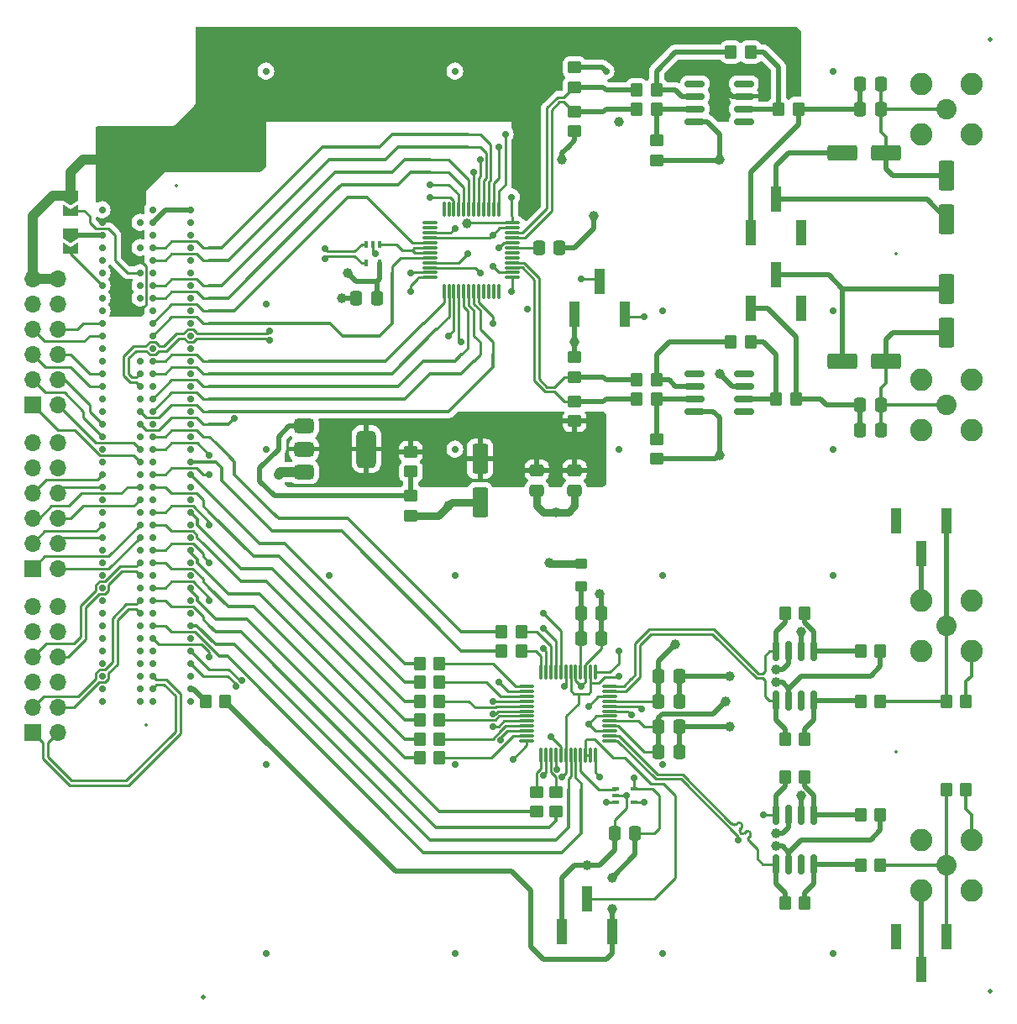
<source format=gtl>
%TF.GenerationSoftware,KiCad,Pcbnew,8.0.0*%
%TF.CreationDate,2024-09-01T00:56:56+03:00*%
%TF.ProjectId,ML605_LPC_Board_wADC_DAC,4d4c3630-355f-44c5-9043-5f426f617264,rev?*%
%TF.SameCoordinates,Original*%
%TF.FileFunction,Copper,L1,Top*%
%TF.FilePolarity,Positive*%
%FSLAX46Y46*%
G04 Gerber Fmt 4.6, Leading zero omitted, Abs format (unit mm)*
G04 Created by KiCad (PCBNEW 8.0.0) date 2024-09-01 00:56:56*
%MOMM*%
%LPD*%
G01*
G04 APERTURE LIST*
G04 Aperture macros list*
%AMRoundRect*
0 Rectangle with rounded corners*
0 $1 Rounding radius*
0 $2 $3 $4 $5 $6 $7 $8 $9 X,Y pos of 4 corners*
0 Add a 4 corners polygon primitive as box body*
4,1,4,$2,$3,$4,$5,$6,$7,$8,$9,$2,$3,0*
0 Add four circle primitives for the rounded corners*
1,1,$1+$1,$2,$3*
1,1,$1+$1,$4,$5*
1,1,$1+$1,$6,$7*
1,1,$1+$1,$8,$9*
0 Add four rect primitives between the rounded corners*
20,1,$1+$1,$2,$3,$4,$5,0*
20,1,$1+$1,$4,$5,$6,$7,0*
20,1,$1+$1,$6,$7,$8,$9,0*
20,1,$1+$1,$8,$9,$2,$3,0*%
%AMFreePoly0*
4,1,6,1.000000,0.000000,0.500000,-0.750000,-0.500000,-0.750000,-0.500000,0.750000,0.500000,0.750000,1.000000,0.000000,1.000000,0.000000,$1*%
%AMFreePoly1*
4,1,6,0.500000,-0.750000,-0.650000,-0.750000,-0.150000,0.000000,-0.650000,0.750000,0.500000,0.750000,0.500000,-0.750000,0.500000,-0.750000,$1*%
G04 Aperture macros list end*
%TA.AperFunction,SMDPad,CuDef*%
%ADD10RoundRect,0.250000X-0.337500X-0.475000X0.337500X-0.475000X0.337500X0.475000X-0.337500X0.475000X0*%
%TD*%
%TA.AperFunction,SMDPad,CuDef*%
%ADD11RoundRect,0.250000X0.350000X0.450000X-0.350000X0.450000X-0.350000X-0.450000X0.350000X-0.450000X0*%
%TD*%
%TA.AperFunction,SMDPad,CuDef*%
%ADD12RoundRect,0.250000X0.337500X0.475000X-0.337500X0.475000X-0.337500X-0.475000X0.337500X-0.475000X0*%
%TD*%
%TA.AperFunction,SMDPad,CuDef*%
%ADD13R,1.000000X2.510000*%
%TD*%
%TA.AperFunction,SMDPad,CuDef*%
%ADD14RoundRect,0.250000X0.450000X-0.350000X0.450000X0.350000X-0.450000X0.350000X-0.450000X-0.350000X0*%
%TD*%
%TA.AperFunction,SMDPad,CuDef*%
%ADD15C,0.500000*%
%TD*%
%TA.AperFunction,SMDPad,CuDef*%
%ADD16RoundRect,0.250000X-0.450000X0.350000X-0.450000X-0.350000X0.450000X-0.350000X0.450000X0.350000X0*%
%TD*%
%TA.AperFunction,ComponentPad*%
%ADD17C,2.050000*%
%TD*%
%TA.AperFunction,ComponentPad*%
%ADD18C,2.250000*%
%TD*%
%TA.AperFunction,SMDPad,CuDef*%
%ADD19RoundRect,0.250000X-0.550000X1.250000X-0.550000X-1.250000X0.550000X-1.250000X0.550000X1.250000X0*%
%TD*%
%TA.AperFunction,SMDPad,CuDef*%
%ADD20RoundRect,0.250000X-0.350000X-0.450000X0.350000X-0.450000X0.350000X0.450000X-0.350000X0.450000X0*%
%TD*%
%TA.AperFunction,SMDPad,CuDef*%
%ADD21RoundRect,0.250000X-0.475000X0.337500X-0.475000X-0.337500X0.475000X-0.337500X0.475000X0.337500X0*%
%TD*%
%TA.AperFunction,SMDPad,CuDef*%
%ADD22RoundRect,0.100000X-0.100000X0.225000X-0.100000X-0.225000X0.100000X-0.225000X0.100000X0.225000X0*%
%TD*%
%TA.AperFunction,SMDPad,CuDef*%
%ADD23RoundRect,0.375000X-0.625000X-0.375000X0.625000X-0.375000X0.625000X0.375000X-0.625000X0.375000X0*%
%TD*%
%TA.AperFunction,SMDPad,CuDef*%
%ADD24RoundRect,0.500000X-0.500000X-1.400000X0.500000X-1.400000X0.500000X1.400000X-0.500000X1.400000X0*%
%TD*%
%TA.AperFunction,SMDPad,CuDef*%
%ADD25RoundRect,0.250000X-1.250000X-0.550000X1.250000X-0.550000X1.250000X0.550000X-1.250000X0.550000X0*%
%TD*%
%TA.AperFunction,SMDPad,CuDef*%
%ADD26RoundRect,0.075000X-0.075000X0.662500X-0.075000X-0.662500X0.075000X-0.662500X0.075000X0.662500X0*%
%TD*%
%TA.AperFunction,SMDPad,CuDef*%
%ADD27RoundRect,0.075000X-0.662500X0.075000X-0.662500X-0.075000X0.662500X-0.075000X0.662500X0.075000X0*%
%TD*%
%TA.AperFunction,ComponentPad*%
%ADD28R,1.700000X1.700000*%
%TD*%
%TA.AperFunction,ComponentPad*%
%ADD29O,1.700000X1.700000*%
%TD*%
%TA.AperFunction,SMDPad,CuDef*%
%ADD30RoundRect,0.100000X-0.225000X-0.100000X0.225000X-0.100000X0.225000X0.100000X-0.225000X0.100000X0*%
%TD*%
%TA.AperFunction,SMDPad,CuDef*%
%ADD31FreePoly0,270.000000*%
%TD*%
%TA.AperFunction,SMDPad,CuDef*%
%ADD32FreePoly1,270.000000*%
%TD*%
%TA.AperFunction,SMDPad,CuDef*%
%ADD33RoundRect,0.150000X-0.825000X-0.150000X0.825000X-0.150000X0.825000X0.150000X-0.825000X0.150000X0*%
%TD*%
%TA.AperFunction,SMDPad,CuDef*%
%ADD34RoundRect,0.250000X-0.350000X0.275000X-0.350000X-0.275000X0.350000X-0.275000X0.350000X0.275000X0*%
%TD*%
%TA.AperFunction,SMDPad,CuDef*%
%ADD35RoundRect,0.250000X0.550000X-1.250000X0.550000X1.250000X-0.550000X1.250000X-0.550000X-1.250000X0*%
%TD*%
%TA.AperFunction,SMDPad,CuDef*%
%ADD36RoundRect,0.150000X-0.150000X0.825000X-0.150000X-0.825000X0.150000X-0.825000X0.150000X0.825000X0*%
%TD*%
%TA.AperFunction,ViaPad*%
%ADD37C,0.700000*%
%TD*%
%TA.AperFunction,ViaPad*%
%ADD38C,1.000000*%
%TD*%
%TA.AperFunction,Conductor*%
%ADD39C,0.508000*%
%TD*%
%TA.AperFunction,Conductor*%
%ADD40C,0.254000*%
%TD*%
%TA.AperFunction,Conductor*%
%ADD41C,0.355600*%
%TD*%
%TA.AperFunction,Conductor*%
%ADD42C,0.762000*%
%TD*%
%TA.AperFunction,Conductor*%
%ADD43C,1.016000*%
%TD*%
%TA.AperFunction,Conductor*%
%ADD44C,0.200000*%
%TD*%
%ADD45C,0.300000*%
%ADD46C,0.350000*%
G04 APERTURE END LIST*
D10*
%TO.P,C38,1*%
%TO.N,GNDA*%
X109522500Y-77610000D03*
%TO.P,C38,2*%
%TO.N,VADJ*%
X111597500Y-77610000D03*
%TD*%
%TO.P,C29,1*%
%TO.N,Net-(J7-Pin_1)*%
X160322500Y-88405000D03*
%TO.P,C29,2*%
%TO.N,Net-(J9-In)*%
X162397500Y-88405000D03*
%TD*%
D11*
%TO.P,R40,1*%
%TO.N,Net-(U4--)*%
X139770000Y-56655000D03*
%TO.P,R40,2*%
%TO.N,/DAC Circuit/IOUTA_P*%
X137770000Y-56655000D03*
%TD*%
D12*
%TO.P,C14,1*%
%TO.N,GNDA*%
X142077500Y-118250000D03*
%TO.P,C14,2*%
%TO.N,/ADC_Circuit/VCM_ADC*%
X140002500Y-118250000D03*
%TD*%
D10*
%TO.P,C12,1*%
%TO.N,3V3*%
X140002500Y-120790000D03*
%TO.P,C12,2*%
%TO.N,GNDA*%
X142077500Y-120790000D03*
%TD*%
D11*
%TO.P,R5,1*%
%TO.N,Net-(IC1-I2)*%
X117910000Y-116345000D03*
%TO.P,R5,2*%
%TO.N,/LA16_P*%
X115910000Y-116345000D03*
%TD*%
%TO.P,R3,1*%
%TO.N,Net-(IC1-I4)*%
X117910000Y-114440000D03*
%TO.P,R3,2*%
%TO.N,/LA15_P*%
X115910000Y-114440000D03*
%TD*%
D13*
%TO.P,J14,1,Pin_1*%
%TO.N,/ADC_Circuit/Q_IN*%
X168980000Y-141995000D03*
%TO.P,J14,2,Pin_2*%
%TO.N,GNDA*%
X166440000Y-145305000D03*
%TO.P,J14,3,Pin_3*%
%TO.N,unconnected-(J14-Pin_3-Pad3)*%
X163900000Y-141995000D03*
%TD*%
D14*
%TO.P,R45,1*%
%TO.N,GNDA*%
X139770000Y-93850000D03*
%TO.P,R45,2*%
%TO.N,Net-(U5-+)*%
X139770000Y-91850000D03*
%TD*%
D15*
%TO.P,FID2,*%
%TO.N,*%
X173425000Y-147460000D03*
%TD*%
D10*
%TO.P,C37,1*%
%TO.N,GNDA*%
X135557500Y-131585000D03*
%TO.P,C37,2*%
%TO.N,VADJ*%
X137632500Y-131585000D03*
%TD*%
D11*
%TO.P,R41,1*%
%TO.N,Net-(U4-+)*%
X139770000Y-58560000D03*
%TO.P,R41,2*%
%TO.N,/DAC Circuit/IOUTA_N*%
X137770000Y-58560000D03*
%TD*%
D16*
%TO.P,R39,1*%
%TO.N,/DAC Circuit/IOUTB_N*%
X131515000Y-88040000D03*
%TO.P,R39,2*%
%TO.N,1V5*%
X131515000Y-90040000D03*
%TD*%
%TO.P,R16,1*%
%TO.N,Net-(IC1-Q2)*%
X127705000Y-127410000D03*
%TO.P,R16,2*%
%TO.N,/LA04_P*%
X127705000Y-129410000D03*
%TD*%
D14*
%TO.P,R38,1*%
%TO.N,/DAC Circuit/IOUTB_P*%
X131515000Y-85595000D03*
%TO.P,R38,2*%
%TO.N,GNDA*%
X131515000Y-83595000D03*
%TD*%
D11*
%TO.P,R11,1*%
%TO.N,Net-(IC1-Q6)*%
X117910000Y-122060000D03*
%TO.P,R11,2*%
%TO.N,/LA07_P*%
X115910000Y-122060000D03*
%TD*%
D17*
%TO.P,J8,1,In*%
%TO.N,Net-(J8-In)*%
X168980000Y-58560000D03*
D18*
%TO.P,J8,2,Ext*%
%TO.N,GNDA*%
X166440000Y-56020000D03*
X166440000Y-61100000D03*
X171520000Y-56020000D03*
X171520000Y-61100000D03*
%TD*%
D19*
%TO.P,C1,1*%
%TO.N,1V5*%
X121990000Y-93825000D03*
%TO.P,C1,2*%
%TO.N,GNDA*%
X121990000Y-98225000D03*
%TD*%
D20*
%TO.P,R48,1*%
%TO.N,/PRSNT_M2C_L*%
X94320000Y-118250000D03*
%TO.P,R48,2*%
%TO.N,VADJ*%
X96320000Y-118250000D03*
%TD*%
D15*
%TO.P,FID1,*%
%TO.N,*%
X173425000Y-51575000D03*
%TD*%
D11*
%TO.P,R30,1*%
%TO.N,/ADC_Circuit/I_IN*%
X162360000Y-118250000D03*
%TO.P,R30,2*%
%TO.N,Net-(IC3-+IN)*%
X160360000Y-118250000D03*
%TD*%
D10*
%TO.P,C4,1*%
%TO.N,Net-(IC1-VD)*%
X132150000Y-111900000D03*
%TO.P,C4,2*%
%TO.N,GNDA*%
X134225000Y-111900000D03*
%TD*%
D13*
%TO.P,J2,1,Pin_1*%
%TO.N,GNDA*%
X130245000Y-141495000D03*
%TO.P,J2,2,Pin_2*%
%TO.N,/ADC_Circuit/PD*%
X132785000Y-138185000D03*
%TO.P,J2,3,Pin_3*%
%TO.N,VADJ*%
X135325000Y-141495000D03*
%TD*%
D11*
%TO.P,R26,1*%
%TO.N,Net-(IC3-+IN)*%
X154740000Y-122060000D03*
%TO.P,R26,2*%
%TO.N,/ADC_Circuit/I-*%
X152740000Y-122060000D03*
%TD*%
%TO.P,R43,1*%
%TO.N,Net-(U5-+)*%
X139770000Y-87770000D03*
%TO.P,R43,2*%
%TO.N,/DAC Circuit/IOUTB_N*%
X137770000Y-87770000D03*
%TD*%
D21*
%TO.P,C2,1*%
%TO.N,1V5*%
X127705000Y-94987500D03*
%TO.P,C2,2*%
%TO.N,GNDA*%
X127705000Y-97062500D03*
%TD*%
D13*
%TO.P,J6,1,Pin_1*%
%TO.N,Net-(J6-Pin_1)*%
X149295000Y-71010000D03*
%TO.P,J6,2,Pin_2*%
%TO.N,Net-(J6-Pin_2)*%
X151835000Y-67700000D03*
%TO.P,J6,3,Pin_3*%
%TO.N,unconnected-(J6-Pin_3-Pad3)*%
X154375000Y-71010000D03*
%TD*%
D22*
%TO.P,U2,1*%
%TO.N,/DAC Circuit/CLKA{slash}CLKIQ*%
X111845000Y-72215000D03*
%TO.P,U2,2,V-*%
%TO.N,GNDA*%
X111195000Y-72215000D03*
%TO.P,U2,3,+*%
%TO.N,/LA26_P*%
X110545000Y-72215000D03*
%TO.P,U2,4,-*%
%TO.N,/LA26_N*%
X110545000Y-74115000D03*
%TO.P,U2,5,V+*%
%TO.N,VADJ*%
X111845000Y-74115000D03*
%TD*%
D11*
%TO.P,R28,1*%
%TO.N,/ADC_Circuit/Q_IN*%
X162360000Y-134760000D03*
%TO.P,R28,2*%
%TO.N,Net-(IC2-+IN)*%
X160360000Y-134760000D03*
%TD*%
D20*
%TO.P,R46,1*%
%TO.N,Net-(U4--)*%
X147295000Y-52845000D03*
%TO.P,R46,2*%
%TO.N,Net-(R46-Pad2)*%
X149295000Y-52845000D03*
%TD*%
D23*
%TO.P,U3,1,ADJ*%
%TO.N,Net-(U3-ADJ)*%
X104235000Y-90550000D03*
%TO.P,U3,2,VO*%
%TO.N,1V5*%
X104235000Y-92850000D03*
D24*
X110535000Y-92850000D03*
D23*
%TO.P,U3,3,VI*%
%TO.N,3V3*%
X104235000Y-95150000D03*
%TD*%
D11*
%TO.P,R25,1*%
%TO.N,Net-(IC2--IN)*%
X154740000Y-125870000D03*
%TO.P,R25,2*%
%TO.N,/ADC_Circuit/Q+*%
X152740000Y-125870000D03*
%TD*%
D16*
%TO.P,R20,1*%
%TO.N,Net-(IC1-Q0)*%
X129610000Y-127410000D03*
%TO.P,R20,2*%
%TO.N,/LA03_P*%
X129610000Y-129410000D03*
%TD*%
D20*
%TO.P,R50,1*%
%TO.N,Net-(R47-Pad2)*%
X151835000Y-87770000D03*
%TO.P,R50,2*%
%TO.N,Net-(J7-Pin_1)*%
X153835000Y-87770000D03*
%TD*%
D25*
%TO.P,C24,1*%
%TO.N,Net-(J6-Pin_2)*%
X158525000Y-63005000D03*
%TO.P,C24,2*%
%TO.N,Net-(J8-In)*%
X162925000Y-63005000D03*
%TD*%
D17*
%TO.P,J9,1,In*%
%TO.N,Net-(J9-In)*%
X168980000Y-88405000D03*
D18*
%TO.P,J9,2,Ext*%
%TO.N,GNDA*%
X166440000Y-85865000D03*
X166440000Y-90945000D03*
X171520000Y-85865000D03*
X171520000Y-90945000D03*
%TD*%
D20*
%TO.P,R15,1*%
%TO.N,/LA15_N*%
X124165000Y-113170000D03*
%TO.P,R15,2*%
%TO.N,Net-(IC1-I5)*%
X126165000Y-113170000D03*
%TD*%
D26*
%TO.P,IC1,1,VREF*%
%TO.N,1V5*%
X133630000Y-115357500D03*
%TO.P,IC1,2,OS*%
%TO.N,VADJ*%
X133130000Y-115357500D03*
%TO.P,IC1,3,AGND_1*%
%TO.N,GNDA*%
X132630000Y-115357500D03*
%TO.P,IC1,4,VD*%
%TO.N,Net-(IC1-VD)*%
X132130000Y-115357500D03*
%TO.P,IC1,5,DGND*%
%TO.N,GNDA*%
X131630000Y-115357500D03*
%TO.P,IC1,6,VDR_1*%
%TO.N,VADJ*%
X131130000Y-115357500D03*
%TO.P,IC1,7,DR_GND_1*%
%TO.N,GNDA*%
X130630000Y-115357500D03*
%TO.P,IC1,8,I9*%
%TO.N,Net-(IC1-I9)*%
X130130000Y-115357500D03*
%TO.P,IC1,9,I8*%
%TO.N,Net-(IC1-I8)*%
X129630000Y-115357500D03*
%TO.P,IC1,10,I7*%
%TO.N,Net-(IC1-I7)*%
X129130000Y-115357500D03*
%TO.P,IC1,11,I6*%
%TO.N,Net-(IC1-I6)*%
X128630000Y-115357500D03*
%TO.P,IC1,12,I5*%
%TO.N,Net-(IC1-I5)*%
X128130000Y-115357500D03*
D27*
%TO.P,IC1,13,I4*%
%TO.N,Net-(IC1-I4)*%
X126717500Y-116770000D03*
%TO.P,IC1,14,I3*%
%TO.N,Net-(IC1-I3)*%
X126717500Y-117270000D03*
%TO.P,IC1,15,I2*%
%TO.N,Net-(IC1-I2)*%
X126717500Y-117770000D03*
%TO.P,IC1,16,I1*%
%TO.N,Net-(IC1-I1)*%
X126717500Y-118270000D03*
%TO.P,IC1,17,I0*%
%TO.N,Net-(IC1-I0)*%
X126717500Y-118770000D03*
%TO.P,IC1,18,Q9*%
%TO.N,Net-(IC1-Q9)*%
X126717500Y-119270000D03*
%TO.P,IC1,19,Q8*%
%TO.N,Net-(IC1-Q8)*%
X126717500Y-119770000D03*
%TO.P,IC1,20,Q7*%
%TO.N,Net-(IC1-Q7)*%
X126717500Y-120270000D03*
%TO.P,IC1,21,Q6*%
%TO.N,Net-(IC1-Q6)*%
X126717500Y-120770000D03*
%TO.P,IC1,22,Q5*%
%TO.N,Net-(IC1-Q5)*%
X126717500Y-121270000D03*
%TO.P,IC1,23,Q4*%
%TO.N,Net-(IC1-Q4)*%
X126717500Y-121770000D03*
%TO.P,IC1,24,Q3*%
%TO.N,Net-(IC1-Q3)*%
X126717500Y-122270000D03*
D26*
%TO.P,IC1,25,Q2*%
%TO.N,Net-(IC1-Q2)*%
X128130000Y-123682500D03*
%TO.P,IC1,26,Q1*%
%TO.N,Net-(IC1-Q1)*%
X128630000Y-123682500D03*
%TO.P,IC1,27,Q0*%
%TO.N,Net-(IC1-Q0)*%
X129130000Y-123682500D03*
%TO.P,IC1,28,I/~{Q}*%
%TO.N,Net-(IC1-I{slash}~{Q})*%
X129630000Y-123682500D03*
%TO.P,IC1,29,DR_GND_2*%
%TO.N,GNDA*%
X130130000Y-123682500D03*
%TO.P,IC1,30,VDR_2*%
%TO.N,VADJ*%
X130630000Y-123682500D03*
%TO.P,IC1,31,OC*%
%TO.N,/LA02_P*%
X131130000Y-123682500D03*
%TO.P,IC1,32,OF*%
%TO.N,/LA00_N_CC*%
X131630000Y-123682500D03*
%TO.P,IC1,33,CLK*%
%TO.N,/ADC_Circuit/CLK*%
X132130000Y-123682500D03*
%TO.P,IC1,34,STBY*%
%TO.N,/ADC_Circuit/PD*%
X132630000Y-123682500D03*
%TO.P,IC1,35,PD*%
X133130000Y-123682500D03*
%TO.P,IC1,36,GAIN*%
%TO.N,/LA00_P_CC*%
X133630000Y-123682500D03*
D27*
%TO.P,IC1,37,Q+*%
%TO.N,/ADC_Circuit/Q+*%
X135042500Y-122270000D03*
%TO.P,IC1,38,Q-*%
%TO.N,/ADC_Circuit/Q-*%
X135042500Y-121770000D03*
%TO.P,IC1,39,AGND_2*%
%TO.N,GNDA*%
X135042500Y-121270000D03*
%TO.P,IC1,40,VA_1*%
%TO.N,3V3*%
X135042500Y-120770000D03*
%TO.P,IC1,41,VA_2*%
X135042500Y-120270000D03*
%TO.P,IC1,42,AGND_3*%
%TO.N,GNDA*%
X135042500Y-119770000D03*
%TO.P,IC1,43,VRP*%
%TO.N,Net-(IC1-VRP)*%
X135042500Y-119270000D03*
%TO.P,IC1,44,VRN*%
%TO.N,Net-(IC1-VRN)*%
X135042500Y-118770000D03*
%TO.P,IC1,45,VCMO*%
%TO.N,/ADC_Circuit/VCM_ADC*%
X135042500Y-118270000D03*
%TO.P,IC1,46,AGND_4*%
%TO.N,GNDA*%
X135042500Y-117770000D03*
%TO.P,IC1,47,I-*%
%TO.N,/ADC_Circuit/I-*%
X135042500Y-117270000D03*
%TO.P,IC1,48,I+*%
%TO.N,/ADC_Circuit/I+*%
X135042500Y-116770000D03*
%TD*%
D11*
%TO.P,R42,1*%
%TO.N,Net-(U5--)*%
X139770000Y-85865000D03*
%TO.P,R42,2*%
%TO.N,/DAC Circuit/IOUTB_P*%
X137770000Y-85865000D03*
%TD*%
D14*
%TO.P,R36,1*%
%TO.N,/DAC Circuit/IOUTA_P*%
X131515000Y-56385000D03*
%TO.P,R36,2*%
%TO.N,GNDA*%
X131515000Y-54385000D03*
%TD*%
D11*
%TO.P,R7,1*%
%TO.N,Net-(IC1-I0)*%
X117910000Y-118250000D03*
%TO.P,R7,2*%
%TO.N,/LA11_P*%
X115910000Y-118250000D03*
%TD*%
D12*
%TO.P,C30,1*%
%TO.N,Net-(J9-In)*%
X162397500Y-90945000D03*
%TO.P,C30,2*%
%TO.N,Net-(J7-Pin_1)*%
X160322500Y-90945000D03*
%TD*%
D15*
%TO.P,FID3,*%
%TO.N,*%
X94050000Y-148095000D03*
%TD*%
D19*
%TO.P,C27,1*%
%TO.N,Net-(J7-Pin_2)*%
X168980000Y-76680000D03*
%TO.P,C27,2*%
%TO.N,Net-(J9-In)*%
X168980000Y-81080000D03*
%TD*%
D20*
%TO.P,R19,1*%
%TO.N,/LA20_N*%
X124165000Y-111265000D03*
%TO.P,R19,2*%
%TO.N,Net-(IC1-I7)*%
X126165000Y-111265000D03*
%TD*%
D10*
%TO.P,C5,1*%
%TO.N,Net-(IC1-VD)*%
X132150000Y-109360000D03*
%TO.P,C5,2*%
%TO.N,GNDA*%
X134225000Y-109360000D03*
%TD*%
D16*
%TO.P,R37,1*%
%TO.N,/DAC Circuit/IOUTA_N*%
X131515000Y-58830000D03*
%TO.P,R37,2*%
%TO.N,1V5*%
X131515000Y-60830000D03*
%TD*%
D28*
%TO.P,J10,1,Pin_1*%
%TO.N,/CLK1_M2C_N*%
X76905000Y-121425000D03*
D29*
%TO.P,J10,2,Pin_2*%
%TO.N,/CLK1_M2C_P*%
X79445000Y-121425000D03*
%TO.P,J10,3,Pin_3*%
%TO.N,/LA01_N_CC*%
X76905000Y-118885000D03*
%TO.P,J10,4,Pin_4*%
%TO.N,/LA01_P_CC*%
X79445000Y-118885000D03*
%TO.P,J10,5,Pin_5*%
%TO.N,/LA06_N*%
X76905000Y-116345000D03*
%TO.P,J10,6,Pin_6*%
%TO.N,/LA06_P*%
X79445000Y-116345000D03*
%TO.P,J10,7,Pin_7*%
%TO.N,/LA05_N*%
X76905000Y-113805000D03*
%TO.P,J10,8,Pin_8*%
%TO.N,/LA05_P*%
X79445000Y-113805000D03*
%TO.P,J10,9,Pin_9*%
%TO.N,GNDA*%
X76905000Y-111265000D03*
%TO.P,J10,10,Pin_10*%
X79445000Y-111265000D03*
%TO.P,J10,11,Pin_11*%
%TO.N,3V3*%
X76905000Y-108725000D03*
%TO.P,J10,12,Pin_12*%
X79445000Y-108725000D03*
%TD*%
D11*
%TO.P,R27,1*%
%TO.N,Net-(IC3--IN)*%
X154740000Y-109360000D03*
%TO.P,R27,2*%
%TO.N,/ADC_Circuit/I+*%
X152740000Y-109360000D03*
%TD*%
D12*
%TO.P,C26,1*%
%TO.N,Net-(J8-In)*%
X162397500Y-56020000D03*
%TO.P,C26,2*%
%TO.N,Net-(J6-Pin_1)*%
X160322500Y-56020000D03*
%TD*%
D26*
%TO.P,IC4,1,DA9_(MSB)*%
%TO.N,/LA32_N*%
X123855000Y-68650000D03*
%TO.P,IC4,2,DA8*%
%TO.N,/LA32_P*%
X123355000Y-68650000D03*
%TO.P,IC4,3,DA7*%
%TO.N,/LA33_N*%
X122855000Y-68650000D03*
%TO.P,IC4,4,DA6*%
%TO.N,/LA33_P*%
X122355000Y-68650000D03*
%TO.P,IC4,5,DA5*%
%TO.N,/LA30_N*%
X121855000Y-68650000D03*
%TO.P,IC4,6,DA4*%
%TO.N,/LA30_P*%
X121355000Y-68650000D03*
%TO.P,IC4,7,DA3*%
%TO.N,/LA31_N*%
X120855000Y-68650000D03*
%TO.P,IC4,8,DA2*%
%TO.N,/LA31_P*%
X120355000Y-68650000D03*
%TO.P,IC4,9,DA1*%
%TO.N,/LA28_N*%
X119855000Y-68650000D03*
%TO.P,IC4,10,DA0_(LSB)*%
%TO.N,/LA28_P*%
X119355000Y-68650000D03*
%TO.P,IC4,11,NC_1*%
%TO.N,unconnected-(IC4-NC_1-Pad11)*%
X118855000Y-68650000D03*
%TO.P,IC4,12,NC_2*%
%TO.N,unconnected-(IC4-NC_2-Pad12)*%
X118355000Y-68650000D03*
D27*
%TO.P,IC4,13,NC_3*%
%TO.N,unconnected-(IC4-NC_3-Pad13)*%
X116942500Y-70062500D03*
%TO.P,IC4,14,NC_4*%
%TO.N,unconnected-(IC4-NC_4-Pad14)*%
X116942500Y-70562500D03*
%TO.P,IC4,15,DGND_1*%
%TO.N,GNDA*%
X116942500Y-71062500D03*
%TO.P,IC4,16,DVDD_1*%
%TO.N,3V3*%
X116942500Y-71562500D03*
%TO.P,IC4,17,WRTA/WRTIQ*%
%TO.N,/LA29_N*%
X116942500Y-72062500D03*
%TO.P,IC4,18,CLKA/CLKIQ*%
%TO.N,/DAC Circuit/CLKA{slash}CLKIQ*%
X116942500Y-72562500D03*
%TO.P,IC4,19,CLKB/RESETIQ*%
X116942500Y-73062500D03*
%TO.P,IC4,20,WRTB/SELECTIQ*%
%TO.N,/LA29_P*%
X116942500Y-73562500D03*
%TO.P,IC4,21,DGND_2*%
%TO.N,GNDA*%
X116942500Y-74062500D03*
%TO.P,IC4,22,DVDD_2*%
%TO.N,3V3*%
X116942500Y-74562500D03*
%TO.P,IC4,23,DB9_(MSB)*%
%TO.N,/LA24_N*%
X116942500Y-75062500D03*
%TO.P,IC4,24,DB8*%
%TO.N,/LA24_P*%
X116942500Y-75562500D03*
D26*
%TO.P,IC4,25,DB7*%
%TO.N,/LA25_N*%
X118355000Y-76975000D03*
%TO.P,IC4,26,DB6*%
%TO.N,/LA25_P*%
X118855000Y-76975000D03*
%TO.P,IC4,27,DB5*%
%TO.N,/LA21_N*%
X119355000Y-76975000D03*
%TO.P,IC4,28,DB4*%
%TO.N,/LA21_P*%
X119855000Y-76975000D03*
%TO.P,IC4,29,DB3*%
%TO.N,/LA22_N*%
X120355000Y-76975000D03*
%TO.P,IC4,30,DB2*%
%TO.N,/LA22_P*%
X120855000Y-76975000D03*
%TO.P,IC4,31,DB1*%
%TO.N,/LA23_N*%
X121355000Y-76975000D03*
%TO.P,IC4,32,DB0_(LSB)*%
%TO.N,/LA23_P*%
X121855000Y-76975000D03*
%TO.P,IC4,33,NC_5*%
%TO.N,unconnected-(IC4-NC_5-Pad33)*%
X122355000Y-76975000D03*
%TO.P,IC4,34,NC_6*%
%TO.N,unconnected-(IC4-NC_6-Pad34)*%
X122855000Y-76975000D03*
%TO.P,IC4,35,NC_7*%
%TO.N,unconnected-(IC4-NC_7-Pad35)*%
X123355000Y-76975000D03*
%TO.P,IC4,36,NC_8*%
%TO.N,unconnected-(IC4-NC_8-Pad36)*%
X123855000Y-76975000D03*
D27*
%TO.P,IC4,37,SLEEP*%
%TO.N,/DAC Circuit/SLEEP*%
X125267500Y-75562500D03*
%TO.P,IC4,38,AGND*%
%TO.N,GNDA*%
X125267500Y-75062500D03*
%TO.P,IC4,39,IOUTB1*%
%TO.N,/DAC Circuit/IOUTB_N*%
X125267500Y-74562500D03*
%TO.P,IC4,40,IOUTB2*%
%TO.N,/DAC Circuit/IOUTB_P*%
X125267500Y-74062500D03*
%TO.P,IC4,41,BIASJ_B*%
%TO.N,unconnected-(IC4-BIASJ_B-Pad41)*%
X125267500Y-73562500D03*
%TO.P,IC4,42,GSET*%
%TO.N,unconnected-(IC4-GSET-Pad42)*%
X125267500Y-73062500D03*
%TO.P,IC4,43,EXTIO*%
%TO.N,Net-(IC4-EXTIO)*%
X125267500Y-72562500D03*
%TO.P,IC4,44,BIASJ_A*%
%TO.N,Net-(IC4-BIASJ_A)*%
X125267500Y-72062500D03*
%TO.P,IC4,45,IOUTA2*%
%TO.N,/DAC Circuit/IOUTA_N*%
X125267500Y-71562500D03*
%TO.P,IC4,46,IOUTA1*%
%TO.N,/DAC Circuit/IOUTA_P*%
X125267500Y-71062500D03*
%TO.P,IC4,47,AVDD*%
%TO.N,3V3*%
X125267500Y-70562500D03*
%TO.P,IC4,48,MODE*%
%TO.N,VADJ*%
X125267500Y-70062500D03*
%TD*%
D20*
%TO.P,R32,1*%
%TO.N,/ADC_Circuit/I_IN*%
X168980000Y-118250000D03*
%TO.P,R32,2*%
%TO.N,GNDA*%
X170980000Y-118250000D03*
%TD*%
D10*
%TO.P,C13,1*%
%TO.N,/ADC_Circuit/VCM_ADC*%
X140002500Y-115710000D03*
%TO.P,C13,2*%
%TO.N,GNDA*%
X142077500Y-115710000D03*
%TD*%
D30*
%TO.P,U1,1*%
%TO.N,/ADC_Circuit/CLK*%
X135645000Y-127125000D03*
%TO.P,U1,2,V-*%
%TO.N,GNDA*%
X135645000Y-127775000D03*
%TO.P,U1,3,+*%
%TO.N,/CLK0_M2C_P*%
X135645000Y-128425000D03*
%TO.P,U1,4,-*%
%TO.N,/CLK0_M2C_N*%
X137545000Y-128425000D03*
%TO.P,U1,5,V+*%
%TO.N,VADJ*%
X137545000Y-127125000D03*
%TD*%
D13*
%TO.P,J7,1,Pin_1*%
%TO.N,Net-(J7-Pin_1)*%
X149295000Y-78630000D03*
%TO.P,J7,2,Pin_2*%
%TO.N,Net-(J7-Pin_2)*%
X151835000Y-75320000D03*
%TO.P,J7,3,Pin_3*%
%TO.N,unconnected-(J7-Pin_3-Pad3)*%
X154375000Y-78630000D03*
%TD*%
D21*
%TO.P,C3,1*%
%TO.N,1V5*%
X131515000Y-94987500D03*
%TO.P,C3,2*%
%TO.N,GNDA*%
X131515000Y-97062500D03*
%TD*%
D16*
%TO.P,R2,1*%
%TO.N,Net-(U3-ADJ)*%
X115005000Y-97565000D03*
%TO.P,R2,2*%
%TO.N,GNDA*%
X115005000Y-99565000D03*
%TD*%
D31*
%TO.P,JP2,1,A*%
%TO.N,3V3*%
X80715000Y-67360000D03*
D32*
%TO.P,JP2,2,B*%
%TO.N,/GA1*%
X80715000Y-68810000D03*
%TD*%
D17*
%TO.P,J5,1,In*%
%TO.N,/ADC_Circuit/I_IN*%
X168980000Y-110630000D03*
D18*
%TO.P,J5,2,Ext*%
%TO.N,GNDA*%
X166440000Y-108090000D03*
X166440000Y-113170000D03*
X171520000Y-108090000D03*
X171520000Y-113170000D03*
%TD*%
D33*
%TO.P,U4,1,NC*%
%TO.N,unconnected-(U4-NC-Pad1)*%
X143645000Y-56020000D03*
%TO.P,U4,2,-*%
%TO.N,Net-(U4--)*%
X143645000Y-57290000D03*
%TO.P,U4,3,+*%
%TO.N,Net-(U4-+)*%
X143645000Y-58560000D03*
%TO.P,U4,4,V-*%
%TO.N,GNDA*%
X143645000Y-59830000D03*
%TO.P,U4,5,NC*%
%TO.N,unconnected-(U4-NC-Pad5)*%
X148595000Y-59830000D03*
%TO.P,U4,6*%
%TO.N,Net-(R46-Pad2)*%
X148595000Y-58560000D03*
%TO.P,U4,7,V+*%
%TO.N,3V3*%
X148595000Y-57290000D03*
%TO.P,U4,8,NC*%
%TO.N,unconnected-(U4-NC-Pad8)*%
X148595000Y-56020000D03*
%TD*%
D13*
%TO.P,J3,1,Pin_1*%
%TO.N,GNDA*%
X131515000Y-79265000D03*
%TO.P,J3,2,Pin_2*%
%TO.N,/DAC Circuit/SLEEP*%
X134055000Y-75955000D03*
%TO.P,J3,3,Pin_3*%
%TO.N,VADJ*%
X136595000Y-79265000D03*
%TD*%
D14*
%TO.P,R44,1*%
%TO.N,GNDA*%
X139770000Y-63735000D03*
%TO.P,R44,2*%
%TO.N,Net-(U4-+)*%
X139770000Y-61735000D03*
%TD*%
D11*
%TO.P,R24,1*%
%TO.N,Net-(IC2-+IN)*%
X154740000Y-138570000D03*
%TO.P,R24,2*%
%TO.N,/ADC_Circuit/Q-*%
X152740000Y-138570000D03*
%TD*%
D10*
%TO.P,C25,1*%
%TO.N,Net-(J6-Pin_1)*%
X160322500Y-58560000D03*
%TO.P,C25,2*%
%TO.N,Net-(J8-In)*%
X162397500Y-58560000D03*
%TD*%
D11*
%TO.P,R9,1*%
%TO.N,Net-(IC1-Q8)*%
X117910000Y-120155000D03*
%TO.P,R9,2*%
%TO.N,/LA12_P*%
X115910000Y-120155000D03*
%TD*%
D34*
%TO.P,L1,1*%
%TO.N,3V3*%
X132150000Y-104400000D03*
%TO.P,L1,2*%
%TO.N,Net-(IC1-VD)*%
X132150000Y-106700000D03*
%TD*%
D11*
%TO.P,R13,1*%
%TO.N,Net-(IC1-Q4)*%
X117910000Y-123965000D03*
%TO.P,R13,2*%
%TO.N,/LA08_P*%
X115910000Y-123965000D03*
%TD*%
D17*
%TO.P,J4,1,In*%
%TO.N,/ADC_Circuit/Q_IN*%
X168980000Y-134760000D03*
D18*
%TO.P,J4,2,Ext*%
%TO.N,GNDA*%
X166440000Y-132220000D03*
X166440000Y-137300000D03*
X171520000Y-132220000D03*
X171520000Y-137300000D03*
%TD*%
D20*
%TO.P,R49,1*%
%TO.N,Net-(R46-Pad2)*%
X152105000Y-58560000D03*
%TO.P,R49,2*%
%TO.N,Net-(J6-Pin_1)*%
X154105000Y-58560000D03*
%TD*%
D31*
%TO.P,JP1,1,A*%
%TO.N,GNDA*%
X80715000Y-71170000D03*
D32*
%TO.P,JP1,2,B*%
%TO.N,/GA0*%
X80715000Y-72620000D03*
%TD*%
D35*
%TO.P,C23,1*%
%TO.N,Net-(J6-Pin_2)*%
X168980000Y-69650000D03*
%TO.P,C23,2*%
%TO.N,Net-(J8-In)*%
X168980000Y-65250000D03*
%TD*%
D28*
%TO.P,J12,1,Pin_1*%
%TO.N,/LA17_P_CC*%
X76905000Y-88405000D03*
D29*
%TO.P,J12,2,Pin_2*%
%TO.N,/LA17_N_CC*%
X79445000Y-88405000D03*
%TO.P,J12,3,Pin_3*%
%TO.N,/LA18_P_CC*%
X76905000Y-85865000D03*
%TO.P,J12,4,Pin_4*%
%TO.N,/LA18_N_CC*%
X79445000Y-85865000D03*
%TO.P,J12,5,Pin_5*%
%TO.N,/LA27_P*%
X76905000Y-83325000D03*
%TO.P,J12,6,Pin_6*%
%TO.N,/LA27_N*%
X79445000Y-83325000D03*
%TO.P,J12,7,Pin_7*%
%TO.N,/SCL*%
X76905000Y-80785000D03*
%TO.P,J12,8,Pin_8*%
%TO.N,/SDA*%
X79445000Y-80785000D03*
%TO.P,J12,9,Pin_9*%
%TO.N,GNDA*%
X76905000Y-78245000D03*
%TO.P,J12,10,Pin_10*%
X79445000Y-78245000D03*
%TO.P,J12,11,Pin_11*%
%TO.N,3V3*%
X76905000Y-75705000D03*
%TO.P,J12,12,Pin_12*%
X79445000Y-75705000D03*
%TD*%
D13*
%TO.P,J13,1,Pin_1*%
%TO.N,/ADC_Circuit/I_IN*%
X168980000Y-100085000D03*
%TO.P,J13,2,Pin_2*%
%TO.N,GNDA*%
X166440000Y-103395000D03*
%TO.P,J13,3,Pin_3*%
%TO.N,unconnected-(J13-Pin_3-Pad3)*%
X163900000Y-100085000D03*
%TD*%
D11*
%TO.P,R29,1*%
%TO.N,GNDA*%
X162360000Y-129680000D03*
%TO.P,R29,2*%
%TO.N,Net-(IC2--IN)*%
X160360000Y-129680000D03*
%TD*%
D33*
%TO.P,U5,1,NC*%
%TO.N,unconnected-(U5-NC-Pad1)*%
X143645000Y-85230000D03*
%TO.P,U5,2,-*%
%TO.N,Net-(U5--)*%
X143645000Y-86500000D03*
%TO.P,U5,3,+*%
%TO.N,Net-(U5-+)*%
X143645000Y-87770000D03*
%TO.P,U5,4,V-*%
%TO.N,GNDA*%
X143645000Y-89040000D03*
%TO.P,U5,5,NC*%
%TO.N,unconnected-(U5-NC-Pad5)*%
X148595000Y-89040000D03*
%TO.P,U5,6*%
%TO.N,Net-(R47-Pad2)*%
X148595000Y-87770000D03*
%TO.P,U5,7,V+*%
%TO.N,3V3*%
X148595000Y-86500000D03*
%TO.P,U5,8,NC*%
%TO.N,unconnected-(U5-NC-Pad8)*%
X148595000Y-85230000D03*
%TD*%
D20*
%TO.P,R33,1*%
%TO.N,/ADC_Circuit/Q_IN*%
X168980000Y-127140000D03*
%TO.P,R33,2*%
%TO.N,GNDA*%
X170980000Y-127140000D03*
%TD*%
D36*
%TO.P,IC3,1,-IN*%
%TO.N,Net-(IC3--IN)*%
X155645000Y-113235000D03*
%TO.P,IC3,2,VOCM*%
%TO.N,/ADC_Circuit/VCM_ADC*%
X154375000Y-113235000D03*
%TO.P,IC3,3,VS+*%
%TO.N,3V3*%
X153105000Y-113235000D03*
%TO.P,IC3,4,+OUT*%
%TO.N,/ADC_Circuit/I+*%
X151835000Y-113235000D03*
%TO.P,IC3,5,-OUT*%
%TO.N,/ADC_Circuit/I-*%
X151835000Y-118185000D03*
%TO.P,IC3,6,VS-*%
%TO.N,GNDA*%
X153105000Y-118185000D03*
%TO.P,IC3,7,~{PD}*%
%TO.N,unconnected-(IC3-~{PD}-Pad7)*%
X154375000Y-118185000D03*
%TO.P,IC3,8,+IN*%
%TO.N,Net-(IC3-+IN)*%
X155645000Y-118185000D03*
%TD*%
D28*
%TO.P,J11,1,Pin_1*%
%TO.N,/LA09_N*%
X76885000Y-104890000D03*
D29*
%TO.P,J11,2,Pin_2*%
%TO.N,/LA09_P*%
X79425000Y-104890000D03*
%TO.P,J11,3,Pin_3*%
%TO.N,/LA10_N*%
X76885000Y-102350000D03*
%TO.P,J11,4,Pin_4*%
%TO.N,/LA10_P*%
X79425000Y-102350000D03*
%TO.P,J11,5,Pin_5*%
%TO.N,/LA13_N*%
X76885000Y-99810000D03*
%TO.P,J11,6,Pin_6*%
%TO.N,/LA13_P*%
X79425000Y-99810000D03*
%TO.P,J11,7,Pin_7*%
%TO.N,/LA14_N*%
X76885000Y-97270000D03*
%TO.P,J11,8,Pin_8*%
%TO.N,/LA14_P*%
X79425000Y-97270000D03*
%TO.P,J11,9,Pin_9*%
%TO.N,GNDA*%
X76885000Y-94730000D03*
%TO.P,J11,10,Pin_10*%
X79425000Y-94730000D03*
%TO.P,J11,11,Pin_11*%
%TO.N,3V3*%
X76885000Y-92190000D03*
%TO.P,J11,12,Pin_12*%
X79425000Y-92190000D03*
%TD*%
D16*
%TO.P,R1,1*%
%TO.N,1V5*%
X115005000Y-93120000D03*
%TO.P,R1,2*%
%TO.N,Net-(U3-ADJ)*%
X115005000Y-95120000D03*
%TD*%
D20*
%TO.P,R47,1*%
%TO.N,Net-(U5--)*%
X147295000Y-82055000D03*
%TO.P,R47,2*%
%TO.N,Net-(R47-Pad2)*%
X149295000Y-82055000D03*
%TD*%
D25*
%TO.P,C28,1*%
%TO.N,Net-(J7-Pin_2)*%
X158525000Y-83960000D03*
%TO.P,C28,2*%
%TO.N,Net-(J9-In)*%
X162925000Y-83960000D03*
%TD*%
D11*
%TO.P,R31,1*%
%TO.N,GNDA*%
X162360000Y-113170000D03*
%TO.P,R31,2*%
%TO.N,Net-(IC3--IN)*%
X160360000Y-113170000D03*
%TD*%
D10*
%TO.P,C15,1*%
%TO.N,3V3*%
X140002500Y-123330000D03*
%TO.P,C15,2*%
%TO.N,GNDA*%
X142077500Y-123330000D03*
%TD*%
%TO.P,C18,1*%
%TO.N,Net-(IC4-EXTIO)*%
X127937500Y-72530000D03*
%TO.P,C18,2*%
%TO.N,GNDA*%
X130012500Y-72530000D03*
%TD*%
D36*
%TO.P,IC2,1,-IN*%
%TO.N,Net-(IC2--IN)*%
X155645000Y-129745000D03*
%TO.P,IC2,2,VOCM*%
%TO.N,/ADC_Circuit/VCM_ADC*%
X154375000Y-129745000D03*
%TO.P,IC2,3,VS+*%
%TO.N,3V3*%
X153105000Y-129745000D03*
%TO.P,IC2,4,+OUT*%
%TO.N,/ADC_Circuit/Q+*%
X151835000Y-129745000D03*
%TO.P,IC2,5,-OUT*%
%TO.N,/ADC_Circuit/Q-*%
X151835000Y-134695000D03*
%TO.P,IC2,6,VS-*%
%TO.N,GNDA*%
X153105000Y-134695000D03*
%TO.P,IC2,7,~{PD}*%
%TO.N,unconnected-(IC2-~{PD}-Pad7)*%
X154375000Y-134695000D03*
%TO.P,IC2,8,+IN*%
%TO.N,Net-(IC2-+IN)*%
X155645000Y-134695000D03*
%TD*%
D37*
%TO.N,GNDA*%
X88970000Y-118250000D03*
X88970000Y-113170000D03*
X87700000Y-110630000D03*
X88970000Y-82690000D03*
X136722000Y-127775000D03*
D38*
X151835000Y-132855000D03*
D37*
X83890000Y-108090000D03*
X92780000Y-69990000D03*
X100400000Y-78245000D03*
X87700000Y-69990000D03*
X135960000Y-92850000D03*
X87700000Y-103010000D03*
X126741822Y-78755178D03*
X111430220Y-73165000D03*
X88970000Y-101740000D03*
X83890000Y-103010000D03*
D38*
X134055000Y-107455000D03*
D37*
X132912000Y-118758000D03*
X92780000Y-115710000D03*
X88970000Y-86500000D03*
X92780000Y-104280000D03*
X92780000Y-92850000D03*
X157550000Y-92850000D03*
X92780000Y-85230000D03*
X83890000Y-68720000D03*
X87700000Y-95390000D03*
X119450000Y-124600000D03*
X92780000Y-77610000D03*
X87700000Y-115710000D03*
X83890000Y-71260000D03*
X88970000Y-94120000D03*
X87700000Y-106820000D03*
X120720000Y-73165000D03*
X88970000Y-114440000D03*
X87700000Y-111900000D03*
D38*
X135960000Y-59830000D03*
D37*
X87700000Y-91580000D03*
X100400000Y-124600000D03*
X88970000Y-97930000D03*
X157550000Y-105550000D03*
D38*
X118815000Y-98565000D03*
D37*
X92780000Y-111900000D03*
D38*
X147136000Y-115710000D03*
D37*
X92780000Y-100470000D03*
D38*
X147136000Y-120790000D03*
D37*
X83890000Y-82690000D03*
X92780000Y-73800000D03*
X83890000Y-109360000D03*
D38*
X146120000Y-63640000D03*
D37*
X92780000Y-96660000D03*
X129102000Y-121806000D03*
X83890000Y-77610000D03*
X87700000Y-99200000D03*
X157550000Y-78880000D03*
X83890000Y-97930000D03*
D38*
X133420000Y-69355000D03*
D37*
X83890000Y-89040000D03*
D38*
X132785000Y-134760000D03*
D37*
X87700000Y-72530000D03*
X83890000Y-94120000D03*
X88970000Y-105550000D03*
X119450000Y-105550000D03*
X87700000Y-83960000D03*
D38*
X151835000Y-116345000D03*
D37*
X140405000Y-78880000D03*
X88970000Y-71260000D03*
X140405000Y-105550000D03*
X87700000Y-87770000D03*
X134690000Y-54750000D03*
X83890000Y-104280000D03*
X83890000Y-118250000D03*
X119450000Y-70625000D03*
X100400000Y-54750000D03*
X88970000Y-68720000D03*
D38*
X129610000Y-99200000D03*
D37*
X140405000Y-143650000D03*
X92780000Y-89040000D03*
D38*
X146120000Y-93485000D03*
D37*
X83890000Y-73800000D03*
D38*
X131515000Y-82055000D03*
D37*
X83890000Y-87770000D03*
X119450000Y-54750000D03*
X92780000Y-108090000D03*
X100400000Y-92850000D03*
X88970000Y-90310000D03*
X106750000Y-105550000D03*
D38*
X108020000Y-77610000D03*
D37*
X119450000Y-92850000D03*
X83890000Y-113170000D03*
X87700000Y-116980000D03*
X83890000Y-114440000D03*
X92780000Y-81420000D03*
X100400000Y-143650000D03*
X123260000Y-74435000D03*
X88970000Y-78880000D03*
X157550000Y-143650000D03*
X157550000Y-54750000D03*
X130503000Y-116726000D03*
X83890000Y-78880000D03*
X140405000Y-124600000D03*
X88970000Y-109360000D03*
X132150000Y-116726000D03*
X83890000Y-92850000D03*
X132912000Y-120536000D03*
X83890000Y-83960000D03*
X83890000Y-99200000D03*
X88970000Y-75070000D03*
X119450000Y-143650000D03*
D38*
%TO.N,1V5*%
X129610000Y-91580000D03*
D37*
X135960000Y-113170000D03*
D38*
X129610000Y-91580000D03*
X130245000Y-63640000D03*
D37*
%TO.N,Net-(IC1-VRN)*%
X138246000Y-119012000D03*
%TO.N,Net-(IC1-VRP)*%
X137230000Y-119643000D03*
D38*
%TO.N,3V3*%
X101670000Y-95390000D03*
X126435000Y-56655000D03*
X106750000Y-56655000D03*
D37*
X87700000Y-78880000D03*
D38*
X146120000Y-85230000D03*
D37*
X123260000Y-71260000D03*
D38*
X106750000Y-52845000D03*
D37*
X87700000Y-71260000D03*
D38*
X151835000Y-131585000D03*
D37*
X126435000Y-69355000D03*
D38*
X146120000Y-56020000D03*
D37*
X83890000Y-69990000D03*
D38*
X146755000Y-118250000D03*
X128975000Y-104280000D03*
X151835000Y-115075000D03*
D37*
X121990000Y-75070000D03*
X87700000Y-68720000D03*
D38*
X126435000Y-52845000D03*
D37*
X87700000Y-73800000D03*
D38*
%TO.N,/ADC_Circuit/VCM_ADC*%
X154335420Y-111304580D03*
X154335420Y-127814580D03*
X141675000Y-112535000D03*
D37*
%TO.N,Net-(IC1-Q3)*%
X125292000Y-124092000D03*
%TO.N,VADJ*%
X92780000Y-68720000D03*
D38*
X135325000Y-139205000D03*
X135325000Y-136030000D03*
D37*
X125165000Y-67450000D03*
X138500000Y-79515000D03*
X130245000Y-125870000D03*
X137484000Y-125997000D03*
X88970000Y-69990000D03*
D38*
X120693616Y-70083028D03*
D37*
X135960000Y-115710000D03*
D38*
X108655000Y-75070000D03*
D37*
%TO.N,Net-(IC1-I1)*%
X123260000Y-118250000D03*
%TO.N,Net-(IC1-Q7)*%
X123260000Y-120790000D03*
%TO.N,/ADC_Circuit/Q+*%
X148025000Y-132220000D03*
X150565000Y-129680000D03*
%TO.N,Net-(IC1-I6)*%
X128340000Y-112916000D03*
%TO.N,Net-(IC1-I3)*%
X123895000Y-116345000D03*
%TO.N,Net-(IC1-I{slash}~{Q})*%
X129757000Y-125108000D03*
%TO.N,Net-(IC1-I8)*%
X128340000Y-110884000D03*
%TO.N,Net-(IC1-Q5)*%
X124020857Y-122185857D03*
%TO.N,Net-(IC1-I9)*%
X128340000Y-109360000D03*
%TO.N,Net-(IC1-Q1)*%
X128361847Y-125718865D03*
%TO.N,Net-(IC1-Q9)*%
X123260000Y-119520000D03*
%TO.N,/LA20_N*%
X88970000Y-91580000D03*
%TO.N,/LA19_N*%
X92780000Y-90310000D03*
%TO.N,/LA20_P*%
X94685000Y-93442200D03*
X88970000Y-92850000D03*
%TO.N,/LA29_P*%
X88970000Y-81420000D03*
%TO.N,/LA33_P*%
X88970000Y-73800000D03*
%TO.N,/DAC Circuit/SLEEP*%
X125165000Y-76975000D03*
X132150000Y-75705000D03*
%TO.N,/LA21_P*%
X92780000Y-87770000D03*
X120085000Y-82055000D03*
%TO.N,/LA22_N*%
X88970000Y-87770000D03*
%TO.N,/LA30_P*%
X121355000Y-64910000D03*
X92780000Y-76340000D03*
%TO.N,/LA30_N*%
X121990000Y-63640000D03*
X92780000Y-75070000D03*
%TO.N,/LA24_N*%
X115005000Y-75070000D03*
X92780000Y-82690000D03*
%TO.N,/LA24_P*%
X115005000Y-76975000D03*
X92780000Y-83960000D03*
%TO.N,/LA22_P*%
X88970000Y-89040000D03*
%TO.N,/LA33_N*%
X88970000Y-72530000D03*
%TO.N,/LA25_P*%
X88970000Y-85230000D03*
%TO.N,/LA21_N*%
X92780000Y-86500000D03*
X118815000Y-81420000D03*
%TO.N,/LA32_P*%
X92780000Y-72530000D03*
X123895000Y-62370000D03*
%TO.N,/LA25_N*%
X88970000Y-83960000D03*
%TO.N,/LA32_N*%
X92780000Y-71260000D03*
X124530000Y-61100000D03*
%TO.N,/LA28_N*%
X116910000Y-66180000D03*
X92780000Y-78880000D03*
%TO.N,Net-(IC4-BIASJ_A)*%
X123895000Y-72530000D03*
%TO.N,/LA31_P*%
X88970000Y-77610000D03*
%TO.N,/LA28_P*%
X92780000Y-80150000D03*
X116910000Y-67450000D03*
%TO.N,/LA31_N*%
X88970000Y-76340000D03*
%TO.N,/PRSNT_M2C_L*%
X92780000Y-116980000D03*
%TO.N,/LA14_P*%
X83890000Y-96660000D03*
%TO.N,/LA27_P*%
X83890000Y-86500000D03*
%TO.N,/CLK1_M2C_N*%
X88970000Y-115710000D03*
%TO.N,/LA07_P*%
X92780000Y-103010000D03*
%TO.N,/PG_C2M*%
X87700000Y-118250000D03*
%TO.N,/SDA*%
X83890000Y-80150000D03*
%TO.N,/DP0_M2C_N*%
X83890000Y-110630000D03*
%TO.N,/CLK1_M2C_P*%
X88970000Y-116980000D03*
%TO.N,/TRST_L*%
X87700000Y-76340000D03*
%TO.N,/GA1*%
X87700000Y-75070000D03*
%TO.N,/DP0_C2M_N*%
X83890000Y-115710000D03*
%TO.N,/LA11_N*%
X92780000Y-97930000D03*
%TO.N,/VREF_A_M2C*%
X92780000Y-118250000D03*
%TO.N,/LA27_N*%
X83890000Y-85230000D03*
%TO.N,/LA26_N*%
X106369000Y-73642000D03*
X100781000Y-81897000D03*
X87700000Y-85230000D03*
%TO.N,/GA0*%
X83890000Y-76340000D03*
%TO.N,/DP0_C2M_P*%
X83890000Y-116980000D03*
%TO.N,/LA15_N*%
X92780000Y-94120000D03*
%TO.N,/LA15_P*%
X92780000Y-95390000D03*
%TO.N,/LA18_P_CC*%
X83890000Y-91580000D03*
%TO.N,/LA17_P_CC*%
X87700000Y-94120000D03*
%TO.N,/LA19_P*%
X92780000Y-91580000D03*
%TO.N,/LA12_N*%
X94685000Y-100470000D03*
X88970000Y-99200000D03*
%TO.N,/LA07_N*%
X92780000Y-101740000D03*
%TO.N,/LA16_N*%
X94685000Y-95390000D03*
X88970000Y-95390000D03*
%TO.N,+12V*%
X83890000Y-75070000D03*
X83890000Y-72530000D03*
%TO.N,/LA23_P*%
X123260000Y-80150000D03*
X87700000Y-90310000D03*
X97225000Y-89717800D03*
%TO.N,/LA00_P_CC*%
X94685000Y-113805000D03*
X88970000Y-111900000D03*
X134055000Y-125870000D03*
%TO.N,/DP0_M2C_P*%
X83890000Y-111900000D03*
%TO.N,/SCL*%
X83890000Y-81420000D03*
%TO.N,/LA13_P*%
X87700000Y-97930000D03*
%TO.N,/LA10_N*%
X83890000Y-100470000D03*
%TO.N,/LA29_N*%
X88970000Y-80150000D03*
%TO.N,/LA05_N*%
X87700000Y-104280000D03*
%TO.N,/LA00_N_CC*%
X88970000Y-110630000D03*
%TO.N,/LA14_N*%
X83890000Y-95390000D03*
%TO.N,/LA26_P*%
X106369000Y-72688000D03*
X87700000Y-86500000D03*
X100781000Y-80943000D03*
%TO.N,/LA09_P*%
X87700000Y-101740000D03*
%TO.N,/LA10_P*%
X83890000Y-101740000D03*
%TO.N,/LA03_N*%
X88970000Y-106820000D03*
X94685000Y-108090000D03*
%TO.N,/GBTCLK0_M2C_N*%
X87700000Y-113170000D03*
%TO.N,/LA13_N*%
X87700000Y-96660000D03*
%TO.N,/LA17_N_CC*%
X87700000Y-92850000D03*
%TO.N,/LA12_P*%
X88970000Y-100470000D03*
%TO.N,/LA11_P*%
X92780000Y-99200000D03*
%TO.N,/LA02_N*%
X92780000Y-109360000D03*
%TO.N,/LA04_P*%
X92780000Y-106820000D03*
%TO.N,/LA08_P*%
X88970000Y-104280000D03*
%TO.N,/LA02_P*%
X92780000Y-110630000D03*
%TO.N,/LA08_N*%
X94685000Y-104280000D03*
X88970000Y-103010000D03*
%TO.N,/LA03_P*%
X88970000Y-108090000D03*
%TO.N,/GBTCLK0_M2C_P*%
X87700000Y-114440000D03*
%TO.N,/LA06_P*%
X83890000Y-106820000D03*
%TO.N,/LA06_N*%
X83890000Y-105550000D03*
%TO.N,/LA05_P*%
X87700000Y-105550000D03*
%TO.N,/CLK0_M2C_N*%
X92780000Y-113170000D03*
X98015723Y-116189277D03*
X138500000Y-128410000D03*
%TO.N,/CLK0_M2C_P*%
X134690000Y-128410000D03*
X92780000Y-114440000D03*
X97411853Y-116793147D03*
%TO.N,/TMS*%
X87700000Y-77610000D03*
%TO.N,/LA04_N*%
X92780000Y-105550000D03*
%TO.N,/LA16_P*%
X88970000Y-96660000D03*
%TO.N,/LA09_N*%
X87700000Y-100470000D03*
%TO.N,/LA23_N*%
X87700000Y-89040000D03*
%TO.N,/LA18_N_CC*%
X83890000Y-90310000D03*
%TO.N,/LA01_N_CC*%
X87700000Y-108090000D03*
%TO.N,/LA01_P_CC*%
X87700000Y-109360000D03*
%TD*%
D39*
%TO.N,GNDA*%
X142077500Y-120790000D02*
X147136000Y-120790000D01*
X153105000Y-133490000D02*
X154375000Y-132220000D01*
X143645000Y-59830000D02*
X144850000Y-59830000D01*
D40*
X135042500Y-119770000D02*
X133678000Y-119770000D01*
X123887500Y-75062500D02*
X123260000Y-74435000D01*
D39*
X142077500Y-115710000D02*
X147136000Y-115710000D01*
X135557500Y-131585000D02*
X135557500Y-133257500D01*
X130245000Y-141495000D02*
X130245000Y-136030000D01*
D40*
X119012500Y-71062500D02*
X119450000Y-70625000D01*
D39*
X144850000Y-59830000D02*
X146120000Y-61100000D01*
D41*
X171520000Y-115710000D02*
X171520000Y-113170000D01*
D40*
X111195000Y-72929780D02*
X111195000Y-72215000D01*
D41*
X171520000Y-129680000D02*
X171520000Y-132220000D01*
D39*
X153105000Y-134695000D02*
X153105000Y-133490000D01*
X146120000Y-89675000D02*
X146120000Y-93485000D01*
X134325000Y-54385000D02*
X131515000Y-54385000D01*
X139770000Y-63735000D02*
X146025000Y-63735000D01*
D40*
X119822500Y-74062500D02*
X116942500Y-74062500D01*
D39*
X162360000Y-114710000D02*
X162360000Y-113170000D01*
X166440000Y-145305000D02*
X166440000Y-137300000D01*
D40*
X135645000Y-127775000D02*
X136722000Y-127775000D01*
D39*
X142077500Y-123330000D02*
X142077500Y-120790000D01*
X153105000Y-116980000D02*
X152470000Y-116345000D01*
D40*
X132630000Y-114549408D02*
X134225000Y-112954408D01*
X135042500Y-121270000D02*
X133646000Y-121270000D01*
D39*
X153105000Y-118185000D02*
X153105000Y-116980000D01*
D40*
X120720000Y-73165000D02*
X119822500Y-74062500D01*
D39*
X134055000Y-134760000D02*
X132785000Y-134760000D01*
D41*
X170980000Y-116250000D02*
X171520000Y-115710000D01*
D40*
X125267500Y-75062500D02*
X123887500Y-75062500D01*
D39*
X154375000Y-115710000D02*
X161360000Y-115710000D01*
D40*
X130630000Y-115357500D02*
X130630000Y-116599000D01*
X130630000Y-116599000D02*
X130503000Y-116726000D01*
D39*
X143645000Y-89040000D02*
X145485000Y-89040000D01*
D42*
X117815000Y-99565000D02*
X118815000Y-98565000D01*
D39*
X134225000Y-107625000D02*
X134055000Y-107455000D01*
D42*
X127705000Y-97062500D02*
X127705000Y-98565000D01*
D39*
X145755000Y-93850000D02*
X146120000Y-93485000D01*
D40*
X131630000Y-116206000D02*
X132150000Y-116726000D01*
D39*
X131515000Y-72530000D02*
X133420000Y-70625000D01*
X133420000Y-70625000D02*
X133420000Y-69355000D01*
D40*
X133678000Y-119770000D02*
X132912000Y-120536000D01*
D39*
X152470000Y-116345000D02*
X151835000Y-116345000D01*
X130245000Y-136030000D02*
X131515000Y-134760000D01*
X109522500Y-77610000D02*
X108020000Y-77610000D01*
D42*
X146025000Y-63735000D02*
X146120000Y-63640000D01*
D40*
X135557500Y-131585000D02*
X135557500Y-130209500D01*
X130130000Y-122834000D02*
X129102000Y-121806000D01*
X134225000Y-112954408D02*
X134225000Y-111900000D01*
D42*
X119155000Y-98225000D02*
X121990000Y-98225000D01*
D40*
X133646000Y-121270000D02*
X132912000Y-120536000D01*
D39*
X135557500Y-133257500D02*
X134055000Y-134760000D01*
X153105000Y-133490000D02*
X152470000Y-132855000D01*
D40*
X133900000Y-117770000D02*
X132912000Y-118758000D01*
D39*
X166440000Y-108090000D02*
X166440000Y-103395000D01*
X154375000Y-132220000D02*
X161360000Y-132220000D01*
D40*
X136722000Y-129045000D02*
X136722000Y-127775000D01*
D39*
X161360000Y-132220000D02*
X162360000Y-131220000D01*
X161360000Y-115710000D02*
X162360000Y-114710000D01*
D40*
X132630000Y-116246000D02*
X132150000Y-116726000D01*
D39*
X80805000Y-71260000D02*
X80715000Y-71170000D01*
X153105000Y-116980000D02*
X154375000Y-115710000D01*
D40*
X130130000Y-123682500D02*
X130130000Y-122834000D01*
D39*
X139770000Y-93850000D02*
X145755000Y-93850000D01*
D40*
X116942500Y-71062500D02*
X119012500Y-71062500D01*
D42*
X128340000Y-99200000D02*
X129610000Y-99200000D01*
D39*
X162360000Y-131220000D02*
X162360000Y-129680000D01*
D42*
X115005000Y-99565000D02*
X117815000Y-99565000D01*
D40*
X135557500Y-130209500D02*
X136722000Y-129045000D01*
X132630000Y-115357500D02*
X132630000Y-116246000D01*
D39*
X83890000Y-71260000D02*
X80805000Y-71260000D01*
D42*
X131515000Y-97062500D02*
X131515000Y-98565000D01*
D39*
X145485000Y-89040000D02*
X146120000Y-89675000D01*
X142077500Y-115710000D02*
X142077500Y-118250000D01*
D41*
X170980000Y-127140000D02*
X170980000Y-129140000D01*
D39*
X131515000Y-79265000D02*
X131515000Y-82055000D01*
D42*
X118815000Y-98565000D02*
X119155000Y-98225000D01*
D40*
X111430220Y-73165000D02*
X111195000Y-72929780D01*
X131630000Y-115357500D02*
X131630000Y-116206000D01*
D41*
X170980000Y-129140000D02*
X171520000Y-129680000D01*
D39*
X152470000Y-132855000D02*
X151835000Y-132855000D01*
X134690000Y-54750000D02*
X134325000Y-54385000D01*
X130012500Y-72530000D02*
X131515000Y-72530000D01*
D42*
X127705000Y-98565000D02*
X128340000Y-99200000D01*
D40*
X132630000Y-115357500D02*
X132630000Y-114549408D01*
D42*
X130880000Y-99200000D02*
X129610000Y-99200000D01*
D39*
X134225000Y-109360000D02*
X134225000Y-111900000D01*
X134225000Y-109360000D02*
X134225000Y-107625000D01*
X131515000Y-83595000D02*
X131515000Y-82055000D01*
X146120000Y-61100000D02*
X146120000Y-63640000D01*
D42*
X131515000Y-98565000D02*
X130880000Y-99200000D01*
D39*
X131515000Y-134760000D02*
X132785000Y-134760000D01*
D41*
X170980000Y-118250000D02*
X170980000Y-116250000D01*
D40*
X135042500Y-117770000D02*
X133900000Y-117770000D01*
D39*
%TO.N,1V5*%
X130880000Y-62370000D02*
X130245000Y-63005000D01*
D40*
X135042500Y-115357500D02*
X135960000Y-114440000D01*
X133630000Y-115357500D02*
X135042500Y-115357500D01*
D39*
X131515000Y-60830000D02*
X131515000Y-61735000D01*
X130245000Y-63005000D02*
X130245000Y-63640000D01*
D40*
X135960000Y-114440000D02*
X135960000Y-113170000D01*
D39*
X131515000Y-61735000D02*
X130880000Y-62370000D01*
D40*
%TO.N,Net-(IC1-VD)*%
X132130000Y-111920000D02*
X132150000Y-111900000D01*
X132130000Y-115357500D02*
X132130000Y-111920000D01*
D39*
X132150000Y-106700000D02*
X132150000Y-109360000D01*
X132150000Y-109360000D02*
X132150000Y-111900000D01*
D40*
%TO.N,Net-(IC1-VRN)*%
X135042500Y-118770000D02*
X138004000Y-118770000D01*
X138004000Y-118770000D02*
X138246000Y-119012000D01*
%TO.N,Net-(IC1-VRP)*%
X136857000Y-119270000D02*
X137230000Y-119643000D01*
X135042500Y-119270000D02*
X136857000Y-119270000D01*
%TO.N,3V3*%
X123260000Y-71260000D02*
X122957500Y-71562500D01*
D43*
X101670000Y-95390000D02*
X101910000Y-95150000D01*
X101910000Y-95150000D02*
X104235000Y-95150000D01*
D39*
X145485000Y-119520000D02*
X146755000Y-118250000D01*
D43*
X80715000Y-64910000D02*
X81985000Y-63640000D01*
D42*
X129095000Y-104400000D02*
X128975000Y-104280000D01*
D40*
X135042500Y-120770000D02*
X135940000Y-120770000D01*
D43*
X80715000Y-67360000D02*
X80715000Y-64910000D01*
D39*
X148595000Y-57290000D02*
X147390000Y-57290000D01*
X147390000Y-57290000D02*
X146120000Y-56020000D01*
D40*
X87700000Y-78880000D02*
X88327000Y-78253000D01*
D42*
X132150000Y-104400000D02*
X129095000Y-104400000D01*
D43*
X76905000Y-75705000D02*
X79445000Y-75705000D01*
D39*
X140002500Y-120790000D02*
X140002500Y-119922500D01*
D43*
X97860000Y-56655000D02*
X106750000Y-56655000D01*
D39*
X140405000Y-119520000D02*
X145485000Y-119520000D01*
X147390000Y-86500000D02*
X146120000Y-85230000D01*
D40*
X137980000Y-120270000D02*
X138500000Y-120790000D01*
X88327000Y-78253000D02*
X88327000Y-74427000D01*
D39*
X152470000Y-115075000D02*
X151835000Y-115075000D01*
X153105000Y-129745000D02*
X153105000Y-130950000D01*
D43*
X76905000Y-69355000D02*
X76905000Y-75705000D01*
D40*
X123260000Y-71260000D02*
X123957500Y-70562500D01*
D39*
X153105000Y-113235000D02*
X153105000Y-114440000D01*
D40*
X122957500Y-71562500D02*
X116942500Y-71562500D01*
X121482500Y-74562500D02*
X116942500Y-74562500D01*
D39*
X140002500Y-119922500D02*
X140405000Y-119520000D01*
D40*
X135042500Y-120270000D02*
X137980000Y-120270000D01*
X123957500Y-70562500D02*
X125267500Y-70562500D01*
X121990000Y-75070000D02*
X121482500Y-74562500D01*
X135940000Y-120770000D02*
X138500000Y-123330000D01*
D39*
X153105000Y-130950000D02*
X152470000Y-131585000D01*
D43*
X97860000Y-63640000D02*
X97860000Y-56655000D01*
X78900000Y-67360000D02*
X76905000Y-69355000D01*
D40*
X138500000Y-120790000D02*
X140002500Y-120790000D01*
D39*
X153105000Y-114440000D02*
X152470000Y-115075000D01*
X140002500Y-120790000D02*
X140002500Y-123330000D01*
D43*
X80715000Y-67360000D02*
X78900000Y-67360000D01*
D39*
X152470000Y-131585000D02*
X151835000Y-131585000D01*
D43*
X81985000Y-63640000D02*
X97860000Y-63640000D01*
D40*
X138500000Y-123330000D02*
X140002500Y-123330000D01*
X88327000Y-74427000D02*
X87700000Y-73800000D01*
D39*
X148595000Y-86500000D02*
X147390000Y-86500000D01*
D40*
%TO.N,/ADC_Circuit/VCM_ADC*%
X135042500Y-118270000D02*
X139982500Y-118270000D01*
D39*
X154375000Y-129745000D02*
X154375000Y-127854160D01*
X154375000Y-111344160D02*
X154335420Y-111304580D01*
X140002500Y-115710000D02*
X140002500Y-114207500D01*
D40*
X139982500Y-118270000D02*
X140002500Y-118250000D01*
D39*
X154375000Y-127854160D02*
X154335420Y-127814580D01*
X154335420Y-113195420D02*
X154375000Y-113235000D01*
X140002500Y-115710000D02*
X140002500Y-118250000D01*
X154375000Y-113235000D02*
X154375000Y-111344160D01*
X140002500Y-114207500D02*
X141675000Y-112535000D01*
D40*
%TO.N,Net-(IC4-EXTIO)*%
X125267500Y-72562500D02*
X127905000Y-72562500D01*
X127905000Y-72562500D02*
X127937500Y-72530000D01*
D39*
%TO.N,Net-(J6-Pin_2)*%
X168980000Y-69650000D02*
X167030000Y-67700000D01*
X158525000Y-63005000D02*
X153105000Y-63005000D01*
X153105000Y-63005000D02*
X151835000Y-64275000D01*
X151835000Y-64275000D02*
X151835000Y-67700000D01*
X167030000Y-67700000D02*
X151835000Y-67700000D01*
D41*
%TO.N,Net-(J8-In)*%
X168980000Y-58560000D02*
X162397500Y-58560000D01*
D39*
X162925000Y-64570000D02*
X162925000Y-63005000D01*
D41*
X162397500Y-58560000D02*
X162397500Y-56020000D01*
X162397500Y-58560000D02*
X162397500Y-60867500D01*
X162925000Y-61395000D02*
X162925000Y-63005000D01*
X162397500Y-60867500D02*
X162925000Y-61395000D01*
D39*
X163605000Y-65250000D02*
X162925000Y-64570000D01*
X168980000Y-65250000D02*
X163605000Y-65250000D01*
D41*
%TO.N,Net-(J9-In)*%
X162925000Y-86205000D02*
X162925000Y-83960000D01*
X162397500Y-90945000D02*
X162397500Y-88405000D01*
D39*
X163605000Y-81080000D02*
X168980000Y-81080000D01*
X162925000Y-83960000D02*
X162925000Y-81760000D01*
D41*
X168980000Y-88405000D02*
X162397500Y-88405000D01*
D39*
X162925000Y-81760000D02*
X163605000Y-81080000D01*
D41*
X162397500Y-86732500D02*
X162925000Y-86205000D01*
X162397500Y-88405000D02*
X162397500Y-86732500D01*
D39*
%TO.N,Net-(J7-Pin_2)*%
X157165000Y-75320000D02*
X151835000Y-75320000D01*
X158525000Y-76680000D02*
X168980000Y-76680000D01*
X158525000Y-83960000D02*
X158525000Y-76680000D01*
X158525000Y-76680000D02*
X157165000Y-75320000D01*
D40*
%TO.N,Net-(IC1-I2)*%
X126717500Y-117770000D02*
X124050000Y-117770000D01*
X124050000Y-117770000D02*
X122625000Y-116345000D01*
X122625000Y-116345000D02*
X117910000Y-116345000D01*
%TO.N,Net-(IC1-Q3)*%
X126717500Y-122666500D02*
X125292000Y-124092000D01*
X126717500Y-122270000D02*
X126717500Y-122666500D01*
%TO.N,Net-(IC1-Q2)*%
X127705000Y-127410000D02*
X127705000Y-125489000D01*
X128130000Y-125064000D02*
X128130000Y-123682500D01*
X127705000Y-125489000D02*
X128130000Y-125064000D01*
%TO.N,VADJ*%
X130630000Y-125485000D02*
X130630000Y-123682500D01*
X137545000Y-127125000D02*
X139374000Y-127125000D01*
D39*
X127070000Y-143015000D02*
X128340000Y-144285000D01*
X96320000Y-118250000D02*
X113465000Y-135395000D01*
D40*
X133130000Y-117270000D02*
X133130000Y-116345000D01*
X133130000Y-116345000D02*
X133130000Y-115357500D01*
D39*
X137632500Y-133722500D02*
X135325000Y-136030000D01*
X125165000Y-135395000D02*
X127070000Y-137300000D01*
X135325000Y-139205000D02*
X135325000Y-141495000D01*
D40*
X135858500Y-115811500D02*
X134588500Y-115811500D01*
X135960000Y-115710000D02*
X135858500Y-115811500D01*
D39*
X135325000Y-143650000D02*
X135325000Y-141495000D01*
D40*
X138500000Y-79515000D02*
X136845000Y-79515000D01*
D39*
X113465000Y-135395000D02*
X125165000Y-135395000D01*
D40*
X125267500Y-70062500D02*
X120714144Y-70062500D01*
X120786644Y-69990000D02*
X120693616Y-70083028D01*
D39*
X111597500Y-75937500D02*
X111845000Y-75690000D01*
D40*
X131130000Y-115357500D02*
X131130000Y-117230000D01*
D39*
X127070000Y-137300000D02*
X127070000Y-143015000D01*
D40*
X133207000Y-116422000D02*
X133130000Y-116345000D01*
X125267500Y-70062500D02*
X125267500Y-69457500D01*
X125165000Y-69355000D02*
X125165000Y-67450000D01*
X139516000Y-131585000D02*
X137632500Y-131585000D01*
D39*
X92780000Y-68720000D02*
X90240000Y-68720000D01*
D40*
X136845000Y-79515000D02*
X136595000Y-79265000D01*
X132912000Y-117488000D02*
X133130000Y-117270000D01*
D39*
X90240000Y-68720000D02*
X88970000Y-69990000D01*
X137632500Y-131585000D02*
X137632500Y-133722500D01*
X109522500Y-75937500D02*
X111597500Y-75937500D01*
D40*
X137484000Y-125997000D02*
X137545000Y-126058000D01*
X131896000Y-117488000D02*
X132912000Y-117488000D01*
X140024000Y-127775000D02*
X140024000Y-131077000D01*
D39*
X128340000Y-144285000D02*
X134690000Y-144285000D01*
D40*
X131896000Y-118504000D02*
X131896000Y-117488000D01*
D39*
X108655000Y-75070000D02*
X109522500Y-75937500D01*
X111597500Y-77610000D02*
X111597500Y-75937500D01*
D40*
X139374000Y-127125000D02*
X140024000Y-127775000D01*
X130630000Y-123682500D02*
X130630000Y-119770000D01*
D39*
X134690000Y-144285000D02*
X135325000Y-143650000D01*
D40*
X130245000Y-125870000D02*
X130630000Y-125485000D01*
X137545000Y-126058000D02*
X137545000Y-127125000D01*
X140024000Y-131077000D02*
X139516000Y-131585000D01*
X131388000Y-117488000D02*
X131896000Y-117488000D01*
X120714144Y-70062500D02*
X120693616Y-70083028D01*
X125267500Y-69457500D02*
X125165000Y-69355000D01*
X131130000Y-117230000D02*
X131388000Y-117488000D01*
D39*
X111845000Y-75690000D02*
X111845000Y-74115000D01*
D40*
X134588500Y-115811500D02*
X133978000Y-116422000D01*
X133978000Y-116422000D02*
X133207000Y-116422000D01*
X130630000Y-119770000D02*
X131896000Y-118504000D01*
%TO.N,Net-(IC1-Q4)*%
X125323426Y-121770000D02*
X123128426Y-123965000D01*
X126717500Y-121770000D02*
X125323426Y-121770000D01*
X123128426Y-123965000D02*
X117910000Y-123965000D01*
%TO.N,Net-(IC1-I0)*%
X123626712Y-118770000D02*
X123519712Y-118877000D01*
X121488856Y-118877000D02*
X120861856Y-118250000D01*
X120861856Y-118250000D02*
X117910000Y-118250000D01*
X123519712Y-118877000D02*
X121488856Y-118877000D01*
X126717500Y-118770000D02*
X123626712Y-118770000D01*
%TO.N,Net-(IC1-I7)*%
X127705000Y-111265000D02*
X126165000Y-111265000D01*
X129130000Y-112690000D02*
X127705000Y-111265000D01*
X129130000Y-115357500D02*
X129130000Y-112690000D01*
%TO.N,/ADC_Circuit/I-*%
X150692000Y-116187717D02*
X150692000Y-117742000D01*
X136173751Y-117245000D02*
X136648200Y-117245000D01*
X138090000Y-112628200D02*
X139228200Y-111490000D01*
X136148751Y-117270000D02*
X136173751Y-117245000D01*
D39*
X151835000Y-120155000D02*
X151835000Y-118185000D01*
D40*
X135042500Y-117270000D02*
X136148751Y-117270000D01*
X142345841Y-111490000D02*
X145391800Y-111490000D01*
X142203438Y-111490000D02*
X142345841Y-111490000D01*
D39*
X152740000Y-122060000D02*
X152740000Y-121060000D01*
D40*
X150441539Y-115937256D02*
X150692000Y-116187717D01*
X151135000Y-118185000D02*
X151835000Y-118185000D01*
X149839056Y-115937256D02*
X150441539Y-115937256D01*
D39*
X152740000Y-121060000D02*
X151835000Y-120155000D01*
D40*
X138090000Y-115803200D02*
X138090000Y-112628200D01*
X136648200Y-117245000D02*
X138090000Y-115803200D01*
X139228200Y-111490000D02*
X142203438Y-111490000D01*
X145391800Y-111490000D02*
X149839056Y-115937256D01*
X150692000Y-117742000D02*
X151135000Y-118185000D01*
%TO.N,Net-(IC1-I1)*%
X123280000Y-118270000D02*
X123260000Y-118250000D01*
X126717500Y-118270000D02*
X123280000Y-118270000D01*
%TO.N,Net-(IC1-Q6)*%
X124076000Y-121244000D02*
X123260000Y-122060000D01*
X124083052Y-121244000D02*
X124076000Y-121244000D01*
X126717500Y-120770000D02*
X124557052Y-120770000D01*
X123260000Y-122060000D02*
X117910000Y-122060000D01*
X124557052Y-120770000D02*
X124083052Y-121244000D01*
%TO.N,/ADC_Circuit/PD*%
X133130000Y-123682500D02*
X132630000Y-123682500D01*
X140449000Y-126549000D02*
X141675000Y-127775000D01*
X132785000Y-122060000D02*
X133524408Y-122060000D01*
X132630000Y-122215000D02*
X132785000Y-122060000D01*
X132630000Y-123682500D02*
X132630000Y-122215000D01*
X133524408Y-122060000D02*
X135429408Y-123965000D01*
X136595000Y-123965000D02*
X139179000Y-126549000D01*
X141675000Y-127775000D02*
X141675000Y-136030000D01*
X139179000Y-126549000D02*
X140449000Y-126549000D01*
X141675000Y-136030000D02*
X139520000Y-138185000D01*
X139520000Y-138185000D02*
X132785000Y-138185000D01*
X135429408Y-123965000D02*
X136595000Y-123965000D01*
%TO.N,Net-(IC1-Q7)*%
X124415000Y-120270000D02*
X123895000Y-120790000D01*
X123895000Y-120790000D02*
X123260000Y-120790000D01*
X126717500Y-120270000D02*
X124415000Y-120270000D01*
%TO.N,/ADC_Circuit/Q+*%
X148025000Y-131903200D02*
X148025000Y-132220000D01*
X135042500Y-122270000D02*
X135630000Y-122270000D01*
D39*
X152740000Y-126870000D02*
X151835000Y-127775000D01*
D40*
X142216800Y-126095000D02*
X148025000Y-131903200D01*
D44*
X151770000Y-129680000D02*
X151835000Y-129745000D01*
D40*
X135826800Y-122245000D02*
X139676800Y-126095000D01*
X139676800Y-126095000D02*
X142216800Y-126095000D01*
X135630000Y-122270000D02*
X135655000Y-122245000D01*
D39*
X152740000Y-125870000D02*
X152740000Y-126870000D01*
D40*
X135655000Y-122245000D02*
X135826800Y-122245000D01*
D39*
X151835000Y-127775000D02*
X151835000Y-129745000D01*
D40*
X150565000Y-129680000D02*
X151770000Y-129680000D01*
%TO.N,Net-(IC1-I6)*%
X128630000Y-115357500D02*
X128630000Y-113206000D01*
X128630000Y-113206000D02*
X128340000Y-112916000D01*
%TO.N,Net-(IC1-I3)*%
X124820000Y-117270000D02*
X123895000Y-116345000D01*
X126717500Y-117270000D02*
X124820000Y-117270000D01*
%TO.N,Net-(IC1-Q0)*%
X129130000Y-125390000D02*
X129610000Y-125870000D01*
X129610000Y-125870000D02*
X129610000Y-127410000D01*
X129130000Y-123682500D02*
X129130000Y-125390000D01*
%TO.N,Net-(IC1-I4)*%
X126717500Y-116770000D02*
X125590000Y-116770000D01*
X123260000Y-114440000D02*
X117910000Y-114440000D01*
X125590000Y-116770000D02*
X123260000Y-114440000D01*
D39*
%TO.N,/ADC_Circuit/Q-*%
X152740000Y-137570000D02*
X152740000Y-138570000D01*
X151835000Y-136665000D02*
X152740000Y-137570000D01*
D40*
X147914858Y-130568344D02*
X147793235Y-130689966D01*
X148224572Y-131121303D02*
X148346194Y-130999680D01*
X142403200Y-125645000D02*
X147295100Y-130536900D01*
X148310838Y-131552637D02*
X148224572Y-131466372D01*
X150500000Y-134695000D02*
X149930000Y-134125000D01*
X135042500Y-121770000D02*
X135630000Y-121770000D01*
X147361901Y-130603701D02*
X147295100Y-130536900D01*
X136013200Y-121795000D02*
X139863200Y-125645000D01*
X147448167Y-130689966D02*
X147361901Y-130603701D01*
D39*
X151835000Y-134695000D02*
X151835000Y-136665000D01*
D40*
X149208865Y-131517283D02*
X149122597Y-131431015D01*
X135630000Y-121770000D02*
X135655000Y-121795000D01*
X139863200Y-125645000D02*
X142403200Y-125645000D01*
X149087243Y-131983974D02*
X149208865Y-131862351D01*
X135655000Y-121795000D02*
X136013200Y-121795000D01*
X149930000Y-134125000D02*
X149930000Y-133171800D01*
X151835000Y-134695000D02*
X150500000Y-134695000D01*
X149930000Y-133171800D02*
X149087243Y-132329043D01*
X148777529Y-131431015D02*
X148655906Y-131552637D01*
X148346194Y-130654612D02*
X148259926Y-130568344D01*
X149087243Y-132329043D02*
G75*
G02*
X149087235Y-131983966I172557J172543D01*
G01*
X148655905Y-131552636D02*
G75*
G02*
X148310839Y-131552636I-172533J172533D01*
G01*
X149122596Y-131431016D02*
G75*
G03*
X148777530Y-131431016I-172533J-172533D01*
G01*
X148346194Y-130999680D02*
G75*
G03*
X148346240Y-130654566I-172494J172580D01*
G01*
X149208864Y-131862350D02*
G75*
G03*
X149208881Y-131517267I-172564J172550D01*
G01*
X148259925Y-130568345D02*
G75*
G03*
X147914859Y-130568345I-172533J-172533D01*
G01*
X147793234Y-130689965D02*
G75*
G02*
X147448168Y-130689965I-172533J172533D01*
G01*
X148224572Y-131466372D02*
G75*
G02*
X148224535Y-131121266I172528J172572D01*
G01*
D39*
%TO.N,/ADC_Circuit/I+*%
X152740000Y-109360000D02*
X152740000Y-110360000D01*
D40*
X136148751Y-116770000D02*
X136173751Y-116795000D01*
X145578200Y-111040000D02*
X150025456Y-115487256D01*
X137209915Y-116046885D02*
X137292983Y-115963817D01*
X137640000Y-115616800D02*
X137640000Y-112441800D01*
X136173751Y-116795000D02*
X136461800Y-116795000D01*
X150692000Y-115236795D02*
X150692000Y-113678000D01*
X151135000Y-113235000D02*
X151835000Y-113235000D01*
X137292983Y-115963817D02*
X137640000Y-115616800D01*
X139041800Y-111040000D02*
X145578200Y-111040000D01*
D39*
X152740000Y-110360000D02*
X151835000Y-111265000D01*
D40*
X150441539Y-115487256D02*
X150692000Y-115236795D01*
X150025456Y-115487256D02*
X150441539Y-115487256D01*
X137640000Y-112441800D02*
X139041800Y-111040000D01*
X136461800Y-116795000D02*
X137209915Y-116046885D01*
X150692000Y-113678000D02*
X151135000Y-113235000D01*
X135042500Y-116770000D02*
X136148751Y-116770000D01*
D39*
X151835000Y-111265000D02*
X151835000Y-113235000D01*
D40*
%TO.N,/ADC_Circuit/CLK*%
X135645000Y-127125000D02*
X135630000Y-127140000D01*
X135630000Y-127140000D02*
X133928000Y-127140000D01*
X132130000Y-125342000D02*
X132130000Y-123682500D01*
X133928000Y-127140000D02*
X132130000Y-125342000D01*
%TO.N,Net-(IC1-I{slash}~{Q})*%
X129630000Y-123682500D02*
X129630000Y-124981000D01*
X129630000Y-124981000D02*
X129757000Y-125108000D01*
%TO.N,Net-(IC1-I8)*%
X129630000Y-115357500D02*
X129630000Y-112174000D01*
X129630000Y-112174000D02*
X128340000Y-110884000D01*
%TO.N,Net-(IC1-Q5)*%
X124699104Y-121270000D02*
X123905578Y-122063526D01*
X126717500Y-121270000D02*
X124699104Y-121270000D01*
X123905578Y-122070578D02*
X124020857Y-122185857D01*
X123905578Y-122063526D02*
X123905578Y-122070578D01*
%TO.N,Net-(IC1-Q8)*%
X117918000Y-120147000D02*
X117910000Y-120155000D01*
X126717500Y-119770000D02*
X123910817Y-119770000D01*
X123533817Y-120147000D02*
X117918000Y-120147000D01*
X123910817Y-119770000D02*
X123533817Y-120147000D01*
%TO.N,Net-(IC1-I9)*%
X130130000Y-111150000D02*
X128340000Y-109360000D01*
X130130000Y-115357500D02*
X130130000Y-111150000D01*
%TO.N,Net-(IC1-Q1)*%
X128630000Y-125450712D02*
X128361847Y-125718865D01*
X128630000Y-123682500D02*
X128630000Y-125450712D01*
%TO.N,Net-(IC1-Q9)*%
X123260000Y-119520000D02*
X123518764Y-119520000D01*
X123518764Y-119520000D02*
X123768764Y-119270000D01*
X123768764Y-119270000D02*
X126717500Y-119270000D01*
%TO.N,/LA20_N*%
X95320000Y-92215000D02*
X94685000Y-91580000D01*
X90875000Y-90945000D02*
X90240000Y-91580000D01*
D41*
X101670000Y-99835000D02*
X101035000Y-99200000D01*
X97225000Y-94120000D02*
X96590000Y-93485000D01*
D40*
X94050000Y-91580000D02*
X93415000Y-90945000D01*
X93415000Y-90945000D02*
X90875000Y-90945000D01*
X90240000Y-91580000D02*
X88970000Y-91580000D01*
D41*
X97225000Y-95390000D02*
X97225000Y-94120000D01*
X108655000Y-99835000D02*
X101670000Y-99835000D01*
X120085000Y-111265000D02*
X108655000Y-99835000D01*
X124165000Y-111265000D02*
X120085000Y-111265000D01*
X96590000Y-93485000D02*
X95320000Y-92215000D01*
D40*
X94685000Y-91580000D02*
X94050000Y-91580000D01*
D41*
X101035000Y-99200000D02*
X97225000Y-95390000D01*
D40*
%TO.N,Net-(IC1-I5)*%
X128130000Y-115357500D02*
X128130000Y-113722000D01*
X127578000Y-113170000D02*
X126165000Y-113170000D01*
X128130000Y-113722000D02*
X127578000Y-113170000D01*
%TO.N,/LA20_P*%
X90240000Y-92850000D02*
X88970000Y-92850000D01*
X94685000Y-93442200D02*
X93457800Y-92215000D01*
X93457800Y-92215000D02*
X90875000Y-92215000D01*
X90875000Y-92215000D02*
X90240000Y-92850000D01*
D39*
%TO.N,Net-(IC2--IN)*%
X154740000Y-125870000D02*
X154740000Y-126870000D01*
X155645000Y-127775000D02*
X155645000Y-129745000D01*
X155645000Y-129745000D02*
X160295000Y-129745000D01*
X154740000Y-126870000D02*
X155645000Y-127775000D01*
X160295000Y-129745000D02*
X160360000Y-129680000D01*
%TO.N,Net-(IC2-+IN)*%
X160295000Y-134695000D02*
X160360000Y-134760000D01*
X155645000Y-136665000D02*
X154740000Y-137570000D01*
X154740000Y-137570000D02*
X154740000Y-138570000D01*
X155645000Y-134695000D02*
X155645000Y-136665000D01*
X155645000Y-134695000D02*
X160295000Y-134695000D01*
%TO.N,Net-(IC3-+IN)*%
X154740000Y-122060000D02*
X154740000Y-121060000D01*
X155645000Y-118185000D02*
X160295000Y-118185000D01*
X154740000Y-121060000D02*
X155645000Y-120155000D01*
X155645000Y-120155000D02*
X155645000Y-118185000D01*
X160295000Y-118185000D02*
X160360000Y-118250000D01*
%TO.N,Net-(IC3--IN)*%
X155645000Y-111265000D02*
X155645000Y-113235000D01*
X154740000Y-109360000D02*
X154740000Y-110360000D01*
X154740000Y-110360000D02*
X155645000Y-111265000D01*
X155645000Y-113235000D02*
X160295000Y-113235000D01*
X160295000Y-113235000D02*
X160360000Y-113170000D01*
D40*
%TO.N,/DAC Circuit/CLKA{slash}CLKIQ*%
X115132000Y-72784000D02*
X115410500Y-73062500D01*
X115353500Y-72562500D02*
X116942500Y-72562500D01*
X115410500Y-73062500D02*
X116942500Y-73062500D01*
X113547000Y-72215000D02*
X114116000Y-72784000D01*
X114116000Y-72784000D02*
X115132000Y-72784000D01*
X115132000Y-72784000D02*
X115353500Y-72562500D01*
X111845000Y-72215000D02*
X113547000Y-72215000D01*
%TO.N,/LA29_P*%
X90875000Y-79515000D02*
X88970000Y-81420000D01*
D41*
X106877000Y-80150000D02*
X108147000Y-81420000D01*
D40*
X94050000Y-80150000D02*
X93415000Y-79515000D01*
X113972500Y-73562500D02*
X116942500Y-73562500D01*
D41*
X111830000Y-81420000D02*
X113100000Y-80150000D01*
X113100000Y-80150000D02*
X113100000Y-75070000D01*
D40*
X113100000Y-74435000D02*
X113972500Y-73562500D01*
X93415000Y-79515000D02*
X90875000Y-79515000D01*
D41*
X108147000Y-81420000D02*
X111830000Y-81420000D01*
D40*
X113100000Y-75070000D02*
X113100000Y-74435000D01*
X94685000Y-80150000D02*
X94050000Y-80150000D01*
D41*
X94685000Y-80150000D02*
X106877000Y-80150000D01*
D39*
%TO.N,/DAC Circuit/IOUTA_N*%
X131515000Y-58830000D02*
X134420000Y-58830000D01*
X134690000Y-58560000D02*
X137770000Y-58560000D01*
D40*
X129200000Y-68813200D02*
X129200000Y-58653200D01*
X130020700Y-57832500D02*
X130417500Y-57832500D01*
X129200000Y-58653200D02*
X130020700Y-57832500D01*
X125267500Y-71562500D02*
X125855000Y-71562500D01*
X131415000Y-58830000D02*
X131515000Y-58830000D01*
X126475700Y-71537500D02*
X129200000Y-68813200D01*
D39*
X134420000Y-58830000D02*
X134690000Y-58560000D01*
D40*
X125855000Y-71562500D02*
X125880000Y-71537500D01*
X125880000Y-71537500D02*
X126475700Y-71537500D01*
X130417500Y-57832500D02*
X131415000Y-58830000D01*
%TO.N,/DAC Circuit/IOUTB_N*%
X127480000Y-85958200D02*
X128564300Y-87042500D01*
X130464999Y-88040000D02*
X131515000Y-88040000D01*
D39*
X134420000Y-88040000D02*
X134690000Y-87770000D01*
X134690000Y-87770000D02*
X137770000Y-87770000D01*
D40*
X125267500Y-74562500D02*
X125855000Y-74562500D01*
X125880000Y-74537500D02*
X126219300Y-74537500D01*
D39*
X131515000Y-88040000D02*
X134420000Y-88040000D01*
D40*
X128564300Y-87042500D02*
X129467499Y-87042500D01*
X129467499Y-87042500D02*
X130464999Y-88040000D01*
X127480000Y-75798200D02*
X127480000Y-85958200D01*
X126219300Y-74537500D02*
X127480000Y-75798200D01*
X125855000Y-74562500D02*
X125880000Y-74537500D01*
%TO.N,/LA33_P*%
X121990000Y-62370000D02*
X120720000Y-62370000D01*
D41*
X95955000Y-73800000D02*
X94685000Y-73800000D01*
X120720000Y-62370000D02*
X113735000Y-62370000D01*
D40*
X90240000Y-73800000D02*
X88970000Y-73800000D01*
X93415000Y-73165000D02*
X90875000Y-73165000D01*
X90875000Y-73165000D02*
X90240000Y-73800000D01*
X122355000Y-65807000D02*
X122617000Y-65545000D01*
D41*
X111830000Y-63640000D02*
X106750000Y-63640000D01*
D40*
X122355000Y-68650000D02*
X122355000Y-65807000D01*
X122617000Y-65545000D02*
X122617000Y-62997000D01*
X94685000Y-73800000D02*
X94050000Y-73800000D01*
D41*
X112465000Y-63640000D02*
X111830000Y-63640000D01*
X113735000Y-62370000D02*
X112465000Y-63640000D01*
D40*
X94050000Y-73800000D02*
X93415000Y-73165000D01*
X122617000Y-62997000D02*
X121990000Y-62370000D01*
D41*
X96590000Y-73800000D02*
X95955000Y-73800000D01*
X106750000Y-63640000D02*
X96590000Y-73800000D01*
D40*
%TO.N,/DAC Circuit/SLEEP*%
X125267500Y-76872500D02*
X125165000Y-76975000D01*
X133805000Y-75705000D02*
X134055000Y-75955000D01*
X125267500Y-75562500D02*
X125267500Y-76872500D01*
X132150000Y-75705000D02*
X133805000Y-75705000D01*
%TO.N,/LA21_P*%
X119855000Y-81825000D02*
X119855000Y-76975000D01*
X120085000Y-82055000D02*
X119855000Y-81825000D01*
%TO.N,/LA22_N*%
X120355000Y-76975000D02*
X120355000Y-78515000D01*
X120720000Y-78880000D02*
X120720000Y-82690000D01*
X120355000Y-78515000D02*
X120720000Y-78880000D01*
D41*
X116275000Y-83960000D02*
X115640000Y-84595000D01*
D40*
X93415000Y-85865000D02*
X90875000Y-85865000D01*
X94685000Y-86500000D02*
X94050000Y-86500000D01*
X90875000Y-85865000D02*
X88970000Y-87770000D01*
D41*
X119450000Y-83960000D02*
X116275000Y-83960000D01*
X120085000Y-83325000D02*
X119450000Y-83960000D01*
D40*
X94050000Y-86500000D02*
X93415000Y-85865000D01*
X120720000Y-82690000D02*
X120085000Y-83325000D01*
D41*
X113735000Y-86500000D02*
X94685000Y-86500000D01*
X115640000Y-84595000D02*
X113735000Y-86500000D01*
D39*
%TO.N,/DAC Circuit/IOUTA_P*%
X134420000Y-56385000D02*
X134690000Y-56655000D01*
D40*
X126289300Y-71087500D02*
X128750000Y-68626800D01*
X131415000Y-56385000D02*
X131515000Y-56385000D01*
X128750000Y-68626800D02*
X128750000Y-58466800D01*
X125880000Y-71087500D02*
X126289300Y-71087500D01*
D39*
X131515000Y-56385000D02*
X134420000Y-56385000D01*
D40*
X130417500Y-57382500D02*
X131415000Y-56385000D01*
X128750000Y-58466800D02*
X129834300Y-57382500D01*
D39*
X134690000Y-56655000D02*
X137770000Y-56655000D01*
D40*
X125855000Y-71062500D02*
X125880000Y-71087500D01*
X125267500Y-71062500D02*
X125855000Y-71062500D01*
X129834300Y-57382500D02*
X130417500Y-57382500D01*
%TO.N,/LA30_P*%
X121355000Y-68650000D02*
X121355000Y-64910000D01*
%TO.N,/LA30_N*%
X121855000Y-65545000D02*
X121990000Y-65410000D01*
X121990000Y-65410000D02*
X121990000Y-63640000D01*
X121855000Y-68650000D02*
X121855000Y-65545000D01*
%TO.N,/LA24_N*%
X116942500Y-75062500D02*
X115012500Y-75062500D01*
X115012500Y-75062500D02*
X115005000Y-75070000D01*
%TO.N,/LA24_P*%
X115640000Y-75705000D02*
X115005000Y-76340000D01*
X116942500Y-75562500D02*
X115782500Y-75562500D01*
X115005000Y-76340000D02*
X115005000Y-76975000D01*
X115782500Y-75562500D02*
X115640000Y-75705000D01*
%TO.N,/LA22_P*%
X120855000Y-76975000D02*
X120855000Y-78372948D01*
X121990000Y-83325000D02*
X121355000Y-83960000D01*
X121990000Y-82055000D02*
X121990000Y-83325000D01*
X90875000Y-87135000D02*
X88970000Y-89040000D01*
D41*
X116910000Y-85230000D02*
X114370000Y-87770000D01*
D40*
X93415000Y-87135000D02*
X90875000Y-87135000D01*
D41*
X121355000Y-83960000D02*
X120085000Y-85230000D01*
D40*
X121355000Y-78872948D02*
X121355000Y-81420000D01*
X94050000Y-87770000D02*
X93415000Y-87135000D01*
D41*
X120085000Y-85230000D02*
X116910000Y-85230000D01*
X114370000Y-87770000D02*
X94685000Y-87770000D01*
D40*
X121355000Y-81420000D02*
X121990000Y-82055000D01*
X94685000Y-87770000D02*
X94050000Y-87770000D01*
X120855000Y-78372948D02*
X121355000Y-78872948D01*
D41*
%TO.N,/LA33_N*%
X111830000Y-62370000D02*
X106115000Y-62370000D01*
D40*
X122855000Y-68650000D02*
X122855000Y-65949053D01*
X93415000Y-71895000D02*
X90875000Y-71895000D01*
D41*
X95955000Y-72530000D02*
X95320000Y-72530000D01*
D40*
X123071000Y-62181000D02*
X121990000Y-61100000D01*
X94685000Y-72530000D02*
X94050000Y-72530000D01*
X94050000Y-72530000D02*
X93415000Y-71895000D01*
D41*
X95320000Y-72530000D02*
X94685000Y-72530000D01*
X106115000Y-62370000D02*
X95955000Y-72530000D01*
X120720000Y-61100000D02*
X113100000Y-61100000D01*
D40*
X121990000Y-61100000D02*
X120720000Y-61100000D01*
X122855000Y-65949053D02*
X123071000Y-65733053D01*
X123071000Y-65733053D02*
X123071000Y-62181000D01*
X90240000Y-72530000D02*
X88970000Y-72530000D01*
D41*
X113100000Y-61100000D02*
X111830000Y-62370000D01*
D40*
X90875000Y-71895000D02*
X90240000Y-72530000D01*
%TO.N,/LA25_P*%
X93415000Y-84595000D02*
X90875000Y-84595000D01*
X118855000Y-79475000D02*
X118855000Y-76975000D01*
X90875000Y-84595000D02*
X90240000Y-85230000D01*
X94050000Y-85230000D02*
X93415000Y-84595000D01*
X94685000Y-85230000D02*
X94050000Y-85230000D01*
X90240000Y-85230000D02*
X88970000Y-85230000D01*
X117545000Y-80785000D02*
X118855000Y-79475000D01*
D41*
X94685000Y-85230000D02*
X113100000Y-85230000D01*
X113100000Y-85230000D02*
X117545000Y-80785000D01*
D40*
%TO.N,/LA21_N*%
X119355000Y-76975000D02*
X119355000Y-80880000D01*
X119355000Y-80880000D02*
X118815000Y-81420000D01*
%TO.N,/LA32_P*%
X123355000Y-68650000D02*
X123355000Y-66091106D01*
X123895000Y-65551106D02*
X123895000Y-62370000D01*
X123355000Y-66091106D02*
X123895000Y-65551106D01*
D41*
%TO.N,/LA25_N*%
X112465000Y-83960000D02*
X116275000Y-80150000D01*
D40*
X93423000Y-83333000D02*
X90867000Y-83333000D01*
X94050000Y-83960000D02*
X93423000Y-83333000D01*
X118355000Y-76975000D02*
X118355000Y-78070000D01*
X118355000Y-78070000D02*
X116275000Y-80150000D01*
X94685000Y-83960000D02*
X94050000Y-83960000D01*
X90240000Y-83960000D02*
X88970000Y-83960000D01*
X90867000Y-83333000D02*
X90240000Y-83960000D01*
D41*
X94685000Y-83960000D02*
X112465000Y-83960000D01*
D40*
%TO.N,/LA32_N*%
X124530000Y-66180000D02*
X124530000Y-61100000D01*
X123855000Y-68650000D02*
X123855000Y-66855000D01*
X123855000Y-66855000D02*
X124530000Y-66180000D01*
%TO.N,/LA28_N*%
X118815000Y-66180000D02*
X116910000Y-66180000D01*
X119855000Y-67220000D02*
X119450000Y-66815000D01*
X119855000Y-68650000D02*
X119855000Y-67220000D01*
X119450000Y-66815000D02*
X118815000Y-66180000D01*
%TO.N,Net-(IC4-BIASJ_A)*%
X125267500Y-72062500D02*
X124362500Y-72062500D01*
X124362500Y-72062500D02*
X123895000Y-72530000D01*
D41*
%TO.N,/LA31_P*%
X96590000Y-77610000D02*
X95955000Y-77610000D01*
D40*
X118815000Y-64910000D02*
X116910000Y-64910000D01*
X120355000Y-68650000D02*
X120355000Y-66450000D01*
X90240000Y-77610000D02*
X88970000Y-77610000D01*
D41*
X113735000Y-66180000D02*
X112465000Y-66180000D01*
X112465000Y-66180000D02*
X108020000Y-66180000D01*
X108020000Y-66180000D02*
X107385000Y-66815000D01*
D40*
X90875000Y-76975000D02*
X90240000Y-77610000D01*
D41*
X115005000Y-64910000D02*
X113735000Y-66180000D01*
D40*
X120355000Y-66450000D02*
X118815000Y-64910000D01*
X94050000Y-77610000D02*
X93415000Y-76975000D01*
D41*
X107385000Y-66815000D02*
X96590000Y-77610000D01*
X95955000Y-77610000D02*
X94685000Y-77610000D01*
D40*
X93415000Y-76975000D02*
X90875000Y-76975000D01*
D41*
X116910000Y-64910000D02*
X115005000Y-64910000D01*
D40*
X94685000Y-77610000D02*
X94050000Y-77610000D01*
%TO.N,/LA28_P*%
X118963092Y-67450000D02*
X118180000Y-67450000D01*
X119355000Y-67841908D02*
X118963092Y-67450000D01*
X118180000Y-67450000D02*
X116910000Y-67450000D01*
X119355000Y-68650000D02*
X119355000Y-67841908D01*
D41*
%TO.N,/LA31_N*%
X113100000Y-64910000D02*
X107385000Y-64910000D01*
D40*
X94050000Y-76340000D02*
X93415000Y-75705000D01*
D41*
X116910000Y-63640000D02*
X114370000Y-63640000D01*
X107385000Y-64910000D02*
X104845000Y-67450000D01*
X104845000Y-67450000D02*
X95955000Y-76340000D01*
D40*
X90240000Y-76340000D02*
X88970000Y-76340000D01*
X118180000Y-63640000D02*
X116910000Y-63640000D01*
X90875000Y-75705000D02*
X90240000Y-76340000D01*
X94685000Y-76340000D02*
X94050000Y-76340000D01*
X120855000Y-68650000D02*
X120855000Y-65680000D01*
X120855000Y-65680000D02*
X118815000Y-63640000D01*
X93415000Y-75705000D02*
X90875000Y-75705000D01*
X118815000Y-63640000D02*
X118180000Y-63640000D01*
D41*
X114370000Y-63640000D02*
X113100000Y-64910000D01*
X95955000Y-76340000D02*
X94685000Y-76340000D01*
D40*
%TO.N,/DAC Circuit/IOUTB_P*%
X126405700Y-74087500D02*
X127930000Y-75611800D01*
D39*
X134420000Y-85595000D02*
X134690000Y-85865000D01*
D40*
X125267500Y-74062500D02*
X125855000Y-74062500D01*
X130464999Y-85595000D02*
X131515000Y-85595000D01*
X125855000Y-74062500D02*
X125880000Y-74087500D01*
X125880000Y-74087500D02*
X126405700Y-74087500D01*
X127930000Y-85771800D02*
X128750700Y-86592500D01*
D39*
X131515000Y-85595000D02*
X134420000Y-85595000D01*
X134690000Y-85865000D02*
X137770000Y-85865000D01*
D40*
X127930000Y-75611800D02*
X127930000Y-85771800D01*
X128750700Y-86592500D02*
X129467499Y-86592500D01*
X129467499Y-86592500D02*
X130464999Y-85595000D01*
D39*
%TO.N,/PRSNT_M2C_L*%
X93050000Y-116980000D02*
X94320000Y-118250000D01*
X92780000Y-116980000D02*
X93050000Y-116980000D01*
D40*
%TO.N,/LA14_P*%
X80035000Y-96660000D02*
X79425000Y-97270000D01*
X83890000Y-96660000D02*
X80035000Y-96660000D01*
%TO.N,/LA27_P*%
X80715000Y-84595000D02*
X82620000Y-86500000D01*
X78175000Y-84595000D02*
X80715000Y-84595000D01*
X76905000Y-83325000D02*
X78175000Y-84595000D01*
X82620000Y-86500000D02*
X83890000Y-86500000D01*
%TO.N,/CLK1_M2C_N*%
X90345211Y-116090999D02*
X91764000Y-117509788D01*
X80609788Y-126759000D02*
X77920999Y-124070211D01*
X86535212Y-126759000D02*
X80609788Y-126759000D01*
X88970000Y-115710000D02*
X89350999Y-116090999D01*
X91764000Y-121530212D02*
X86535212Y-126759000D01*
X77920999Y-122440999D02*
X76905000Y-121425000D01*
X89350999Y-116090999D02*
X90345211Y-116090999D01*
X91764000Y-117509788D02*
X91764000Y-121530212D01*
X77920999Y-124070211D02*
X77920999Y-122440999D01*
D41*
%TO.N,/LA07_P*%
X93457800Y-103999246D02*
X92780000Y-103321446D01*
X93457800Y-104322800D02*
X93457800Y-103999246D01*
X96590000Y-107455000D02*
X93457800Y-104322800D01*
X115910000Y-122060000D02*
X114370000Y-122060000D01*
X114370000Y-122060000D02*
X99765000Y-107455000D01*
X92780000Y-103321446D02*
X92780000Y-103010000D01*
X99765000Y-107455000D02*
X96590000Y-107455000D01*
D40*
%TO.N,/SDA*%
X79445000Y-80785000D02*
X81350000Y-80785000D01*
X81350000Y-80785000D02*
X81985000Y-80150000D01*
X81985000Y-80150000D02*
X83890000Y-80150000D01*
%TO.N,/CLK1_M2C_P*%
X91256000Y-117720212D02*
X91256000Y-121319788D01*
X80820212Y-126251000D02*
X78429001Y-123859789D01*
X78429001Y-122440999D02*
X79445000Y-121425000D01*
X78429001Y-123859789D02*
X78429001Y-122440999D01*
X91256000Y-121319788D02*
X86324788Y-126251000D01*
X90134789Y-116599001D02*
X91256000Y-117720212D01*
X86324788Y-126251000D02*
X80820212Y-126251000D01*
X88970000Y-116980000D02*
X89350999Y-116599001D01*
X89350999Y-116599001D02*
X90134789Y-116599001D01*
%TO.N,/GA1*%
X82620000Y-69355000D02*
X82075000Y-68810000D01*
X87700000Y-75070000D02*
X86430000Y-75070000D01*
X85160000Y-73800000D02*
X85160000Y-71260000D01*
X83263000Y-70633000D02*
X82620000Y-69990000D01*
X82075000Y-68810000D02*
X80715000Y-68810000D01*
X84533000Y-70633000D02*
X83263000Y-70633000D01*
X86430000Y-75070000D02*
X85160000Y-73800000D01*
X85160000Y-71260000D02*
X84533000Y-70633000D01*
X82620000Y-69990000D02*
X82620000Y-69355000D01*
%TO.N,/LA27_N*%
X80715000Y-83325000D02*
X82620000Y-85230000D01*
X79445000Y-83325000D02*
X80715000Y-83325000D01*
X82620000Y-85230000D02*
X83890000Y-85230000D01*
%TO.N,/LA26_N*%
X89597000Y-82949712D02*
X89597000Y-82944000D01*
X100558001Y-81674001D02*
X100781000Y-81897000D01*
X92153000Y-81679712D02*
X92520288Y-82047000D01*
X87700000Y-85230000D02*
X87319001Y-85610999D01*
X91615212Y-81674000D02*
X92153000Y-81674000D01*
X87319001Y-85610999D02*
X86916211Y-85610999D01*
X106369000Y-73642000D02*
X106592000Y-73419000D01*
X86557000Y-85251788D02*
X86557000Y-83684212D01*
X88343000Y-82949712D02*
X88710288Y-83317000D01*
X86916211Y-85610999D02*
X86557000Y-85251788D01*
X110057499Y-74115000D02*
X110545000Y-74115000D01*
X92153000Y-81674000D02*
X92153000Y-81679712D01*
X90345212Y-82944000D02*
X91615212Y-81674000D01*
X88343000Y-82944000D02*
X88343000Y-82949712D01*
X106592000Y-73419000D02*
X109361499Y-73419000D01*
X93407001Y-81674001D02*
X100558001Y-81674001D01*
X93039712Y-82047000D02*
X93407000Y-81679712D01*
X92520288Y-82047000D02*
X93039712Y-82047000D01*
X87297212Y-82944000D02*
X88343000Y-82944000D01*
X89229712Y-83317000D02*
X89597000Y-82949712D01*
X93407000Y-81679712D02*
X93407001Y-81674001D01*
X89597000Y-82944000D02*
X90345212Y-82944000D01*
X86557000Y-83684212D02*
X87297212Y-82944000D01*
X88710288Y-83317000D02*
X89229712Y-83317000D01*
X109361499Y-73419000D02*
X110057499Y-74115000D01*
%TO.N,/GA0*%
X80715000Y-73165000D02*
X80715000Y-72620000D01*
X83890000Y-76340000D02*
X80715000Y-73165000D01*
D41*
%TO.N,/LA15_N*%
X95955000Y-96025000D02*
X95955000Y-94755000D01*
X108020000Y-101105000D02*
X101035000Y-101105000D01*
X95320000Y-94120000D02*
X92780000Y-94120000D01*
X101035000Y-101105000D02*
X95955000Y-96025000D01*
X120085000Y-113170000D02*
X108020000Y-101105000D01*
X124165000Y-113170000D02*
X120085000Y-113170000D01*
X95955000Y-94755000D02*
X95320000Y-94120000D01*
%TO.N,/LA15_P*%
X102305000Y-102375000D02*
X99765000Y-102375000D01*
X115910000Y-114440000D02*
X114370000Y-114440000D01*
X99765000Y-102375000D02*
X92780000Y-95390000D01*
X114370000Y-114440000D02*
X102305000Y-102375000D01*
D40*
%TO.N,/LA18_P_CC*%
X76905000Y-85865000D02*
X78175000Y-87135000D01*
X81985000Y-89675000D02*
X83890000Y-91580000D01*
X80080000Y-87135000D02*
X81985000Y-89040000D01*
X81985000Y-89040000D02*
X81985000Y-89675000D01*
X78175000Y-87135000D02*
X80080000Y-87135000D01*
%TO.N,/LA17_P_CC*%
X87065000Y-93485000D02*
X87700000Y-94120000D01*
X76905000Y-88405000D02*
X79445000Y-90945000D01*
X83638288Y-93485000D02*
X87065000Y-93485000D01*
X79445000Y-90945000D02*
X81098288Y-90945000D01*
X81098288Y-90945000D02*
X83638288Y-93485000D01*
%TO.N,/LA12_N*%
X94685000Y-100470000D02*
X94685000Y-100218288D01*
X93031712Y-98565000D02*
X90875000Y-98565000D01*
X90875000Y-98565000D02*
X90240000Y-99200000D01*
X90240000Y-99200000D02*
X88970000Y-99200000D01*
X94685000Y-100218288D02*
X93031712Y-98565000D01*
%TO.N,/LA16_N*%
X88970000Y-95390000D02*
X90240000Y-95390000D01*
X93415000Y-94755000D02*
X94050000Y-95390000D01*
X90240000Y-95390000D02*
X90875000Y-94755000D01*
X94050000Y-95390000D02*
X94685000Y-95390000D01*
X90875000Y-94755000D02*
X93415000Y-94755000D01*
%TO.N,/LA23_P*%
X89605000Y-90945000D02*
X88335000Y-90945000D01*
X123260000Y-79493844D02*
X123260000Y-80150000D01*
X121855000Y-76975000D02*
X121855000Y-78088844D01*
D41*
X96590000Y-90310000D02*
X94685000Y-90310000D01*
D40*
X93423000Y-89683000D02*
X90867000Y-89683000D01*
D41*
X97225000Y-89717800D02*
X97182200Y-89717800D01*
D40*
X94050000Y-90310000D02*
X93423000Y-89683000D01*
X88335000Y-90945000D02*
X87700000Y-90310000D01*
X94685000Y-90310000D02*
X94050000Y-90310000D01*
D41*
X97182200Y-89717800D02*
X96590000Y-90310000D01*
D40*
X121855000Y-78088844D02*
X123260000Y-79493844D01*
X90867000Y-89683000D02*
X89605000Y-90945000D01*
%TO.N,/LA00_P_CC*%
X94685000Y-113327790D02*
X93900210Y-112543000D01*
X133630000Y-125445000D02*
X134055000Y-125870000D01*
X133630000Y-123682500D02*
X133630000Y-125445000D01*
X93900210Y-112543000D02*
X89613000Y-112543000D01*
X89613000Y-112543000D02*
X88970000Y-111900000D01*
X94685000Y-113805000D02*
X94685000Y-113327790D01*
%TO.N,/SCL*%
X82078000Y-81962000D02*
X82620000Y-81420000D01*
X78082000Y-81962000D02*
X82078000Y-81962000D01*
X82620000Y-81420000D02*
X83890000Y-81420000D01*
X76905000Y-80785000D02*
X78082000Y-81962000D01*
%TO.N,/LA13_P*%
X80740000Y-99810000D02*
X79425000Y-99810000D01*
X87700000Y-97930000D02*
X87065000Y-98565000D01*
X81985000Y-98565000D02*
X80740000Y-99810000D01*
X87065000Y-98565000D02*
X81985000Y-98565000D01*
%TO.N,/LA10_N*%
X83227000Y-101133000D02*
X78102000Y-101133000D01*
X78102000Y-101133000D02*
X76885000Y-102350000D01*
X83890000Y-100470000D02*
X83227000Y-101133000D01*
%TO.N,/LA29_N*%
X115172500Y-72062500D02*
X114370000Y-71260000D01*
D41*
X110560000Y-67450000D02*
X114370000Y-71260000D01*
D40*
X90875000Y-78245000D02*
X88970000Y-80150000D01*
X116942500Y-72062500D02*
X115172500Y-72062500D01*
X94685000Y-78880000D02*
X94050000Y-78880000D01*
D41*
X97225000Y-78880000D02*
X108655000Y-67450000D01*
X108655000Y-67450000D02*
X110560000Y-67450000D01*
D40*
X94050000Y-78880000D02*
X93415000Y-78245000D01*
X93415000Y-78245000D02*
X90875000Y-78245000D01*
D41*
X94685000Y-78880000D02*
X97225000Y-78880000D01*
D40*
%TO.N,/LA05_N*%
X78268000Y-112442000D02*
X76905000Y-113805000D01*
X83260600Y-107080707D02*
X83265340Y-107085448D01*
X84150707Y-106190600D02*
X83629293Y-106190600D01*
X83260600Y-106559293D02*
X83260600Y-107080707D01*
X83629293Y-106190600D02*
X83260600Y-106559293D01*
X81083788Y-112442000D02*
X78268000Y-112442000D01*
X81731000Y-108619788D02*
X81731000Y-111794788D01*
X85689788Y-104661000D02*
X84155447Y-106195341D01*
X87319000Y-104661000D02*
X85689788Y-104661000D01*
X83265340Y-107085448D02*
X81731000Y-108619788D01*
X81731000Y-111794788D02*
X81083788Y-112442000D01*
X87700000Y-104280000D02*
X87319000Y-104661000D01*
X84155447Y-106195341D02*
X84150707Y-106190600D01*
%TO.N,/LA00_N_CC*%
X132150000Y-126505000D02*
X132150000Y-127140000D01*
X95169262Y-113170000D02*
X93264262Y-111265000D01*
D41*
X116275000Y-133490000D02*
X130245000Y-133490000D01*
X130245000Y-133490000D02*
X132150000Y-131585000D01*
D40*
X93264262Y-111265000D02*
X90875000Y-111265000D01*
D41*
X95724862Y-113725600D02*
X96510600Y-113725600D01*
X95169262Y-113170000D02*
X95724862Y-113725600D01*
D40*
X90240000Y-110630000D02*
X88970000Y-110630000D01*
X90875000Y-111265000D02*
X90240000Y-110630000D01*
D41*
X96510600Y-113725600D02*
X116275000Y-133490000D01*
D40*
X131630000Y-125985000D02*
X132150000Y-126505000D01*
D41*
X132150000Y-131585000D02*
X132150000Y-127140000D01*
D40*
X131630000Y-123682500D02*
X131630000Y-125985000D01*
%TO.N,/LA14_N*%
X83890000Y-95390000D02*
X83373000Y-95907000D01*
X83373000Y-95907000D02*
X78248000Y-95907000D01*
X78248000Y-95907000D02*
X76885000Y-97270000D01*
%TO.N,/LA26_P*%
X87086788Y-82436000D02*
X88343000Y-82436000D01*
X110057499Y-72215000D02*
X110545000Y-72215000D01*
X100558001Y-81165999D02*
X100781000Y-80943000D01*
X87319001Y-86119001D02*
X86705789Y-86119001D01*
X91404788Y-81166000D02*
X92153000Y-81166000D01*
X88710288Y-82063000D02*
X89229712Y-82063000D01*
X87700000Y-86500000D02*
X87319001Y-86119001D01*
X109361499Y-72911000D02*
X110057499Y-72215000D01*
X90134788Y-82436000D02*
X91404788Y-81166000D01*
X93407000Y-81160288D02*
X93407001Y-81165999D01*
X106592000Y-72911000D02*
X109361499Y-72911000D01*
X92153000Y-81166000D02*
X92153000Y-81160288D01*
X88343000Y-82436000D02*
X88343000Y-82430288D01*
X89597000Y-82430288D02*
X89597000Y-82436000D01*
X93407001Y-81165999D02*
X100558001Y-81165999D01*
X86049000Y-83473788D02*
X87086788Y-82436000D01*
X89229712Y-82063000D02*
X89597000Y-82430288D01*
X89597000Y-82436000D02*
X90134788Y-82436000D01*
X86705789Y-86119001D02*
X86049000Y-85462212D01*
X86049000Y-85462212D02*
X86049000Y-83473788D01*
X92520288Y-80793000D02*
X93039712Y-80793000D01*
X92153000Y-81160288D02*
X92520288Y-80793000D01*
X93039712Y-80793000D02*
X93407000Y-81160288D01*
X88343000Y-82430288D02*
X88710288Y-82063000D01*
X106369000Y-72688000D02*
X106592000Y-72911000D01*
%TO.N,/LA09_P*%
X87700000Y-101740000D02*
X84533000Y-104907000D01*
X84533000Y-104907000D02*
X79442000Y-104907000D01*
X79442000Y-104907000D02*
X79425000Y-104890000D01*
%TO.N,/LA10_P*%
X80035000Y-101740000D02*
X79425000Y-102350000D01*
X83890000Y-101740000D02*
X80035000Y-101740000D01*
%TO.N,/LA03_N*%
X94685000Y-108090000D02*
X94685000Y-107838288D01*
X90240000Y-106820000D02*
X88970000Y-106820000D01*
X93031712Y-106185000D02*
X90875000Y-106185000D01*
X94685000Y-107838288D02*
X93031712Y-106185000D01*
X90875000Y-106185000D02*
X90240000Y-106820000D01*
%TO.N,/LA13_N*%
X76885000Y-99810000D02*
X77542500Y-99810000D01*
X78787500Y-98565000D02*
X80538606Y-98565000D01*
X85795000Y-97295000D02*
X86430000Y-96660000D01*
X77542500Y-99810000D02*
X78787500Y-98565000D01*
X80538606Y-98565000D02*
X81808606Y-97295000D01*
X81808606Y-97295000D02*
X85795000Y-97295000D01*
X86430000Y-96660000D02*
X87700000Y-96660000D01*
%TO.N,/LA17_N_CC*%
X79445000Y-88405000D02*
X83263000Y-92223000D01*
X83263000Y-92223000D02*
X87073000Y-92223000D01*
X87073000Y-92223000D02*
X87700000Y-92850000D01*
%TO.N,/LA12_P*%
X93415000Y-101740000D02*
X93415000Y-101488288D01*
X90875000Y-101105000D02*
X90240000Y-100470000D01*
X93415000Y-101488288D02*
X93031712Y-101105000D01*
D41*
X100400000Y-106185000D02*
X97860000Y-106185000D01*
X114370000Y-120155000D02*
X100400000Y-106185000D01*
X115910000Y-120155000D02*
X114370000Y-120155000D01*
D40*
X93031712Y-101105000D02*
X90875000Y-101105000D01*
D41*
X97860000Y-106185000D02*
X94050000Y-102375000D01*
D40*
X94050000Y-102375000D02*
X93415000Y-101740000D01*
X90240000Y-100470000D02*
X88970000Y-100470000D01*
D41*
%TO.N,/LA11_P*%
X93457800Y-100512800D02*
X93457800Y-99877800D01*
X115910000Y-118250000D02*
X114370000Y-118250000D01*
X114370000Y-118250000D02*
X101035000Y-104915000D01*
X97860000Y-104915000D02*
X93457800Y-100512800D01*
X101035000Y-104915000D02*
X97860000Y-104915000D01*
X93457800Y-99877800D02*
X92780000Y-99200000D01*
%TO.N,/LA04_P*%
X98495000Y-109995000D02*
X95320000Y-109995000D01*
X117910000Y-129410000D02*
X98495000Y-109995000D01*
X93457800Y-107809246D02*
X92780000Y-107131446D01*
X92780000Y-107131446D02*
X92780000Y-106820000D01*
X127705000Y-129410000D02*
X117910000Y-129410000D01*
X95320000Y-109995000D02*
X93457800Y-108132800D01*
X93457800Y-108132800D02*
X93457800Y-107809246D01*
D40*
%TO.N,/LA08_P*%
X94050000Y-105933288D02*
X93023712Y-104907000D01*
D41*
X114370000Y-123965000D02*
X99130000Y-108725000D01*
D40*
X94050000Y-106185000D02*
X94050000Y-105933288D01*
X93023712Y-104907000D02*
X90867000Y-104907000D01*
X90867000Y-104907000D02*
X90240000Y-104280000D01*
D41*
X96590000Y-108725000D02*
X94685000Y-106820000D01*
D40*
X90240000Y-104280000D02*
X88970000Y-104280000D01*
D41*
X115910000Y-123965000D02*
X114370000Y-123965000D01*
X99130000Y-108725000D02*
X96590000Y-108725000D01*
D40*
X94685000Y-106820000D02*
X94050000Y-106185000D01*
D41*
%TO.N,/LA02_P*%
X93415000Y-110630000D02*
X92780000Y-110630000D01*
X116910000Y-132220000D02*
X97225000Y-112535000D01*
X95320000Y-112535000D02*
X93415000Y-110630000D01*
X130880000Y-130950000D02*
X129610000Y-132220000D01*
D40*
X130880000Y-126074000D02*
X130880000Y-127140000D01*
X131130000Y-125824000D02*
X130880000Y-126074000D01*
X131130000Y-123682500D02*
X131130000Y-125824000D01*
D41*
X129610000Y-132220000D02*
X116910000Y-132220000D01*
X97225000Y-112535000D02*
X95320000Y-112535000D01*
X130880000Y-127140000D02*
X130880000Y-130950000D01*
D40*
%TO.N,/LA08_N*%
X90875000Y-102375000D02*
X90240000Y-103010000D01*
X90240000Y-103010000D02*
X88970000Y-103010000D01*
X94685000Y-104280000D02*
X94050000Y-103645000D01*
X94050000Y-103393288D02*
X93031712Y-102375000D01*
X94050000Y-103645000D02*
X94050000Y-103393288D01*
X93031712Y-102375000D02*
X90875000Y-102375000D01*
%TO.N,/LA03_P*%
X94685000Y-110630000D02*
X94050000Y-109995000D01*
D41*
X97860000Y-111265000D02*
X95320000Y-111265000D01*
X129610000Y-130315000D02*
X128975000Y-130950000D01*
X129610000Y-129410000D02*
X129610000Y-130315000D01*
D40*
X90875000Y-108725000D02*
X90240000Y-108090000D01*
D41*
X128975000Y-130950000D02*
X117545000Y-130950000D01*
X117545000Y-130950000D02*
X97860000Y-111265000D01*
D40*
X94050000Y-109995000D02*
X94050000Y-109743288D01*
X93031712Y-108725000D02*
X90875000Y-108725000D01*
X94050000Y-109743288D02*
X93031712Y-108725000D01*
D41*
X95320000Y-111265000D02*
X94685000Y-110630000D01*
D40*
X90240000Y-108090000D02*
X88970000Y-108090000D01*
%TO.N,/LA05_P*%
X84514659Y-106554553D02*
X84519400Y-106559293D01*
X83624552Y-107444660D02*
X82239000Y-108830212D01*
X84519400Y-107080707D02*
X84150707Y-107449400D01*
X87319000Y-105169000D02*
X85900212Y-105169000D01*
X82239000Y-112005212D02*
X80439212Y-113805000D01*
X84519400Y-106559293D02*
X84519400Y-107080707D01*
X80439212Y-113805000D02*
X79445000Y-113805000D01*
X85900212Y-105169000D02*
X84514659Y-106554553D01*
X84150707Y-107449400D02*
X83629293Y-107449400D01*
X82239000Y-108830212D02*
X82239000Y-112005212D01*
X87700000Y-105550000D02*
X87319000Y-105169000D01*
X83629293Y-107449400D02*
X83624552Y-107444660D01*
%TO.N,/CLK0_M2C_N*%
X94685000Y-115075000D02*
X96656787Y-115075000D01*
X96656787Y-115075000D02*
X97771064Y-116189277D01*
X92780000Y-113170000D02*
X94685000Y-115075000D01*
X138500000Y-128410000D02*
X137560000Y-128410000D01*
X97771064Y-116189277D02*
X98015723Y-116189277D01*
X137560000Y-128410000D02*
X137545000Y-128425000D01*
%TO.N,/CLK0_M2C_P*%
X92780000Y-114440000D02*
X94050000Y-115710000D01*
X97411853Y-116548488D02*
X97411853Y-116793147D01*
X135630000Y-128410000D02*
X135645000Y-128425000D01*
X94050000Y-115710000D02*
X96573365Y-115710000D01*
X134690000Y-128410000D02*
X135630000Y-128410000D01*
X96573365Y-115710000D02*
X97411853Y-116548488D01*
%TO.N,/LA16_P*%
X90875000Y-97295000D02*
X90240000Y-96660000D01*
D41*
X101670000Y-103645000D02*
X99130000Y-103645000D01*
X99130000Y-103645000D02*
X94685000Y-99200000D01*
D40*
X94050000Y-98565000D02*
X94050000Y-97930000D01*
X94685000Y-99200000D02*
X94050000Y-98565000D01*
X93415000Y-97295000D02*
X90875000Y-97295000D01*
X90240000Y-96660000D02*
X88970000Y-96660000D01*
X94050000Y-97930000D02*
X93415000Y-97295000D01*
D41*
X115910000Y-116345000D02*
X114370000Y-116345000D01*
X114370000Y-116345000D02*
X101670000Y-103645000D01*
D40*
%TO.N,/LA09_N*%
X84517000Y-103653000D02*
X78122000Y-103653000D01*
X87700000Y-100470000D02*
X84517000Y-103653000D01*
X78122000Y-103653000D02*
X76885000Y-104890000D01*
D41*
%TO.N,/LA23_N*%
X121990000Y-85865000D02*
X118815000Y-89040000D01*
D40*
X121355000Y-76975000D02*
X121355000Y-78230896D01*
X93415000Y-88405000D02*
X90875000Y-88405000D01*
X88327000Y-89667000D02*
X87700000Y-89040000D01*
D41*
X123260000Y-83325000D02*
X123260000Y-84595000D01*
X118815000Y-89040000D02*
X94685000Y-89040000D01*
D40*
X121355000Y-78230896D02*
X121990000Y-78865896D01*
D41*
X123260000Y-84595000D02*
X121990000Y-85865000D01*
D40*
X90875000Y-88405000D02*
X89613000Y-89667000D01*
X123260000Y-82055000D02*
X123260000Y-83325000D01*
X94685000Y-89040000D02*
X94050000Y-89040000D01*
X121990000Y-80785000D02*
X123260000Y-82055000D01*
X121990000Y-78865896D02*
X121990000Y-80785000D01*
X94050000Y-89040000D02*
X93415000Y-88405000D01*
X89613000Y-89667000D02*
X88327000Y-89667000D01*
D41*
%TO.N,/ADC_Circuit/Q_IN*%
X168980000Y-134760000D02*
X168980000Y-127140000D01*
X168980000Y-134760000D02*
X168980000Y-141995000D01*
X162360000Y-134760000D02*
X168980000Y-134760000D01*
%TO.N,/ADC_Circuit/I_IN*%
X168980000Y-110630000D02*
X168980000Y-118250000D01*
D39*
X168980000Y-100085000D02*
X168980000Y-110630000D01*
D41*
X162360000Y-118250000D02*
X168980000Y-118250000D01*
D39*
%TO.N,Net-(U3-ADJ)*%
X101670000Y-91580000D02*
X102700000Y-90550000D01*
X115005000Y-97565000D02*
X101259763Y-97565000D01*
X101670000Y-92850000D02*
X101670000Y-91580000D01*
X99765000Y-94755000D02*
X101670000Y-92850000D01*
X101259763Y-97565000D02*
X99765000Y-96070237D01*
X115005000Y-95120000D02*
X115005000Y-97565000D01*
X99765000Y-96070237D02*
X99765000Y-94755000D01*
X102700000Y-90550000D02*
X104235000Y-90550000D01*
%TO.N,Net-(U4--)*%
X143645000Y-57290000D02*
X142310000Y-57290000D01*
X142310000Y-57290000D02*
X141675000Y-56655000D01*
X147295000Y-52845000D02*
X141675000Y-52845000D01*
X141675000Y-52845000D02*
X139770000Y-54750000D01*
X139770000Y-54750000D02*
X139770000Y-56655000D01*
X141675000Y-56655000D02*
X139770000Y-56655000D01*
%TO.N,Net-(U4-+)*%
X143645000Y-58560000D02*
X139770000Y-58560000D01*
X139770000Y-61735000D02*
X139770000Y-58560000D01*
%TO.N,Net-(U5--)*%
X141040000Y-82055000D02*
X139770000Y-83325000D01*
X139770000Y-85865000D02*
X141040000Y-85865000D01*
X141040000Y-85865000D02*
X141675000Y-86500000D01*
X141675000Y-86500000D02*
X143645000Y-86500000D01*
X147295000Y-82055000D02*
X141040000Y-82055000D01*
X139770000Y-83325000D02*
X139770000Y-85865000D01*
%TO.N,Net-(U5-+)*%
X143645000Y-87770000D02*
X139770000Y-87770000D01*
X139770000Y-91850000D02*
X139770000Y-87770000D01*
D40*
%TO.N,/LA18_N_CC*%
X82620000Y-88405000D02*
X82620000Y-89040000D01*
X80080000Y-85865000D02*
X82620000Y-88405000D01*
X82620000Y-89040000D02*
X83890000Y-90310000D01*
X79445000Y-85865000D02*
X80080000Y-85865000D01*
D39*
%TO.N,Net-(J7-Pin_1)*%
X160322500Y-90945000D02*
X160322500Y-88405000D01*
X156915000Y-88405000D02*
X160322500Y-88405000D01*
X153835000Y-87770000D02*
X156280000Y-87770000D01*
X153835000Y-81515000D02*
X153835000Y-87770000D01*
X156280000Y-87770000D02*
X156915000Y-88405000D01*
X149295000Y-78630000D02*
X150950000Y-78630000D01*
X150950000Y-78630000D02*
X153835000Y-81515000D01*
%TO.N,Net-(J6-Pin_1)*%
X160322500Y-56020000D02*
X160322500Y-58560000D01*
X154105000Y-58560000D02*
X160322500Y-58560000D01*
X149295000Y-71010000D02*
X149295000Y-64910000D01*
X149295000Y-64910000D02*
X154105000Y-60100000D01*
X154105000Y-60100000D02*
X154105000Y-58560000D01*
D40*
%TO.N,/LA01_N_CC*%
X78034400Y-117755600D02*
X76905000Y-118885000D01*
X84906000Y-109889788D02*
X84906000Y-114334788D01*
X86324789Y-108470999D02*
X84906000Y-109889788D01*
X87319001Y-108470999D02*
X86324789Y-108470999D01*
X81485188Y-117755600D02*
X78034400Y-117755600D01*
X84155447Y-115085341D02*
X84150707Y-115080600D01*
X83265340Y-115975448D02*
X81485188Y-117755600D01*
X83260600Y-115970707D02*
X83265340Y-115975448D01*
X84906000Y-114334788D02*
X84155447Y-115085341D01*
X87700000Y-108090000D02*
X87319001Y-108470999D01*
X84150707Y-115080600D02*
X83629293Y-115080600D01*
X83629293Y-115080600D02*
X83260600Y-115449293D01*
X83260600Y-115449293D02*
X83260600Y-115970707D01*
%TO.N,/LA01_P_CC*%
X86535211Y-108979001D02*
X85414000Y-110100212D01*
X84519400Y-115449293D02*
X84519400Y-115970707D01*
X81074212Y-118885000D02*
X79445000Y-118885000D01*
X87319001Y-108979001D02*
X86535211Y-108979001D01*
X84519400Y-115970707D02*
X84150707Y-116339400D01*
X85414000Y-110100212D02*
X85414000Y-114545212D01*
X84514659Y-115444553D02*
X84519400Y-115449293D01*
X83629293Y-116339400D02*
X83624552Y-116334660D01*
X85414000Y-114545212D02*
X84514659Y-115444553D01*
X87700000Y-109360000D02*
X87319001Y-108979001D01*
X83624552Y-116334660D02*
X81074212Y-118885000D01*
X84150707Y-116339400D02*
X83629293Y-116339400D01*
D39*
%TO.N,Net-(R46-Pad2)*%
X150565000Y-52845000D02*
X152105000Y-54385000D01*
X149295000Y-52845000D02*
X150565000Y-52845000D01*
X148595000Y-58560000D02*
X152105000Y-58560000D01*
X152105000Y-54385000D02*
X152105000Y-58560000D01*
%TO.N,Net-(R47-Pad2)*%
X148595000Y-87770000D02*
X151835000Y-87770000D01*
X149295000Y-82055000D02*
X150565000Y-82055000D01*
X150565000Y-82055000D02*
X151835000Y-83325000D01*
X151835000Y-83325000D02*
X151835000Y-87770000D01*
%TD*%
%TA.AperFunction,Conductor*%
%TO.N,3V3*%
G36*
X128122500Y-68315519D02*
G01*
X128102815Y-68382558D01*
X128086181Y-68403200D01*
X126669192Y-69820188D01*
X126607869Y-69853673D01*
X126538177Y-69848689D01*
X126482244Y-69806817D01*
X126466950Y-69779959D01*
X126460864Y-69765267D01*
X126432700Y-69697271D01*
X126432700Y-69697270D01*
X126406014Y-69662492D01*
X126340451Y-69577049D01*
X126220233Y-69484802D01*
X126220229Y-69484800D01*
X126156801Y-69458527D01*
X126080236Y-69426813D01*
X126039451Y-69421443D01*
X125984470Y-69414205D01*
X125920574Y-69385938D01*
X125882103Y-69327614D01*
X125879042Y-69315473D01*
X125870886Y-69274465D01*
X125825915Y-69165897D01*
X125824266Y-69161290D01*
X125813397Y-69145022D01*
X125792520Y-69078344D01*
X125792500Y-69076132D01*
X125792500Y-68071741D01*
X125812185Y-68004702D01*
X125824351Y-67988768D01*
X125856859Y-67952665D01*
X125946250Y-67797835D01*
X126001497Y-67627803D01*
X126020185Y-67450000D01*
X126001497Y-67272197D01*
X125946250Y-67102165D01*
X125856859Y-66947335D01*
X125810003Y-66895296D01*
X125737235Y-66814478D01*
X125737232Y-66814476D01*
X125737231Y-66814475D01*
X125737230Y-66814474D01*
X125592593Y-66709388D01*
X125429267Y-66636671D01*
X125429265Y-66636670D01*
X125429264Y-66636670D01*
X125263219Y-66601376D01*
X125201737Y-66568184D01*
X125167961Y-66507020D01*
X125165000Y-66480086D01*
X125165000Y-61713412D01*
X125184685Y-61646373D01*
X125196843Y-61630446D01*
X125221859Y-61602665D01*
X125311250Y-61447835D01*
X125366497Y-61277803D01*
X125385185Y-61100000D01*
X125366497Y-60922197D01*
X125311250Y-60752165D01*
X125221859Y-60597335D01*
X125215705Y-60590500D01*
X125196849Y-60569558D01*
X125166620Y-60506566D01*
X125165000Y-60486587D01*
X125165000Y-60338000D01*
X125165000Y-58560000D01*
X128122500Y-58560000D01*
X128122500Y-68315519D01*
G37*
%TD.AperFunction*%
%TD*%
%TA.AperFunction,Conductor*%
%TO.N,1V5*%
G36*
X130429594Y-89059685D02*
G01*
X130475349Y-89112489D01*
X130485293Y-89181647D01*
X130468094Y-89229097D01*
X130380643Y-89370875D01*
X130380641Y-89370880D01*
X130325494Y-89537302D01*
X130325493Y-89537309D01*
X130315000Y-89640013D01*
X130315000Y-89790000D01*
X132714999Y-89790000D01*
X132714999Y-89640028D01*
X132714998Y-89640013D01*
X132704505Y-89537302D01*
X132649358Y-89370880D01*
X132649356Y-89370875D01*
X132561906Y-89229097D01*
X132543466Y-89161705D01*
X132564388Y-89095041D01*
X132618030Y-89050271D01*
X132667445Y-89040000D01*
X134384638Y-89040000D01*
X134451677Y-89059685D01*
X134472319Y-89076319D01*
X134653681Y-89257681D01*
X134687166Y-89319004D01*
X134690000Y-89345362D01*
X134690000Y-96354638D01*
X134670315Y-96421677D01*
X134653681Y-96442319D01*
X134472319Y-96623681D01*
X134410996Y-96657166D01*
X134384638Y-96660000D01*
X132848633Y-96660000D01*
X132781594Y-96640315D01*
X132735839Y-96587511D01*
X132730927Y-96575004D01*
X132708175Y-96506343D01*
X132674814Y-96405666D01*
X132582712Y-96256344D01*
X132458656Y-96132288D01*
X132455342Y-96130243D01*
X132453546Y-96128248D01*
X132452989Y-96127807D01*
X132453064Y-96127711D01*
X132408618Y-96078297D01*
X132397397Y-96009334D01*
X132425240Y-95945252D01*
X132455348Y-95919165D01*
X132458342Y-95917318D01*
X132582315Y-95793345D01*
X132674356Y-95644124D01*
X132674358Y-95644119D01*
X132729505Y-95477697D01*
X132729506Y-95477690D01*
X132739999Y-95374986D01*
X132740000Y-95374973D01*
X132740000Y-95237500D01*
X130290001Y-95237500D01*
X130290001Y-95374986D01*
X130300494Y-95477697D01*
X130355641Y-95644119D01*
X130355643Y-95644124D01*
X130447684Y-95793345D01*
X130571655Y-95917316D01*
X130571659Y-95917319D01*
X130574656Y-95919168D01*
X130576279Y-95920972D01*
X130577323Y-95921798D01*
X130577181Y-95921976D01*
X130621381Y-95971116D01*
X130632602Y-96040079D01*
X130604759Y-96104161D01*
X130574661Y-96130241D01*
X130571349Y-96132283D01*
X130571343Y-96132288D01*
X130447289Y-96256342D01*
X130355187Y-96405663D01*
X130355185Y-96405668D01*
X130299073Y-96575004D01*
X130259300Y-96632449D01*
X130194784Y-96659272D01*
X130181367Y-96660000D01*
X129038633Y-96660000D01*
X128971594Y-96640315D01*
X128925839Y-96587511D01*
X128920927Y-96575004D01*
X128898175Y-96506343D01*
X128864814Y-96405666D01*
X128772712Y-96256344D01*
X128648656Y-96132288D01*
X128645342Y-96130243D01*
X128643546Y-96128248D01*
X128642989Y-96127807D01*
X128643064Y-96127711D01*
X128598618Y-96078297D01*
X128587397Y-96009334D01*
X128615240Y-95945252D01*
X128645348Y-95919165D01*
X128648342Y-95917318D01*
X128772315Y-95793345D01*
X128864356Y-95644124D01*
X128864358Y-95644119D01*
X128919505Y-95477697D01*
X128919506Y-95477690D01*
X128929999Y-95374986D01*
X128930000Y-95374973D01*
X128930000Y-95237500D01*
X126480001Y-95237500D01*
X126480001Y-95374986D01*
X126490494Y-95477697D01*
X126545641Y-95644119D01*
X126545643Y-95644124D01*
X126637684Y-95793345D01*
X126761655Y-95917316D01*
X126761659Y-95917319D01*
X126764656Y-95919168D01*
X126766279Y-95920972D01*
X126767323Y-95921798D01*
X126767181Y-95921976D01*
X126811381Y-95971116D01*
X126822602Y-96040079D01*
X126794759Y-96104161D01*
X126764661Y-96130241D01*
X126761349Y-96132283D01*
X126761343Y-96132288D01*
X126637289Y-96256342D01*
X126545187Y-96405663D01*
X126545185Y-96405668D01*
X126489073Y-96575004D01*
X126449300Y-96632449D01*
X126384784Y-96659272D01*
X126371367Y-96660000D01*
X123296695Y-96660000D01*
X123229656Y-96640315D01*
X123191157Y-96601097D01*
X123132714Y-96506347D01*
X123132711Y-96506343D01*
X123008657Y-96382289D01*
X123008656Y-96382288D01*
X122859334Y-96290186D01*
X122692797Y-96235001D01*
X122692795Y-96235000D01*
X122590010Y-96224500D01*
X121389998Y-96224500D01*
X121389981Y-96224501D01*
X121287203Y-96235000D01*
X121287200Y-96235001D01*
X121120668Y-96290185D01*
X121120663Y-96290187D01*
X120971342Y-96382289D01*
X120847288Y-96506343D01*
X120847285Y-96506347D01*
X120788843Y-96601097D01*
X120736895Y-96647822D01*
X120683305Y-96660000D01*
X116012730Y-96660000D01*
X115945691Y-96640315D01*
X115925049Y-96623681D01*
X115923656Y-96622288D01*
X115923652Y-96622285D01*
X115818403Y-96557366D01*
X115771678Y-96505418D01*
X115759500Y-96451828D01*
X115759500Y-96233170D01*
X115779185Y-96166131D01*
X115818402Y-96127632D01*
X115923656Y-96062712D01*
X116047712Y-95938656D01*
X116139814Y-95789334D01*
X116194999Y-95622797D01*
X116205500Y-95520009D01*
X116205499Y-94719992D01*
X116198973Y-94656111D01*
X116194999Y-94617203D01*
X116194998Y-94617200D01*
X116155270Y-94497309D01*
X116139814Y-94450666D01*
X116047712Y-94301344D01*
X115953695Y-94207327D01*
X115920210Y-94146004D01*
X115925194Y-94076312D01*
X115926037Y-94075000D01*
X120690001Y-94075000D01*
X120690001Y-95124986D01*
X120700494Y-95227697D01*
X120755641Y-95394119D01*
X120755643Y-95394124D01*
X120847684Y-95543345D01*
X120971654Y-95667315D01*
X121120875Y-95759356D01*
X121120880Y-95759358D01*
X121287302Y-95814505D01*
X121287309Y-95814506D01*
X121390019Y-95824999D01*
X121739999Y-95824999D01*
X121740000Y-95824998D01*
X121740000Y-94075000D01*
X122240000Y-94075000D01*
X122240000Y-95824999D01*
X122589972Y-95824999D01*
X122589986Y-95824998D01*
X122692697Y-95814505D01*
X122859119Y-95759358D01*
X122859124Y-95759356D01*
X123008345Y-95667315D01*
X123132315Y-95543345D01*
X123224356Y-95394124D01*
X123224358Y-95394119D01*
X123279505Y-95227697D01*
X123279506Y-95227690D01*
X123289999Y-95124986D01*
X123290000Y-95124973D01*
X123290000Y-94737500D01*
X126480000Y-94737500D01*
X127455000Y-94737500D01*
X127455000Y-93900000D01*
X127955000Y-93900000D01*
X127955000Y-94737500D01*
X128929999Y-94737500D01*
X130290000Y-94737500D01*
X131265000Y-94737500D01*
X131265000Y-93900000D01*
X131765000Y-93900000D01*
X131765000Y-94737500D01*
X132739999Y-94737500D01*
X132739999Y-94600028D01*
X132739998Y-94600013D01*
X132729505Y-94497302D01*
X132674358Y-94330880D01*
X132674356Y-94330875D01*
X132582315Y-94181654D01*
X132458345Y-94057684D01*
X132309124Y-93965643D01*
X132309119Y-93965641D01*
X132142697Y-93910494D01*
X132142690Y-93910493D01*
X132039986Y-93900000D01*
X131765000Y-93900000D01*
X131265000Y-93900000D01*
X130990029Y-93900000D01*
X130990012Y-93900001D01*
X130887302Y-93910494D01*
X130720880Y-93965641D01*
X130720875Y-93965643D01*
X130571654Y-94057684D01*
X130447684Y-94181654D01*
X130355643Y-94330875D01*
X130355641Y-94330880D01*
X130300494Y-94497302D01*
X130300493Y-94497309D01*
X130290000Y-94600013D01*
X130290000Y-94737500D01*
X128929999Y-94737500D01*
X128929999Y-94600028D01*
X128929998Y-94600013D01*
X128919505Y-94497302D01*
X128864358Y-94330880D01*
X128864356Y-94330875D01*
X128772315Y-94181654D01*
X128648345Y-94057684D01*
X128499124Y-93965643D01*
X128499119Y-93965641D01*
X128332697Y-93910494D01*
X128332690Y-93910493D01*
X128229986Y-93900000D01*
X127955000Y-93900000D01*
X127455000Y-93900000D01*
X127180029Y-93900000D01*
X127180012Y-93900001D01*
X127077302Y-93910494D01*
X126910880Y-93965641D01*
X126910875Y-93965643D01*
X126761654Y-94057684D01*
X126637684Y-94181654D01*
X126545643Y-94330875D01*
X126545641Y-94330880D01*
X126490494Y-94497302D01*
X126490493Y-94497309D01*
X126480000Y-94600013D01*
X126480000Y-94737500D01*
X123290000Y-94737500D01*
X123290000Y-94075000D01*
X122240000Y-94075000D01*
X121740000Y-94075000D01*
X120690001Y-94075000D01*
X115926037Y-94075000D01*
X115953695Y-94031964D01*
X116047317Y-93938342D01*
X116139356Y-93789124D01*
X116139358Y-93789119D01*
X116194505Y-93622697D01*
X116194506Y-93622690D01*
X116204999Y-93519986D01*
X116205000Y-93519973D01*
X116205000Y-93370000D01*
X113805001Y-93370000D01*
X113805001Y-93519986D01*
X113815494Y-93622697D01*
X113870641Y-93789119D01*
X113870643Y-93789124D01*
X113962684Y-93938345D01*
X114056304Y-94031965D01*
X114089789Y-94093288D01*
X114084805Y-94162980D01*
X114056305Y-94207327D01*
X113962287Y-94301345D01*
X113870187Y-94450663D01*
X113870185Y-94450668D01*
X113863346Y-94471307D01*
X113815001Y-94617203D01*
X113815001Y-94617204D01*
X113815000Y-94617204D01*
X113804500Y-94719983D01*
X113804500Y-95520001D01*
X113804501Y-95520019D01*
X113815000Y-95622796D01*
X113815001Y-95622799D01*
X113870185Y-95789331D01*
X113870187Y-95789336D01*
X113885712Y-95814506D01*
X113962288Y-95938656D01*
X114086344Y-96062712D01*
X114191597Y-96127632D01*
X114238321Y-96179578D01*
X114250500Y-96233170D01*
X114250500Y-96451828D01*
X114230815Y-96518867D01*
X114191597Y-96557366D01*
X114086347Y-96622285D01*
X114086343Y-96622288D01*
X114084951Y-96623681D01*
X114083759Y-96624331D01*
X114080681Y-96626766D01*
X114080264Y-96626239D01*
X114023628Y-96657166D01*
X113997270Y-96660000D01*
X102610362Y-96660000D01*
X102543323Y-96640315D01*
X102522681Y-96623681D01*
X102341319Y-96442319D01*
X102307834Y-96380996D01*
X102305000Y-96354638D01*
X102305000Y-96282500D01*
X102324685Y-96215461D01*
X102377489Y-96169706D01*
X102429000Y-96158500D01*
X102957028Y-96158500D01*
X103024067Y-96178185D01*
X103034715Y-96185853D01*
X103135704Y-96267030D01*
X103135707Y-96267032D01*
X103306302Y-96351639D01*
X103306303Y-96351639D01*
X103306307Y-96351641D01*
X103491111Y-96397600D01*
X103533877Y-96400500D01*
X104936122Y-96400499D01*
X104978889Y-96397600D01*
X105163693Y-96351641D01*
X105334296Y-96267030D01*
X105482722Y-96147722D01*
X105602030Y-95999296D01*
X105686641Y-95828693D01*
X105732600Y-95643889D01*
X105735500Y-95601123D01*
X105735499Y-94698878D01*
X105732600Y-94656111D01*
X105686641Y-94471307D01*
X105616996Y-94330880D01*
X105602032Y-94300707D01*
X105602030Y-94300704D01*
X105482724Y-94152280D01*
X105482722Y-94152278D01*
X105413112Y-94096324D01*
X105373196Y-94038985D01*
X105370616Y-93969163D01*
X105406194Y-93909030D01*
X105413115Y-93903033D01*
X105482366Y-93847367D01*
X105482367Y-93847366D01*
X105601607Y-93699025D01*
X105601609Y-93699022D01*
X105686168Y-93528523D01*
X105732102Y-93343824D01*
X105735000Y-93301096D01*
X105735000Y-93100000D01*
X109035000Y-93100000D01*
X109035000Y-94308000D01*
X109045608Y-94427325D01*
X109045609Y-94427328D01*
X109101557Y-94622861D01*
X109195721Y-94803129D01*
X109324246Y-94960753D01*
X109481870Y-95089278D01*
X109662138Y-95183442D01*
X109857671Y-95239390D01*
X109857674Y-95239391D01*
X109976999Y-95249999D01*
X109977002Y-95250000D01*
X110285000Y-95250000D01*
X110285000Y-93100000D01*
X110785000Y-93100000D01*
X110785000Y-95250000D01*
X111092998Y-95250000D01*
X111093000Y-95249999D01*
X111212325Y-95239391D01*
X111212328Y-95239390D01*
X111407861Y-95183442D01*
X111588129Y-95089278D01*
X111745753Y-94960753D01*
X111874278Y-94803129D01*
X111968442Y-94622861D01*
X112024390Y-94427328D01*
X112024391Y-94427325D01*
X112034999Y-94308000D01*
X112035000Y-94307998D01*
X112035000Y-93100000D01*
X110785000Y-93100000D01*
X110285000Y-93100000D01*
X109035000Y-93100000D01*
X105735000Y-93100000D01*
X102735000Y-93100000D01*
X102735000Y-93301096D01*
X102737897Y-93343824D01*
X102783831Y-93528523D01*
X102868390Y-93699022D01*
X102868392Y-93699025D01*
X102987630Y-93847364D01*
X103056884Y-93903031D01*
X103096803Y-93960375D01*
X103099383Y-94030197D01*
X103063805Y-94090329D01*
X103056887Y-94096324D01*
X103045581Y-94105411D01*
X103034716Y-94114145D01*
X102970135Y-94140805D01*
X102957028Y-94141500D01*
X102429000Y-94141500D01*
X102361961Y-94121815D01*
X102316206Y-94069011D01*
X102305000Y-94017500D01*
X102305000Y-93295334D01*
X102324685Y-93228295D01*
X102325898Y-93226443D01*
X102338629Y-93207390D01*
X102338633Y-93207383D01*
X102338633Y-93207381D01*
X102395503Y-93070083D01*
X102395505Y-93070079D01*
X102424501Y-92924312D01*
X102424501Y-92870000D01*
X113805000Y-92870000D01*
X114755000Y-92870000D01*
X114755000Y-92020000D01*
X115255000Y-92020000D01*
X115255000Y-92870000D01*
X116204999Y-92870000D01*
X116204999Y-92850000D01*
X118594815Y-92850000D01*
X118613503Y-93027805D01*
X118613504Y-93027807D01*
X118668747Y-93197829D01*
X118668750Y-93197835D01*
X118758141Y-93352665D01*
X118773750Y-93370000D01*
X118877764Y-93485521D01*
X118877767Y-93485523D01*
X118877770Y-93485526D01*
X119022407Y-93590612D01*
X119185733Y-93663329D01*
X119360609Y-93700500D01*
X119360610Y-93700500D01*
X119539389Y-93700500D01*
X119539391Y-93700500D01*
X119714267Y-93663329D01*
X119877593Y-93590612D01*
X119899081Y-93575000D01*
X120690000Y-93575000D01*
X121740000Y-93575000D01*
X121740000Y-91825000D01*
X122240000Y-91825000D01*
X122240000Y-93575000D01*
X123289999Y-93575000D01*
X123289999Y-92525028D01*
X123289998Y-92525013D01*
X123279505Y-92422302D01*
X123224358Y-92255880D01*
X123224356Y-92255875D01*
X123132315Y-92106654D01*
X123008345Y-91982684D01*
X122859124Y-91890643D01*
X122859119Y-91890641D01*
X122692697Y-91835494D01*
X122692690Y-91835493D01*
X122589986Y-91825000D01*
X122240000Y-91825000D01*
X121740000Y-91825000D01*
X121390028Y-91825000D01*
X121390012Y-91825001D01*
X121287302Y-91835494D01*
X121120880Y-91890641D01*
X121120875Y-91890643D01*
X120971654Y-91982684D01*
X120847684Y-92106654D01*
X120755643Y-92255875D01*
X120755641Y-92255880D01*
X120700494Y-92422302D01*
X120700493Y-92422309D01*
X120690000Y-92525013D01*
X120690000Y-93575000D01*
X119899081Y-93575000D01*
X120022230Y-93485526D01*
X120141859Y-93352665D01*
X120231250Y-93197835D01*
X120286497Y-93027803D01*
X120305185Y-92850000D01*
X120286497Y-92672197D01*
X120231250Y-92502165D01*
X120141859Y-92347335D01*
X120095003Y-92295296D01*
X120022235Y-92214478D01*
X120022232Y-92214476D01*
X120022231Y-92214475D01*
X120022230Y-92214474D01*
X119877593Y-92109388D01*
X119714267Y-92036671D01*
X119714265Y-92036670D01*
X119586594Y-92009533D01*
X119539391Y-91999500D01*
X119360609Y-91999500D01*
X119329954Y-92006015D01*
X119185733Y-92036670D01*
X119185728Y-92036672D01*
X119022408Y-92109387D01*
X118877768Y-92214475D01*
X118758140Y-92347336D01*
X118668750Y-92502164D01*
X118668747Y-92502170D01*
X118613504Y-92672192D01*
X118613503Y-92672194D01*
X118594815Y-92850000D01*
X116204999Y-92850000D01*
X116204999Y-92720028D01*
X116204998Y-92720013D01*
X116194505Y-92617302D01*
X116139358Y-92450880D01*
X116139356Y-92450875D01*
X116047315Y-92301654D01*
X115923345Y-92177684D01*
X115774124Y-92085643D01*
X115774119Y-92085641D01*
X115607697Y-92030494D01*
X115607690Y-92030493D01*
X115504986Y-92020000D01*
X115255000Y-92020000D01*
X114755000Y-92020000D01*
X114505029Y-92020000D01*
X114505012Y-92020001D01*
X114402302Y-92030494D01*
X114235880Y-92085641D01*
X114235875Y-92085643D01*
X114086654Y-92177684D01*
X113962684Y-92301654D01*
X113870643Y-92450875D01*
X113870641Y-92450880D01*
X113815494Y-92617302D01*
X113815493Y-92617309D01*
X113805000Y-92720013D01*
X113805000Y-92870000D01*
X102424501Y-92870000D01*
X102424501Y-92775688D01*
X102424501Y-92770578D01*
X102424500Y-92770552D01*
X102424500Y-91943886D01*
X102444185Y-91876847D01*
X102460815Y-91856209D01*
X102792411Y-91524612D01*
X102853732Y-91491129D01*
X102923423Y-91496113D01*
X102976736Y-91534608D01*
X102987276Y-91547719D01*
X102987278Y-91547722D01*
X103056884Y-91603673D01*
X103096803Y-91661016D01*
X103099383Y-91730838D01*
X103063804Y-91790971D01*
X103056885Y-91796967D01*
X102987631Y-91852635D01*
X102868392Y-92000974D01*
X102868390Y-92000977D01*
X102783831Y-92171476D01*
X102737897Y-92356175D01*
X102735000Y-92398903D01*
X102735000Y-92600000D01*
X105735000Y-92600000D01*
X109035000Y-92600000D01*
X110285000Y-92600000D01*
X110285000Y-90450000D01*
X110785000Y-90450000D01*
X110785000Y-92600000D01*
X112035000Y-92600000D01*
X112035000Y-91392002D01*
X112034999Y-91391999D01*
X112024391Y-91272674D01*
X112024390Y-91272671D01*
X111968442Y-91077138D01*
X111874278Y-90896870D01*
X111745753Y-90739246D01*
X111588129Y-90610721D01*
X111407861Y-90516557D01*
X111212328Y-90460609D01*
X111212325Y-90460608D01*
X111093000Y-90450000D01*
X110785000Y-90450000D01*
X110285000Y-90450000D01*
X109976999Y-90450000D01*
X109857674Y-90460608D01*
X109857671Y-90460609D01*
X109662138Y-90516557D01*
X109481870Y-90610721D01*
X109324246Y-90739246D01*
X109195721Y-90896870D01*
X109101557Y-91077138D01*
X109045609Y-91272671D01*
X109045608Y-91272674D01*
X109035000Y-91391999D01*
X109035000Y-92600000D01*
X105735000Y-92600000D01*
X105735000Y-92398903D01*
X105732102Y-92356175D01*
X105686168Y-92171476D01*
X105601609Y-92000977D01*
X105601607Y-92000974D01*
X105482367Y-91852633D01*
X105482366Y-91852632D01*
X105413115Y-91796967D01*
X105373196Y-91739624D01*
X105370616Y-91669802D01*
X105406194Y-91609669D01*
X105413089Y-91603694D01*
X105482722Y-91547722D01*
X105602030Y-91399296D01*
X105686641Y-91228693D01*
X105732600Y-91043889D01*
X105735500Y-91001123D01*
X105735499Y-90290000D01*
X130315001Y-90290000D01*
X130315001Y-90439986D01*
X130325494Y-90542697D01*
X130380641Y-90709119D01*
X130380643Y-90709124D01*
X130472684Y-90858345D01*
X130596654Y-90982315D01*
X130745875Y-91074356D01*
X130745880Y-91074358D01*
X130912302Y-91129505D01*
X130912309Y-91129506D01*
X131015019Y-91139999D01*
X131264999Y-91139999D01*
X131265000Y-91139998D01*
X131265000Y-90290000D01*
X131765000Y-90290000D01*
X131765000Y-91139999D01*
X132014972Y-91139999D01*
X132014986Y-91139998D01*
X132117697Y-91129505D01*
X132284119Y-91074358D01*
X132284124Y-91074356D01*
X132433345Y-90982315D01*
X132557315Y-90858345D01*
X132649356Y-90709124D01*
X132649358Y-90709119D01*
X132704505Y-90542697D01*
X132704506Y-90542690D01*
X132714999Y-90439986D01*
X132715000Y-90439973D01*
X132715000Y-90290000D01*
X131765000Y-90290000D01*
X131265000Y-90290000D01*
X130315001Y-90290000D01*
X105735499Y-90290000D01*
X105735499Y-90098878D01*
X105732600Y-90056111D01*
X105686869Y-89872224D01*
X105689793Y-89802418D01*
X105729993Y-89745272D01*
X105794708Y-89718931D01*
X105807204Y-89718300D01*
X118881808Y-89718300D01*
X118881809Y-89718299D01*
X119012853Y-89692234D01*
X119100140Y-89656078D01*
X119136296Y-89641102D01*
X119247391Y-89566870D01*
X119341870Y-89472391D01*
X119737942Y-89076319D01*
X119799265Y-89042834D01*
X119825623Y-89040000D01*
X130362555Y-89040000D01*
X130429594Y-89059685D01*
G37*
%TD.AperFunction*%
%TD*%
%TA.AperFunction,Conductor*%
%TO.N,3V3*%
G36*
X84715394Y-74262692D02*
G01*
X84765881Y-74293301D01*
X85942589Y-75470008D01*
X85999778Y-75527197D01*
X86029994Y-75557413D01*
X86029996Y-75557414D01*
X86132756Y-75626076D01*
X86132760Y-75626078D01*
X86132767Y-75626083D01*
X86209260Y-75657767D01*
X86246965Y-75673385D01*
X86246969Y-75673385D01*
X86246970Y-75673386D01*
X86368194Y-75697500D01*
X86368197Y-75697500D01*
X86491803Y-75697500D01*
X86874101Y-75697500D01*
X86941140Y-75717185D01*
X86986895Y-75769989D01*
X86996839Y-75839147D01*
X86981488Y-75883500D01*
X86918750Y-75992164D01*
X86918747Y-75992170D01*
X86863504Y-76162192D01*
X86863503Y-76162194D01*
X86844815Y-76340000D01*
X86863503Y-76517805D01*
X86863504Y-76517807D01*
X86918747Y-76687829D01*
X86918750Y-76687835D01*
X87008138Y-76842661D01*
X87008139Y-76842663D01*
X87008141Y-76842665D01*
X87042576Y-76880909D01*
X87052588Y-76892028D01*
X87082817Y-76955020D01*
X87074191Y-77024355D01*
X87052588Y-77057972D01*
X87008138Y-77107338D01*
X86918750Y-77262164D01*
X86918747Y-77262170D01*
X86863504Y-77432192D01*
X86863503Y-77432194D01*
X86844815Y-77610000D01*
X86863503Y-77787805D01*
X86863504Y-77787807D01*
X86918747Y-77957829D01*
X86918750Y-77957835D01*
X87008141Y-78112665D01*
X87032203Y-78139388D01*
X87127764Y-78245521D01*
X87127767Y-78245523D01*
X87127770Y-78245526D01*
X87272407Y-78350612D01*
X87435733Y-78423329D01*
X87610609Y-78460500D01*
X87610610Y-78460500D01*
X87789389Y-78460500D01*
X87789391Y-78460500D01*
X87964267Y-78423329D01*
X88013631Y-78401350D01*
X88082878Y-78392065D01*
X88146155Y-78421693D01*
X88183369Y-78480828D01*
X88182705Y-78550694D01*
X88181996Y-78552947D01*
X88133505Y-78702189D01*
X88133503Y-78702194D01*
X88114815Y-78879999D01*
X88133503Y-79057804D01*
X88133505Y-79057809D01*
X88146977Y-79099273D01*
X88148972Y-79169114D01*
X88116728Y-79225271D01*
X88012999Y-79329001D01*
X87863317Y-79478682D01*
X87801997Y-79512166D01*
X87775638Y-79515000D01*
X84720230Y-79515000D01*
X84653191Y-79495315D01*
X84607436Y-79442511D01*
X84597492Y-79373353D01*
X84612842Y-79329001D01*
X84616756Y-79322220D01*
X84671250Y-79227835D01*
X84726497Y-79057803D01*
X84745185Y-78880000D01*
X84726497Y-78702197D01*
X84678003Y-78552947D01*
X84671252Y-78532170D01*
X84671249Y-78532164D01*
X84652643Y-78499937D01*
X84581859Y-78377335D01*
X84537412Y-78327972D01*
X84507182Y-78264981D01*
X84515807Y-78195646D01*
X84537412Y-78162028D01*
X84538124Y-78161236D01*
X84581859Y-78112665D01*
X84671250Y-77957835D01*
X84726497Y-77787803D01*
X84745185Y-77610000D01*
X84726497Y-77432197D01*
X84671250Y-77262165D01*
X84581859Y-77107335D01*
X84537412Y-77057972D01*
X84507182Y-76994981D01*
X84515807Y-76925646D01*
X84537412Y-76892028D01*
X84538124Y-76891236D01*
X84581859Y-76842665D01*
X84671250Y-76687835D01*
X84726497Y-76517803D01*
X84745185Y-76340000D01*
X84726497Y-76162197D01*
X84687692Y-76042767D01*
X84671252Y-75992170D01*
X84671249Y-75992164D01*
X84669208Y-75988629D01*
X84581859Y-75837335D01*
X84537412Y-75787972D01*
X84507182Y-75724981D01*
X84515807Y-75655646D01*
X84537412Y-75622028D01*
X84540514Y-75618583D01*
X84581859Y-75572665D01*
X84671250Y-75417835D01*
X84726497Y-75247803D01*
X84745185Y-75070000D01*
X84726497Y-74892197D01*
X84690963Y-74782835D01*
X84671252Y-74722170D01*
X84671249Y-74722164D01*
X84656875Y-74697267D01*
X84581859Y-74567335D01*
X84537412Y-74517972D01*
X84507182Y-74454981D01*
X84515807Y-74385646D01*
X84537412Y-74352028D01*
X84540608Y-74348477D01*
X84581859Y-74302665D01*
X84581859Y-74302663D01*
X84586050Y-74298010D01*
X84645537Y-74261361D01*
X84715394Y-74262692D01*
G37*
%TD.AperFunction*%
%TA.AperFunction,Conductor*%
G36*
X153882677Y-50324685D02*
G01*
X153903319Y-50341319D01*
X154338681Y-50776681D01*
X154372166Y-50838004D01*
X154375000Y-50864362D01*
X154375000Y-57235500D01*
X154355315Y-57302539D01*
X154302511Y-57348294D01*
X154251000Y-57359500D01*
X153704998Y-57359500D01*
X153704980Y-57359501D01*
X153602203Y-57370000D01*
X153602200Y-57370001D01*
X153435668Y-57425185D01*
X153435663Y-57425187D01*
X153286342Y-57517289D01*
X153192681Y-57610951D01*
X153131358Y-57644436D01*
X153061666Y-57639452D01*
X153017319Y-57610951D01*
X152923656Y-57517288D01*
X152918400Y-57514046D01*
X152871677Y-57462097D01*
X152859500Y-57408509D01*
X152859500Y-54465446D01*
X152859501Y-54465425D01*
X152859501Y-54310685D01*
X152830506Y-54164926D01*
X152830505Y-54164925D01*
X152830505Y-54164921D01*
X152773630Y-54027611D01*
X152712866Y-53936671D01*
X152691059Y-53904034D01*
X152691057Y-53904031D01*
X152581647Y-53794621D01*
X152581624Y-53794600D01*
X151045969Y-52258943D01*
X151045968Y-52258942D01*
X151004773Y-52231417D01*
X150922389Y-52176370D01*
X150922386Y-52176368D01*
X150922385Y-52176368D01*
X150841955Y-52143053D01*
X150785080Y-52119495D01*
X150760894Y-52114684D01*
X150639314Y-52090499D01*
X150639312Y-52090499D01*
X150490688Y-52090499D01*
X150484574Y-52090499D01*
X150484554Y-52090500D01*
X150408171Y-52090500D01*
X150341132Y-52070815D01*
X150302632Y-52031597D01*
X150295000Y-52019223D01*
X150237712Y-51926344D01*
X150113656Y-51802288D01*
X149964334Y-51710186D01*
X149797797Y-51655001D01*
X149797795Y-51655000D01*
X149695010Y-51644500D01*
X148894998Y-51644500D01*
X148894980Y-51644501D01*
X148792203Y-51655000D01*
X148792200Y-51655001D01*
X148625668Y-51710185D01*
X148625663Y-51710187D01*
X148476342Y-51802289D01*
X148382681Y-51895951D01*
X148321358Y-51929436D01*
X148251666Y-51924452D01*
X148207319Y-51895951D01*
X148113657Y-51802289D01*
X148113656Y-51802288D01*
X147964334Y-51710186D01*
X147797797Y-51655001D01*
X147797795Y-51655000D01*
X147695010Y-51644500D01*
X146894998Y-51644500D01*
X146894980Y-51644501D01*
X146792203Y-51655000D01*
X146792200Y-51655001D01*
X146625668Y-51710185D01*
X146625663Y-51710187D01*
X146476342Y-51802289D01*
X146352289Y-51926342D01*
X146287368Y-52031597D01*
X146235420Y-52078321D01*
X146181829Y-52090500D01*
X141755446Y-52090500D01*
X141755426Y-52090499D01*
X141749312Y-52090499D01*
X141600688Y-52090499D01*
X141600686Y-52090499D01*
X141479105Y-52114684D01*
X141464540Y-52117581D01*
X141454918Y-52119495D01*
X141454917Y-52119495D01*
X141398045Y-52143052D01*
X141398045Y-52143053D01*
X141317616Y-52176368D01*
X141317609Y-52176371D01*
X141194033Y-52258941D01*
X141141487Y-52311487D01*
X141088941Y-52364034D01*
X141088939Y-52364036D01*
X139183943Y-54269030D01*
X139183942Y-54269031D01*
X139101372Y-54392607D01*
X139101366Y-54392618D01*
X139044496Y-54529916D01*
X139044493Y-54529926D01*
X139015499Y-54675685D01*
X139015499Y-54830425D01*
X139015500Y-54830446D01*
X139015500Y-55503509D01*
X138995815Y-55570548D01*
X138956600Y-55609046D01*
X138951343Y-55612288D01*
X138857681Y-55705951D01*
X138796358Y-55739436D01*
X138726666Y-55734452D01*
X138682319Y-55705951D01*
X138588657Y-55612289D01*
X138588656Y-55612288D01*
X138439334Y-55520186D01*
X138272797Y-55465001D01*
X138272795Y-55465000D01*
X138170010Y-55454500D01*
X137369998Y-55454500D01*
X137369980Y-55454501D01*
X137267203Y-55465000D01*
X137267200Y-55465001D01*
X137100668Y-55520185D01*
X137100663Y-55520187D01*
X136951342Y-55612289D01*
X136827289Y-55736342D01*
X136762368Y-55841597D01*
X136710420Y-55888321D01*
X136656829Y-55900500D01*
X135053887Y-55900500D01*
X134986848Y-55880815D01*
X134966210Y-55864185D01*
X134900966Y-55798941D01*
X134890686Y-55792072D01*
X134845882Y-55738461D01*
X134837173Y-55669136D01*
X134867328Y-55606108D01*
X134926770Y-55569389D01*
X134933771Y-55567685D01*
X134954267Y-55563329D01*
X135117593Y-55490612D01*
X135262230Y-55385526D01*
X135381859Y-55252665D01*
X135471250Y-55097835D01*
X135526497Y-54927803D01*
X135545185Y-54750000D01*
X135526497Y-54572197D01*
X135471250Y-54402165D01*
X135381859Y-54247335D01*
X135335003Y-54195296D01*
X135262235Y-54114478D01*
X135262232Y-54114476D01*
X135262231Y-54114475D01*
X135262230Y-54114474D01*
X135142666Y-54027605D01*
X135117592Y-54009387D01*
X134956205Y-53937533D01*
X134918962Y-53911937D01*
X134805966Y-53798941D01*
X134682389Y-53716370D01*
X134682386Y-53716368D01*
X134682385Y-53716368D01*
X134601955Y-53683053D01*
X134545080Y-53659495D01*
X134539590Y-53658403D01*
X134520894Y-53654684D01*
X134512393Y-53652993D01*
X134399314Y-53630499D01*
X134399312Y-53630499D01*
X134250688Y-53630499D01*
X134244574Y-53630499D01*
X134244554Y-53630500D01*
X132666491Y-53630500D01*
X132599452Y-53610815D01*
X132560954Y-53571600D01*
X132557711Y-53566343D01*
X132433657Y-53442289D01*
X132433656Y-53442288D01*
X132284334Y-53350186D01*
X132117797Y-53295001D01*
X132117795Y-53295000D01*
X132015010Y-53284500D01*
X131014998Y-53284500D01*
X131014980Y-53284501D01*
X130912203Y-53295000D01*
X130912200Y-53295001D01*
X130745668Y-53350185D01*
X130745663Y-53350187D01*
X130596342Y-53442289D01*
X130472289Y-53566342D01*
X130380187Y-53715663D01*
X130380185Y-53715668D01*
X130375969Y-53728392D01*
X130325001Y-53882203D01*
X130325001Y-53882204D01*
X130325000Y-53882204D01*
X130314500Y-53984983D01*
X130314500Y-54785001D01*
X130314501Y-54785019D01*
X130325000Y-54887796D01*
X130325001Y-54887799D01*
X130380185Y-55054331D01*
X130380187Y-55054336D01*
X130407014Y-55097829D01*
X130432716Y-55139500D01*
X130472289Y-55203657D01*
X130565951Y-55297319D01*
X130599436Y-55358642D01*
X130594452Y-55428334D01*
X130565951Y-55472681D01*
X130472289Y-55566342D01*
X130380187Y-55715663D01*
X130380185Y-55715668D01*
X130373334Y-55736344D01*
X130325001Y-55882203D01*
X130325001Y-55882204D01*
X130325000Y-55882204D01*
X130314500Y-55984983D01*
X130314500Y-56546717D01*
X130294815Y-56613756D01*
X130278182Y-56634398D01*
X130193900Y-56718681D01*
X130132577Y-56752166D01*
X130106218Y-56755000D01*
X129772492Y-56755000D01*
X129651273Y-56779111D01*
X129651273Y-56779112D01*
X129651270Y-56779113D01*
X129651266Y-56779114D01*
X129584370Y-56806823D01*
X129584368Y-56806823D01*
X129537069Y-56826415D01*
X129477878Y-56865966D01*
X129477877Y-56865967D01*
X129434289Y-56895090D01*
X129434288Y-56895091D01*
X128611695Y-57717686D01*
X128349992Y-57979389D01*
X128327412Y-58001969D01*
X128262586Y-58066794D01*
X128262585Y-58066796D01*
X128193233Y-58170589D01*
X128191586Y-58175193D01*
X128146614Y-58283764D01*
X128146612Y-58283772D01*
X128125764Y-58388581D01*
X128125765Y-58388582D01*
X128122500Y-58404997D01*
X128122500Y-58560000D01*
X125165000Y-58560000D01*
X125165000Y-59830000D01*
X100400000Y-59830000D01*
X100400000Y-60337999D01*
X100400000Y-64350638D01*
X100380315Y-64417677D01*
X100363681Y-64438319D01*
X99928319Y-64873681D01*
X99866996Y-64907166D01*
X99840638Y-64910000D01*
X90240000Y-64910000D01*
X89880790Y-65269209D01*
X89880789Y-65269210D01*
X88694210Y-66455789D01*
X88694209Y-66455790D01*
X88335000Y-66815000D01*
X88335000Y-67322998D01*
X88335000Y-68106587D01*
X88315315Y-68173626D01*
X88303151Y-68189558D01*
X88278142Y-68217333D01*
X88278138Y-68217338D01*
X88188750Y-68372164D01*
X88188747Y-68372170D01*
X88133504Y-68542192D01*
X88133503Y-68542194D01*
X88114815Y-68720000D01*
X88133503Y-68897805D01*
X88133504Y-68897807D01*
X88181996Y-69047051D01*
X88183991Y-69116893D01*
X88147910Y-69176725D01*
X88085209Y-69207553D01*
X88015795Y-69199588D01*
X88013656Y-69198660D01*
X87964267Y-69176671D01*
X87964265Y-69176670D01*
X87836594Y-69149533D01*
X87789391Y-69139500D01*
X87610609Y-69139500D01*
X87579954Y-69146015D01*
X87435733Y-69176670D01*
X87435728Y-69176672D01*
X87272408Y-69249387D01*
X87127768Y-69354475D01*
X87008140Y-69487336D01*
X86918750Y-69642164D01*
X86918747Y-69642170D01*
X86863504Y-69812192D01*
X86863503Y-69812194D01*
X86844815Y-69990000D01*
X86863503Y-70167805D01*
X86863504Y-70167807D01*
X86918747Y-70337829D01*
X86918750Y-70337835D01*
X87008141Y-70492665D01*
X87019698Y-70505500D01*
X87127764Y-70625521D01*
X87127767Y-70625523D01*
X87127770Y-70625526D01*
X87272407Y-70730612D01*
X87435733Y-70803329D01*
X87610609Y-70840500D01*
X87610610Y-70840500D01*
X87789389Y-70840500D01*
X87789391Y-70840500D01*
X87964267Y-70803329D01*
X88013631Y-70781350D01*
X88082878Y-70772065D01*
X88146155Y-70801693D01*
X88183369Y-70860828D01*
X88182705Y-70930694D01*
X88181996Y-70932947D01*
X88133505Y-71082189D01*
X88133503Y-71082194D01*
X88114815Y-71260000D01*
X88133503Y-71437805D01*
X88133504Y-71437807D01*
X88181996Y-71587051D01*
X88183991Y-71656893D01*
X88147910Y-71716725D01*
X88085209Y-71747553D01*
X88015795Y-71739588D01*
X88013656Y-71738660D01*
X87964267Y-71716671D01*
X87964265Y-71716670D01*
X87836594Y-71689533D01*
X87789391Y-71679500D01*
X87610609Y-71679500D01*
X87579954Y-71686015D01*
X87435733Y-71716670D01*
X87435728Y-71716672D01*
X87272408Y-71789387D01*
X87127768Y-71894475D01*
X87008140Y-72027336D01*
X86918750Y-72182164D01*
X86918747Y-72182170D01*
X86863504Y-72352192D01*
X86863503Y-72352194D01*
X86844815Y-72530000D01*
X86863503Y-72707805D01*
X86863504Y-72707807D01*
X86918747Y-72877829D01*
X86918750Y-72877835D01*
X87008141Y-73032665D01*
X87015195Y-73040499D01*
X87127764Y-73165521D01*
X87127767Y-73165523D01*
X87127770Y-73165526D01*
X87272407Y-73270612D01*
X87435733Y-73343329D01*
X87610609Y-73380500D01*
X87610610Y-73380500D01*
X87789389Y-73380500D01*
X87789391Y-73380500D01*
X87964267Y-73343329D01*
X88013631Y-73321350D01*
X88082878Y-73312065D01*
X88146155Y-73341693D01*
X88183369Y-73400828D01*
X88182705Y-73470694D01*
X88181996Y-73472947D01*
X88133505Y-73622189D01*
X88133503Y-73622194D01*
X88114815Y-73800000D01*
X88133503Y-73977805D01*
X88133504Y-73977807D01*
X88181996Y-74127051D01*
X88183991Y-74196893D01*
X88147910Y-74256725D01*
X88085209Y-74287553D01*
X88015795Y-74279588D01*
X88013656Y-74278660D01*
X87964267Y-74256671D01*
X87964265Y-74256670D01*
X87836594Y-74229533D01*
X87789391Y-74219500D01*
X87610609Y-74219500D01*
X87579954Y-74226015D01*
X87435733Y-74256670D01*
X87435728Y-74256672D01*
X87272408Y-74329387D01*
X87194976Y-74385646D01*
X87173703Y-74401102D01*
X87149319Y-74418818D01*
X87083512Y-74442298D01*
X87076433Y-74442500D01*
X86741281Y-74442500D01*
X86674242Y-74422815D01*
X86653600Y-74406181D01*
X85823819Y-73576400D01*
X85790334Y-73515077D01*
X85787500Y-73488719D01*
X85787500Y-71198196D01*
X85787499Y-71198195D01*
X85780398Y-71162492D01*
X85763386Y-71076965D01*
X85731794Y-71000697D01*
X85724233Y-70982442D01*
X85724223Y-70982421D01*
X85724211Y-70982390D01*
X85716083Y-70962767D01*
X85707405Y-70949780D01*
X85647414Y-70859996D01*
X85647413Y-70859994D01*
X85615028Y-70827609D01*
X85560008Y-70772589D01*
X85280082Y-70492663D01*
X84933011Y-70145591D01*
X84933010Y-70145590D01*
X84898207Y-70122336D01*
X84898206Y-70122335D01*
X84830238Y-70076920D01*
X84830226Y-70076913D01*
X84796785Y-70063062D01*
X84716035Y-70029614D01*
X84716027Y-70029612D01*
X84594807Y-70005500D01*
X84594803Y-70005500D01*
X83574281Y-70005500D01*
X83507242Y-69985815D01*
X83486600Y-69969181D01*
X83291319Y-69773900D01*
X83257834Y-69712577D01*
X83255000Y-69686219D01*
X83255000Y-69553285D01*
X83274685Y-69486246D01*
X83327489Y-69440491D01*
X83396647Y-69430547D01*
X83451888Y-69452969D01*
X83462407Y-69460612D01*
X83625733Y-69533329D01*
X83800609Y-69570500D01*
X83800610Y-69570500D01*
X83979389Y-69570500D01*
X83979391Y-69570500D01*
X84154267Y-69533329D01*
X84317593Y-69460612D01*
X84462230Y-69355526D01*
X84463177Y-69354475D01*
X84493936Y-69320313D01*
X84581859Y-69222665D01*
X84671250Y-69067835D01*
X84726497Y-68897803D01*
X84745185Y-68720000D01*
X84726497Y-68542197D01*
X84671250Y-68372165D01*
X84581859Y-68217335D01*
X84535003Y-68165296D01*
X84462235Y-68084478D01*
X84462232Y-68084476D01*
X84462231Y-68084475D01*
X84462230Y-68084474D01*
X84317593Y-67979388D01*
X84154267Y-67906671D01*
X84154265Y-67906670D01*
X84026594Y-67879533D01*
X83979391Y-67869500D01*
X83800609Y-67869500D01*
X83769954Y-67876015D01*
X83625733Y-67906670D01*
X83625728Y-67906672D01*
X83462408Y-67979388D01*
X83462407Y-67979388D01*
X83451882Y-67987035D01*
X83386075Y-68010512D01*
X83318021Y-67994684D01*
X83269328Y-67944577D01*
X83255000Y-67886714D01*
X83255000Y-60454500D01*
X83274685Y-60387461D01*
X83327489Y-60341706D01*
X83379000Y-60330500D01*
X90940890Y-60330500D01*
X90940892Y-60330500D01*
X91068186Y-60296392D01*
X91182314Y-60230500D01*
X93180500Y-58232314D01*
X93246392Y-58118186D01*
X93280500Y-57990892D01*
X93280500Y-57859107D01*
X93280500Y-54750000D01*
X99544815Y-54750000D01*
X99563503Y-54927805D01*
X99563504Y-54927807D01*
X99618747Y-55097829D01*
X99618750Y-55097835D01*
X99708141Y-55252665D01*
X99748348Y-55297319D01*
X99827764Y-55385521D01*
X99827767Y-55385523D01*
X99827770Y-55385526D01*
X99972407Y-55490612D01*
X100135733Y-55563329D01*
X100310609Y-55600500D01*
X100310610Y-55600500D01*
X100489389Y-55600500D01*
X100489391Y-55600500D01*
X100664267Y-55563329D01*
X100827593Y-55490612D01*
X100972230Y-55385526D01*
X101091859Y-55252665D01*
X101181250Y-55097835D01*
X101236497Y-54927803D01*
X101255185Y-54750000D01*
X118594815Y-54750000D01*
X118613503Y-54927805D01*
X118613504Y-54927807D01*
X118668747Y-55097829D01*
X118668750Y-55097835D01*
X118758141Y-55252665D01*
X118798348Y-55297319D01*
X118877764Y-55385521D01*
X118877767Y-55385523D01*
X118877770Y-55385526D01*
X119022407Y-55490612D01*
X119185733Y-55563329D01*
X119360609Y-55600500D01*
X119360610Y-55600500D01*
X119539389Y-55600500D01*
X119539391Y-55600500D01*
X119714267Y-55563329D01*
X119877593Y-55490612D01*
X120022230Y-55385526D01*
X120141859Y-55252665D01*
X120231250Y-55097835D01*
X120286497Y-54927803D01*
X120305185Y-54750000D01*
X120286497Y-54572197D01*
X120231250Y-54402165D01*
X120141859Y-54247335D01*
X120095003Y-54195296D01*
X120022235Y-54114478D01*
X120022232Y-54114476D01*
X120022231Y-54114475D01*
X120022230Y-54114474D01*
X119877593Y-54009388D01*
X119714267Y-53936671D01*
X119714265Y-53936670D01*
X119586594Y-53909533D01*
X119539391Y-53899500D01*
X119360609Y-53899500D01*
X119339278Y-53904034D01*
X119185733Y-53936670D01*
X119185728Y-53936672D01*
X119022408Y-54009387D01*
X118877768Y-54114475D01*
X118758140Y-54247336D01*
X118668750Y-54402164D01*
X118668747Y-54402170D01*
X118613504Y-54572192D01*
X118613503Y-54572194D01*
X118594815Y-54750000D01*
X101255185Y-54750000D01*
X101236497Y-54572197D01*
X101181250Y-54402165D01*
X101091859Y-54247335D01*
X101045003Y-54195296D01*
X100972235Y-54114478D01*
X100972232Y-54114476D01*
X100972231Y-54114475D01*
X100972230Y-54114474D01*
X100827593Y-54009388D01*
X100664267Y-53936671D01*
X100664265Y-53936670D01*
X100536594Y-53909533D01*
X100489391Y-53899500D01*
X100310609Y-53899500D01*
X100289278Y-53904034D01*
X100135733Y-53936670D01*
X100135728Y-53936672D01*
X99972408Y-54009387D01*
X99827768Y-54114475D01*
X99708140Y-54247336D01*
X99618750Y-54402164D01*
X99618747Y-54402170D01*
X99563504Y-54572192D01*
X99563503Y-54572194D01*
X99544815Y-54750000D01*
X93280500Y-54750000D01*
X93280500Y-50429000D01*
X93300185Y-50361961D01*
X93352989Y-50316206D01*
X93404500Y-50305000D01*
X153815638Y-50305000D01*
X153882677Y-50324685D01*
G37*
%TD.AperFunction*%
%TA.AperFunction,Conductor*%
G36*
X146248868Y-53619185D02*
G01*
X146287367Y-53658402D01*
X146352288Y-53763656D01*
X146476344Y-53887712D01*
X146625666Y-53979814D01*
X146792203Y-54034999D01*
X146894991Y-54045500D01*
X147695008Y-54045499D01*
X147695016Y-54045498D01*
X147695019Y-54045498D01*
X147751302Y-54039748D01*
X147797797Y-54034999D01*
X147964334Y-53979814D01*
X148113656Y-53887712D01*
X148207319Y-53794049D01*
X148268642Y-53760564D01*
X148338334Y-53765548D01*
X148382681Y-53794049D01*
X148476344Y-53887712D01*
X148625666Y-53979814D01*
X148792203Y-54034999D01*
X148894991Y-54045500D01*
X149695008Y-54045499D01*
X149695016Y-54045498D01*
X149695019Y-54045498D01*
X149751302Y-54039748D01*
X149797797Y-54034999D01*
X149964334Y-53979814D01*
X150113656Y-53887712D01*
X150237712Y-53763656D01*
X150237715Y-53763650D01*
X150239489Y-53761877D01*
X150300812Y-53728392D01*
X150370504Y-53733376D01*
X150414852Y-53761877D01*
X151314181Y-54661205D01*
X151347666Y-54722528D01*
X151350500Y-54748886D01*
X151350500Y-57408509D01*
X151330815Y-57475548D01*
X151291600Y-57514046D01*
X151286343Y-57517288D01*
X151162289Y-57641342D01*
X151162288Y-57641344D01*
X151097369Y-57746596D01*
X151097368Y-57746597D01*
X151045420Y-57793321D01*
X150991829Y-57805500D01*
X150155841Y-57805500D01*
X150088802Y-57785815D01*
X150043047Y-57733011D01*
X150033103Y-57663853D01*
X150036765Y-57646905D01*
X150067099Y-57542494D01*
X150067100Y-57542488D01*
X150067295Y-57540001D01*
X150067295Y-57540000D01*
X147122705Y-57540000D01*
X147122704Y-57540001D01*
X147122899Y-57542486D01*
X147168718Y-57700198D01*
X147252314Y-57841552D01*
X147257100Y-57847722D01*
X147254640Y-57849629D01*
X147281210Y-57898288D01*
X147276226Y-57967980D01*
X147255162Y-58000781D01*
X147256699Y-58001974D01*
X147251915Y-58008140D01*
X147168255Y-58149603D01*
X147168254Y-58149606D01*
X147122402Y-58307426D01*
X147122401Y-58307432D01*
X147119500Y-58344298D01*
X147119500Y-58775701D01*
X147122401Y-58812567D01*
X147122402Y-58812573D01*
X147168254Y-58970393D01*
X147168255Y-58970396D01*
X147251917Y-59111862D01*
X147256702Y-59118031D01*
X147254256Y-59119927D01*
X147280857Y-59168642D01*
X147275873Y-59238334D01*
X147255069Y-59270703D01*
X147256702Y-59271969D01*
X147251917Y-59278137D01*
X147168255Y-59419603D01*
X147168254Y-59419606D01*
X147122402Y-59577426D01*
X147122401Y-59577432D01*
X147119500Y-59614298D01*
X147119500Y-59706000D01*
X147099815Y-59773039D01*
X147047011Y-59818794D01*
X146995500Y-59830000D01*
X145968387Y-59830000D01*
X145901348Y-59810315D01*
X145880706Y-59793681D01*
X145330969Y-59243943D01*
X145330968Y-59243942D01*
X145207392Y-59161372D01*
X145207391Y-59161371D01*
X145207389Y-59161370D01*
X145207386Y-59161368D01*
X145207381Y-59161366D01*
X145138658Y-59132901D01*
X145084254Y-59089061D01*
X145062189Y-59022767D01*
X145070595Y-58978188D01*
X145069568Y-58977890D01*
X145117597Y-58812573D01*
X145117598Y-58812567D01*
X145120500Y-58775694D01*
X145120500Y-58344306D01*
X145117598Y-58307431D01*
X145110724Y-58283772D01*
X145071745Y-58149606D01*
X145071744Y-58149603D01*
X145071744Y-58149602D01*
X144988081Y-58008135D01*
X144988078Y-58008132D01*
X144983298Y-58001969D01*
X144985750Y-58000066D01*
X144959155Y-57951421D01*
X144964104Y-57881726D01*
X144984940Y-57849304D01*
X144983298Y-57848031D01*
X144988075Y-57841870D01*
X144988081Y-57841865D01*
X145071744Y-57700398D01*
X145117598Y-57542569D01*
X145120500Y-57505694D01*
X145120500Y-57074306D01*
X145117598Y-57037431D01*
X145071744Y-56879602D01*
X144988081Y-56738135D01*
X144988078Y-56738132D01*
X144983298Y-56731969D01*
X144985750Y-56730066D01*
X144959155Y-56681421D01*
X144964104Y-56611726D01*
X144984940Y-56579304D01*
X144983298Y-56578031D01*
X144988075Y-56571870D01*
X144988081Y-56571865D01*
X145071744Y-56430398D01*
X145117598Y-56272569D01*
X145120499Y-56235701D01*
X147119500Y-56235701D01*
X147122401Y-56272567D01*
X147122402Y-56272573D01*
X147168254Y-56430393D01*
X147168255Y-56430396D01*
X147251917Y-56571862D01*
X147256702Y-56578031D01*
X147254369Y-56579840D01*
X147281210Y-56628995D01*
X147276226Y-56698687D01*
X147255470Y-56731021D01*
X147257097Y-56732283D01*
X147252313Y-56738449D01*
X147168718Y-56879801D01*
X147122899Y-57037513D01*
X147122704Y-57039998D01*
X147122705Y-57040000D01*
X150067295Y-57040000D01*
X150067295Y-57039998D01*
X150067100Y-57037513D01*
X150021281Y-56879801D01*
X149937685Y-56738447D01*
X149932900Y-56732278D01*
X149935366Y-56730364D01*
X149908802Y-56681776D01*
X149913749Y-56612082D01*
X149934856Y-56579232D01*
X149933301Y-56578026D01*
X149938077Y-56571868D01*
X149938081Y-56571865D01*
X150021744Y-56430398D01*
X150067598Y-56272569D01*
X150070500Y-56235694D01*
X150070500Y-55804306D01*
X150067598Y-55767431D01*
X150059181Y-55738461D01*
X150021745Y-55609606D01*
X150021744Y-55609603D01*
X150021744Y-55609602D01*
X149938081Y-55468135D01*
X149938079Y-55468133D01*
X149938076Y-55468129D01*
X149821870Y-55351923D01*
X149821862Y-55351917D01*
X149680396Y-55268255D01*
X149680393Y-55268254D01*
X149522573Y-55222402D01*
X149522567Y-55222401D01*
X149485701Y-55219500D01*
X149485694Y-55219500D01*
X147704306Y-55219500D01*
X147704298Y-55219500D01*
X147667432Y-55222401D01*
X147667426Y-55222402D01*
X147509606Y-55268254D01*
X147509603Y-55268255D01*
X147368137Y-55351917D01*
X147368129Y-55351923D01*
X147251923Y-55468129D01*
X147251917Y-55468137D01*
X147168255Y-55609603D01*
X147168254Y-55609606D01*
X147122402Y-55767426D01*
X147122401Y-55767432D01*
X147119500Y-55804298D01*
X147119500Y-56235701D01*
X145120499Y-56235701D01*
X145120500Y-56235694D01*
X145120500Y-55804306D01*
X145117598Y-55767431D01*
X145109181Y-55738461D01*
X145071745Y-55609606D01*
X145071744Y-55609603D01*
X145071744Y-55609602D01*
X144988081Y-55468135D01*
X144988079Y-55468133D01*
X144988076Y-55468129D01*
X144871870Y-55351923D01*
X144871862Y-55351917D01*
X144730396Y-55268255D01*
X144730393Y-55268254D01*
X144572573Y-55222402D01*
X144572567Y-55222401D01*
X144535701Y-55219500D01*
X144535694Y-55219500D01*
X142754306Y-55219500D01*
X142754298Y-55219500D01*
X142717432Y-55222401D01*
X142717426Y-55222402D01*
X142559606Y-55268254D01*
X142559603Y-55268255D01*
X142418137Y-55351917D01*
X142418129Y-55351923D01*
X142301923Y-55468129D01*
X142301917Y-55468137D01*
X142218255Y-55609603D01*
X142218254Y-55609606D01*
X142172402Y-55767426D01*
X142172401Y-55767432D01*
X142169500Y-55804298D01*
X142169500Y-55857584D01*
X142149815Y-55924623D01*
X142097011Y-55970378D01*
X142027853Y-55980322D01*
X141998048Y-55972145D01*
X141951955Y-55953053D01*
X141895080Y-55929495D01*
X141870894Y-55924684D01*
X141870587Y-55924623D01*
X141749314Y-55900499D01*
X141749312Y-55900499D01*
X141600688Y-55900499D01*
X141594574Y-55900499D01*
X141594554Y-55900500D01*
X140883171Y-55900500D01*
X140816132Y-55880815D01*
X140777632Y-55841597D01*
X140754626Y-55804298D01*
X140712712Y-55736344D01*
X140588656Y-55612288D01*
X140583400Y-55609046D01*
X140536677Y-55557097D01*
X140524500Y-55503509D01*
X140524500Y-55113886D01*
X140544185Y-55046847D01*
X140560819Y-55026205D01*
X141951205Y-53635819D01*
X142012528Y-53602334D01*
X142038886Y-53599500D01*
X146181829Y-53599500D01*
X146248868Y-53619185D01*
G37*
%TD.AperFunction*%
%TD*%
D45*
X88970000Y-118250000D03*
X88970000Y-113170000D03*
X87700000Y-110630000D03*
X88970000Y-82690000D03*
X136722000Y-127775000D03*
D46*
X151835000Y-132855000D03*
D45*
X83890000Y-108090000D03*
X92780000Y-69990000D03*
X100400000Y-78245000D03*
X87700000Y-69990000D03*
X135960000Y-92850000D03*
X87700000Y-103010000D03*
X126741822Y-78755178D03*
X111430220Y-73165000D03*
X88970000Y-101740000D03*
X83890000Y-103010000D03*
D46*
X134055000Y-107455000D03*
D45*
X132912000Y-118758000D03*
X92780000Y-115710000D03*
X88970000Y-86500000D03*
X92780000Y-104280000D03*
X92780000Y-92850000D03*
X157550000Y-92850000D03*
X92780000Y-85230000D03*
X83890000Y-68720000D03*
X87700000Y-95390000D03*
X119450000Y-124600000D03*
X92780000Y-77610000D03*
X87700000Y-115710000D03*
X83890000Y-71260000D03*
X88970000Y-94120000D03*
X87700000Y-106820000D03*
X120720000Y-73165000D03*
X88970000Y-114440000D03*
X87700000Y-111900000D03*
D46*
X135960000Y-59830000D03*
D45*
X87700000Y-91580000D03*
X100400000Y-124600000D03*
X88970000Y-97930000D03*
X157550000Y-105550000D03*
D46*
X118815000Y-98565000D03*
D45*
X92780000Y-111900000D03*
D46*
X147136000Y-115710000D03*
D45*
X92780000Y-100470000D03*
D46*
X147136000Y-120790000D03*
D45*
X83890000Y-82690000D03*
X92780000Y-73800000D03*
X83890000Y-109360000D03*
D46*
X146120000Y-63640000D03*
D45*
X92780000Y-96660000D03*
X129102000Y-121806000D03*
X83890000Y-77610000D03*
X87700000Y-99200000D03*
X157550000Y-78880000D03*
X83890000Y-97930000D03*
D46*
X133420000Y-69355000D03*
D45*
X83890000Y-89040000D03*
D46*
X132785000Y-134760000D03*
D45*
X87700000Y-72530000D03*
X83890000Y-94120000D03*
X88970000Y-105550000D03*
X119450000Y-105550000D03*
X87700000Y-83960000D03*
D46*
X151835000Y-116345000D03*
D45*
X140405000Y-78880000D03*
X88970000Y-71260000D03*
X140405000Y-105550000D03*
X87700000Y-87770000D03*
X134690000Y-54750000D03*
X83890000Y-104280000D03*
X83890000Y-118250000D03*
X119450000Y-70625000D03*
X100400000Y-54750000D03*
X88970000Y-68720000D03*
D46*
X129610000Y-99200000D03*
D45*
X140405000Y-143650000D03*
X92780000Y-89040000D03*
D46*
X146120000Y-93485000D03*
D45*
X83890000Y-73800000D03*
D46*
X131515000Y-82055000D03*
D45*
X83890000Y-87770000D03*
X119450000Y-54750000D03*
X92780000Y-108090000D03*
X100400000Y-92850000D03*
X88970000Y-90310000D03*
X106750000Y-105550000D03*
D46*
X108020000Y-77610000D03*
D45*
X119450000Y-92850000D03*
X83890000Y-113170000D03*
X87700000Y-116980000D03*
X83890000Y-114440000D03*
X92780000Y-81420000D03*
X100400000Y-143650000D03*
X123260000Y-74435000D03*
X88970000Y-78880000D03*
X157550000Y-143650000D03*
X157550000Y-54750000D03*
X130503000Y-116726000D03*
X83890000Y-78880000D03*
X140405000Y-124600000D03*
X88970000Y-109360000D03*
X132150000Y-116726000D03*
X83890000Y-92850000D03*
X132912000Y-120536000D03*
X83890000Y-83960000D03*
X83890000Y-99200000D03*
X88970000Y-75070000D03*
X119450000Y-143650000D03*
D46*
X129610000Y-91580000D03*
D45*
X135960000Y-113170000D03*
D46*
X129610000Y-91580000D03*
X130245000Y-63640000D03*
D45*
X138246000Y-119012000D03*
X137230000Y-119643000D03*
D46*
X101670000Y-95390000D03*
X126435000Y-56655000D03*
X106750000Y-56655000D03*
D45*
X87700000Y-78880000D03*
D46*
X146120000Y-85230000D03*
D45*
X123260000Y-71260000D03*
D46*
X106750000Y-52845000D03*
D45*
X87700000Y-71260000D03*
D46*
X151835000Y-131585000D03*
D45*
X126435000Y-69355000D03*
D46*
X146120000Y-56020000D03*
D45*
X83890000Y-69990000D03*
D46*
X146755000Y-118250000D03*
X128975000Y-104280000D03*
X151835000Y-115075000D03*
D45*
X121990000Y-75070000D03*
X87700000Y-68720000D03*
D46*
X126435000Y-52845000D03*
D45*
X87700000Y-73800000D03*
D46*
X154335420Y-111304580D03*
X154335420Y-127814580D03*
X141675000Y-112535000D03*
D45*
X125292000Y-124092000D03*
X92780000Y-68720000D03*
D46*
X135325000Y-139205000D03*
X135325000Y-136030000D03*
D45*
X125165000Y-67450000D03*
X138500000Y-79515000D03*
X130245000Y-125870000D03*
X137484000Y-125997000D03*
X88970000Y-69990000D03*
D46*
X120693616Y-70083028D03*
D45*
X135960000Y-115710000D03*
D46*
X108655000Y-75070000D03*
D45*
X123260000Y-118250000D03*
X123260000Y-120790000D03*
X148025000Y-132220000D03*
X150565000Y-129680000D03*
X128340000Y-112916000D03*
X123895000Y-116345000D03*
X129757000Y-125108000D03*
X128340000Y-110884000D03*
X124020857Y-122185857D03*
X128340000Y-109360000D03*
X128361847Y-125718865D03*
X123260000Y-119520000D03*
X88970000Y-91580000D03*
X92780000Y-90310000D03*
X94685000Y-93442200D03*
X88970000Y-92850000D03*
X88970000Y-81420000D03*
X88970000Y-73800000D03*
X125165000Y-76975000D03*
X132150000Y-75705000D03*
X92780000Y-87770000D03*
X120085000Y-82055000D03*
X88970000Y-87770000D03*
X121355000Y-64910000D03*
X92780000Y-76340000D03*
X121990000Y-63640000D03*
X92780000Y-75070000D03*
X115005000Y-75070000D03*
X92780000Y-82690000D03*
X115005000Y-76975000D03*
X92780000Y-83960000D03*
X88970000Y-89040000D03*
X88970000Y-72530000D03*
X88970000Y-85230000D03*
X92780000Y-86500000D03*
X118815000Y-81420000D03*
X92780000Y-72530000D03*
X123895000Y-62370000D03*
X88970000Y-83960000D03*
X92780000Y-71260000D03*
X124530000Y-61100000D03*
X116910000Y-66180000D03*
X92780000Y-78880000D03*
X123895000Y-72530000D03*
X88970000Y-77610000D03*
X92780000Y-80150000D03*
X116910000Y-67450000D03*
X88970000Y-76340000D03*
X92780000Y-116980000D03*
X83890000Y-96660000D03*
X83890000Y-86500000D03*
X88970000Y-115710000D03*
X92780000Y-103010000D03*
X87700000Y-118250000D03*
X83890000Y-80150000D03*
X83890000Y-110630000D03*
X88970000Y-116980000D03*
X87700000Y-76340000D03*
X87700000Y-75070000D03*
X83890000Y-115710000D03*
X92780000Y-97930000D03*
X92780000Y-118250000D03*
X83890000Y-85230000D03*
X106369000Y-73642000D03*
X100781000Y-81897000D03*
X87700000Y-85230000D03*
X83890000Y-76340000D03*
X83890000Y-116980000D03*
X92780000Y-94120000D03*
X92780000Y-95390000D03*
X83890000Y-91580000D03*
X87700000Y-94120000D03*
X92780000Y-91580000D03*
X94685000Y-100470000D03*
X88970000Y-99200000D03*
X92780000Y-101740000D03*
X94685000Y-95390000D03*
X88970000Y-95390000D03*
X83890000Y-75070000D03*
X83890000Y-72530000D03*
X123260000Y-80150000D03*
X87700000Y-90310000D03*
X97225000Y-89717800D03*
X94685000Y-113805000D03*
X88970000Y-111900000D03*
X134055000Y-125870000D03*
X83890000Y-111900000D03*
X83890000Y-81420000D03*
X87700000Y-97930000D03*
X83890000Y-100470000D03*
X88970000Y-80150000D03*
X87700000Y-104280000D03*
X88970000Y-110630000D03*
X83890000Y-95390000D03*
X106369000Y-72688000D03*
X87700000Y-86500000D03*
X100781000Y-80943000D03*
X87700000Y-101740000D03*
X83890000Y-101740000D03*
X88970000Y-106820000D03*
X94685000Y-108090000D03*
X87700000Y-113170000D03*
X87700000Y-96660000D03*
X87700000Y-92850000D03*
X88970000Y-100470000D03*
X92780000Y-99200000D03*
X92780000Y-109360000D03*
X92780000Y-106820000D03*
X88970000Y-104280000D03*
X92780000Y-110630000D03*
X94685000Y-104280000D03*
X88970000Y-103010000D03*
X88970000Y-108090000D03*
X87700000Y-114440000D03*
X83890000Y-106820000D03*
X83890000Y-105550000D03*
X87700000Y-105550000D03*
X92780000Y-113170000D03*
X98015723Y-116189277D03*
X138500000Y-128410000D03*
X134690000Y-128410000D03*
X92780000Y-114440000D03*
X97411853Y-116793147D03*
X87700000Y-77610000D03*
X92780000Y-105550000D03*
X88970000Y-96660000D03*
X87700000Y-100470000D03*
X87700000Y-89040000D03*
X83890000Y-90310000D03*
X87700000Y-108090000D03*
X87700000Y-109360000D03*
D46*
X163900000Y-73165000D03*
X168980000Y-58560000D03*
X166440000Y-56020000D03*
X166440000Y-61100000D03*
X171520000Y-56020000D03*
X171520000Y-61100000D03*
X163900000Y-123330000D03*
X168980000Y-88405000D03*
X166440000Y-85865000D03*
X166440000Y-90945000D03*
X171520000Y-85865000D03*
X171520000Y-90945000D03*
X76905000Y-121425000D03*
X79445000Y-121425000D03*
X76905000Y-118885000D03*
X79445000Y-118885000D03*
X76905000Y-116345000D03*
X79445000Y-116345000D03*
X76905000Y-113805000D03*
X79445000Y-113805000D03*
X76905000Y-111265000D03*
X79445000Y-111265000D03*
X76905000Y-108725000D03*
X79445000Y-108725000D03*
X168980000Y-110630000D03*
X166440000Y-108090000D03*
X166440000Y-113170000D03*
X171520000Y-108090000D03*
X171520000Y-113170000D03*
X168980000Y-134760000D03*
X166440000Y-132220000D03*
X166440000Y-137300000D03*
X171520000Y-132220000D03*
X171520000Y-137300000D03*
X76905000Y-88405000D03*
X79445000Y-88405000D03*
X76905000Y-85865000D03*
X79445000Y-85865000D03*
X76905000Y-83325000D03*
X79445000Y-83325000D03*
X76905000Y-80785000D03*
X79445000Y-80785000D03*
X76905000Y-78245000D03*
X79445000Y-78245000D03*
X76905000Y-75705000D03*
X79445000Y-75705000D03*
X76885000Y-104890000D03*
X79425000Y-104890000D03*
X76885000Y-102350000D03*
X79425000Y-102350000D03*
X76885000Y-99810000D03*
X79425000Y-99810000D03*
X76885000Y-97270000D03*
X79425000Y-97270000D03*
X76885000Y-94730000D03*
X79425000Y-94730000D03*
X76885000Y-92190000D03*
X79425000Y-92190000D03*
X91385000Y-66294000D03*
X88335000Y-120674000D03*
M02*

</source>
